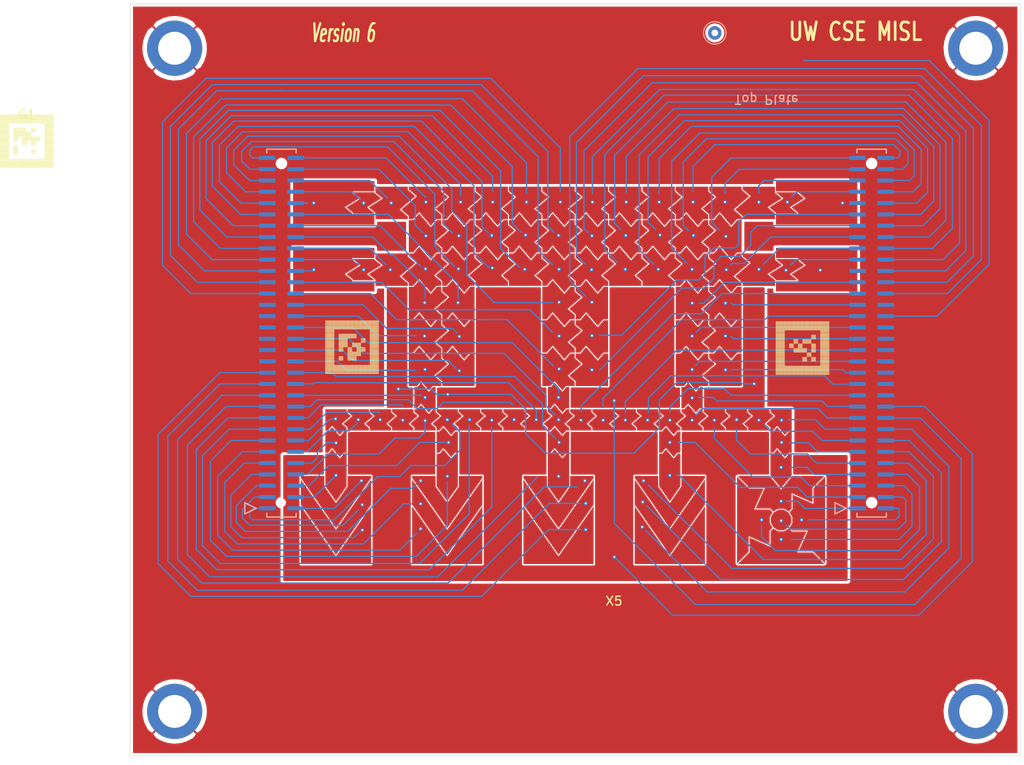
<source format=kicad_pcb>
(kicad_pcb (version 20171130) (host pcbnew 5.1.9-73d0e3b20d~88~ubuntu20.04.1)
  (title_block (title "PurpleDrop ElectrodeBoard Revision 4.1") (date 2020-09-29) (rev 4.1) (company "University of Washington Molecular Information Systems Lab"))
  (layers (0 F.Cu signal) (1 In1.Cu signal) (2 In2.Cu signal) (31 B.Cu signal) (34 B.Paste user hide) (35 F.Paste user hide) (36 B.SilkS user hide) (37 F.SilkS user) (38 B.Mask user hide) (39 F.Mask user hide) (44 Edge.Cuts user))
  (net 0 "")
  (net 1 /P1)
  (net 2 /P2)
  (net 3 /P3)
  (net 4 /P4)
  (net 5 /P80)
  (net 6 /P79)
  (net 7 /P81)
  (net 8 /P78)
  (net 9 /P82)
  (net 10 /P77)
  (net 11 /P83)
  (net 12 /P76)
  (net 13 /P84)
  (net 14 /P75)
  (net 15 /P85)
  (net 16 /P74)
  (net 17 /P86)
  (net 18 /P73)
  (net 19 /P87)
  (net 20 /P72)
  (net 21 /P88)
  (net 22 /P71)
  (net 23 /P89)
  (net 24 /P70)
  (net 25 /P90)
  (net 26 /P69)
  (net 27 /P91)
  (net 28 /P68)
  (net 29 /P92)
  (net 30 /P67)
  (net 31 /P93)
  (net 32 /P66)
  (net 33 /P94)
  (net 34 /P65)
  (net 35 /P95)
  (net 36 /P64)
  (net 37 /P96)
  (net 38 /P127)
  (net 39 /P97)
  (net 40 /P126)
  (net 41 /P98)
  (net 42 /P125)
  (net 43 /P99)
  (net 44 /P124)
  (net 45 /P100)
  (net 46 /P123)
  (net 47 /P101)
  (net 48 /P122)
  (net 49 /P102)
  (net 50 /P121)
  (net 51 /P103)
  (net 52 /P120)
  (net 53 /P104)
  (net 54 /P119)
  (net 55 /P105)
  (net 56 /P118)
  (net 57 /P106)
  (net 58 /P117)
  (net 59 /P107)
  (net 60 /P116)
  (net 61 /P108)
  (net 62 /P115)
  (net 63 /P109)
  (net 64 /P114)
  (net 65 /P110)
  (net 66 /P113)
  (net 67 /P111)
  (net 68 /P112)
  (net 69 /P48)
  (net 70 /P47)
  (net 71 /P49)
  (net 72 /P46)
  (net 73 /P50)
  (net 74 /P45)
  (net 75 /P51)
  (net 76 /P44)
  (net 77 /P52)
  (net 78 /P43)
  (net 79 /P53)
  (net 80 /P42)
  (net 81 /P54)
  (net 82 /P41)
  (net 83 /P55)
  (net 84 /P40)
  (net 85 /P56)
  (net 86 /P39)
  (net 87 /P57)
  (net 88 /P38)
  (net 89 /P58)
  (net 90 /P37)
  (net 91 /P59)
  (net 92 /P36)
  (net 93 /P60)
  (net 94 /P35)
  (net 95 /P61)
  (net 96 /P34)
  (net 97 /P62)
  (net 98 /P33)
  (net 99 /P63)
  (net 100 /P32)
  (net 101 /P0)
  (net 102 /P31)
  (net 103 /P30)
  (net 104 /P29)
  (net 105 /P28)
  (net 106 /P27)
  (net 107 /P5)
  (net 108 /P26)
  (net 109 /P6)
  (net 110 /P25)
  (net 111 /P7)
  (net 112 /P24)
  (net 113 /P8)
  (net 114 /P23)
  (net 115 /P9)
  (net 116 /P22)
  (net 117 /P10)
  (net 118 /P21)
  (net 119 /P11)
  (net 120 /P20)
  (net 121 /P12)
  (net 122 /P19)
  (net 123 /P13)
  (net 124 /P18)
  (net 125 /P14)
  (net 126 /P17)
  (net 127 /P15)
  (net 128 /P16)
  (net 129 /POUR)
  (module PurpleDrop:SimplePad (layer F.Cu) (at 204.35 112.1)
    (fp_text reference X5 (at 0 5) (layer F.SilkS))
    (fp_text value DMFElectrode)
    (pad 1 smd roundrect (at 0 0) (size 1 1) (layers F.Cu F.Paste F.Mask) (net 23 /P89))
  )
  (module PurpleDrop:SimplePad (layer F.Cu) (at 191.78 87.13)
    (fp_text reference X4 hide)
    (fp_text value DMFElectrode hide)
    (pad 1 smd roundrect (at 0 0) (size 1 1) (layers F.Cu F.Paste F.Mask) (net 21 /P88))
  )
  (module PurpleDrop:SimplePad (layer F.Cu) (at 179.83 93.43)
    (fp_text reference X3 hide)
    (fp_text value DMFElectrode hide)
    (pad 1 smd roundrect (at 0 0) (size 1 1) (layers F.Cu F.Paste F.Mask) (net 21 /P88))
  )
  (module PurpleDrop:SimplePad (layer F.Cu) (at 220.53 92.53)
    (fp_text reference X2 hide)
    (fp_text value DMFElectrode hide)
    (pad 1 smd roundrect (at 0 0) (size 1 1) (layers F.Cu F.Paste F.Mask) (net 21 /P88))
  )
  (module PurpleDrop:SimplePad (layer F.Cu) (at 206.53 92.28)
    (fp_text reference X1 hide)
    (fp_text value DMFElectrode hide)
    (pad 1 smd roundrect (at 0 0) (size 1 1) (layers F.Cu F.Paste F.Mask) (net 21 /P88))
  )
  (module PurpleDrop:tag36_11_00004_6.00mm (layer F.Cu) (at 138.382501 65.432501)
    (fp_text reference G1 (at 0 -3) (layer F.SilkS))
    (fp_text value AprilTag)
  )
  (module electrodes:electrode_E99 (layer F.Cu) (at 223.125 100.5)
    (fp_text reference E99 hide)
    (fp_text value DMFElectrode hide)
    (pad 1 smd custom (at -0.036607 7.553214) (size 0.5 0.5) (layers F.Cu F.Paste F.Mask) (net 7 /P81) (options (clearance outline) (anchor circle)) (primitives (gr_poly (pts (xy 0.880227 -0.896835) (xy 1.189014 -0.362001) (xy 1.189014 0.255572) (xy 0.880227 0.790406) (xy 0.345394 1.099193) (xy -0.27218 1.099193) (xy -0.807013 0.790406) (xy -1.1158 0.255572) (xy -1.1158 -0.362001) (xy -0.807013 -0.896835) (xy -0.27218 -1.205621) (xy 0.345394 -1.205621)) (width 0.0001))))
  )
  (module electrodes:electrode_E98 (layer F.Cu) (at 223.125 100.5)
    (fp_text reference E98 hide)
    (fp_text value DMFElectrode hide)
    (pad 1 smd custom (at -3.075 7.73625) (size 0.5 0.5) (layers F.Cu F.Paste F.Mask) (net 11 /P83) (options (clearance outline) (anchor circle)) (primitives (gr_poly (pts (xy -0.533568 -3.767036) (xy 1.10157 -3.767036) (xy 0.055807 -1.418687) (xy 1.814781 -1.418687) (xy 2.122384 -1.111084) (xy 1.812593 -0.574511) (xy 1.812593 0.102011) (xy 2.122384 0.638584) (xy 1.782563 0.978405) (xy 1.782563 2.613543) (xy -0.565786 1.56778) (xy -0.565786 3.326754) (xy -1.87 4.630968) (xy -1.87 -5.103468)) (width 0.0001))))
  )
  (module electrodes:electrode_E97 (layer F.Cu) (at 223.125 100.5)
    (fp_text reference E97 hide)
    (fp_text value DMFElectrode hide)
    (pad 1 smd custom (at -0.036607 10.481786) (size 0.5 0.5) (layers F.Cu F.Paste F.Mask) (net 9 /P82) (options (clearance outline) (anchor circle)) (primitives (gr_poly (pts (xy 1.251262 -1.689349) (xy 2.886401 -1.689349) (xy 1.840638 0.659) (xy 3.599611 0.659) (xy 4.903825 1.963214) (xy -4.830611 1.963214) (xy -3.494179 0.626782) (xy -3.494179 -1.008356) (xy -1.14583 0.037407) (xy -1.14583 -1.721567) (xy -0.838227 -2.02917) (xy -0.301654 -1.719379) (xy 0.374868 -1.719379) (xy 0.911441 -2.02917)) (width 0.0001))))
  )
  (module electrodes:electrode_E96 (layer F.Cu) (at 223.125 100.5)
    (fp_text reference E96 hide)
    (fp_text value DMFElectrode hide)
    (pad 1 smd custom (at 2.416071 7.48) (size 0.5 0.5) (layers F.Cu F.Paste F.Mask) (net 5 /P80) (options (clearance outline) (anchor circle)) (primitives (gr_poly (pts (xy 2.528929 4.887218) (xy 1.192496 3.550786) (xy -0.442642 3.550786) (xy 0.603121 1.202437) (xy -1.155853 1.202437) (xy -1.463456 0.894834) (xy -1.153664 0.358261) (xy -1.153664 -0.318261) (xy -1.463456 -0.854834) (xy -1.123634 -1.194655) (xy -1.123634 -2.829793) (xy 1.224715 -1.78403) (xy 1.224715 -3.543004) (xy 2.528929 -4.847218)) (width 0.0001))))
  )
  (module electrodes:electrode_E95 (layer F.Cu) (at 223.125 100.5)
    (fp_text reference E95 hide)
    (fp_text value DMFElectrode hide)
    (pad 1 smd custom (at -0.036607 5.210357) (size 0.5 0.5) (layers F.Cu F.Paste F.Mask) (net 6 /P79) (options (clearance outline) (anchor circle)) (primitives (gr_poly (pts (xy 0.036607 -1.124444) (xy 1.312368 -2.655357) (xy 4.903825 -2.655357) (xy 3.567393 -1.318925) (xy 3.567393 0.316213) (xy 1.219044 -0.72955) (xy 1.219044 1.029424) (xy 0.911441 1.337027) (xy 0.374868 1.027236) (xy -0.301654 1.027236) (xy -0.838227 1.337027) (xy -1.178048 0.997206) (xy -2.813186 0.997206) (xy -1.767423 -1.351143) (xy -3.526397 -1.351143) (xy -4.830611 -2.655357) (xy -1.239153 -2.655357)) (width 0.0001))))
  )
  (module electrodes:electrode_E94 (layer F.Cu) (at 223.125 100.5)
    (fp_text reference E94 hide)
    (fp_text value DMFElectrode hide)
    (pad 1 smd custom (at 0 1.549643) (size 0.5 0.5) (layers F.Cu F.Paste F.Mask) (net 12 /P76) (options (clearance outline) (anchor circle)) (primitives (gr_poly (pts (xy 0.4375 -0.953963) (xy 0.900319 -1.494643) (xy 1.195 -1.494643) (xy 1.195 0.930444) (xy 0 2.364444) (xy -1.195 0.930444) (xy -1.195 -1.494643) (xy -0.849681 -1.494643) (xy -0.4375 -1.976167)) (width 0.0001))))
  )
  (module electrodes:electrode_E93 (layer F.Cu) (at 210.625 100.5)
    (fp_text reference E93 hide)
    (fp_text value DMFElectrode hide)
    (pad 1 smd custom (at -0.036607 2.208571) (size 0.5 0.5) (layers F.Cu F.Paste F.Mask) (net 13 /P84) (options (clearance outline) (anchor circle)) (primitives (gr_poly (pts (xy 0.474107 -1.612891) (xy 0.936926 -2.153571) (xy 1.231607 -2.153571) (xy 1.231607 1.488902) (xy 0.036607 3.195539) (xy -1.158393 1.488902) (xy -1.158393 -2.153571) (xy -0.813074 -2.153571) (xy -0.400893 -2.635096)) (width 0.0001))))
  )
  (module electrodes:electrode_E92 (layer F.Cu) (at 210.625 100.5)
    (fp_text reference E92 hide)
    (fp_text value DMFElectrode hide)
    (pad 1 smd custom (at 0.036607 6.747857) (size 0.5 0.5) (layers F.Cu F.Paste F.Mask) (net 15 /P85) (options (clearance outline) (anchor circle)) (primitives (gr_poly (pts (xy -1.341607 -3.015701) (xy -0.036607 -1.151968) (xy 1.268393 -3.015701) (xy 1.268393 -4.192857) (xy 3.908393 -4.192857) (xy 3.908393 -3.977791) (xy -0.036607 1.656253) (xy -3.981607 -3.977791) (xy -3.981607 -4.192857) (xy -1.341607 -4.192857)) (width 0.0001))))
  )
  (module electrodes:electrode_E91 (layer F.Cu) (at 210.625 100.5)
    (fp_text reference E91 hide)
    (fp_text value DMFElectrode hide)
    (pad 1 smd custom (at -0.073214 9.822857) (size 0.5 0.5) (layers F.Cu F.Paste F.Mask) (net 17 /P86) (options (clearance outline) (anchor circle)) (primitives (gr_poly (pts (xy 4.018214 -4.052791) (xy 0.073214 1.581253) (xy -3.871786 -4.052791) (xy -3.871786 -6.861011) (xy 0.073214 -1.226968) (xy 4.018214 -6.861011)) (width 0.0001))))
  )
  (module electrodes:electrode_E90 (layer F.Cu) (at 210.625 100.5)
    (fp_text reference E90 hide)
    (fp_text value DMFElectrode hide)
    (pad 1 smd custom (at -2.5625 10.957679) (size 0.5 0.5) (layers F.Cu F.Paste F.Mask) (net 19 /P87) (options (clearance outline) (anchor circle)) (primitives (gr_poly (pts (xy 6.5075 1.487321) (xy -1.3825 1.487321) (xy -1.3825 -4.995833) (xy 2.5625 0.638211) (xy 6.5075 -4.995833)) (width 0.0001))))
  )
  (module electrodes:electrode_E9 (layer F.Cu) (at 191.875 95.5)
    (fp_text reference E9 hide)
    (fp_text value DMFElectrode hide)
    (pad 1 smd custom (at 1.25 1.25) (size 0.5 0.5) (layers F.Cu F.Paste F.Mask) (net 87 /P57) (options (clearance outline) (anchor circle)) (primitives (gr_poly (pts (xy 1.195 -0.849681) (xy 1.676524 -0.4375) (xy 0.65432 0.4375) (xy 1.195 0.900319) (xy 1.195 1.195) (xy -1.195 1.195) (xy -1.195 0.849681) (xy -1.676524 0.4375) (xy -0.65432 -0.4375) (xy -1.195 -0.900319) (xy -1.195 -1.195) (xy 1.195 -1.195)) (width 0.0001))))
  )
  (module electrodes:electrode_E89 (layer F.Cu) (at 198.125 100.5)
    (fp_text reference E89 hide)
    (fp_text value DMFElectrode hide)
    (pad 1 smd custom (at -0.036607 2.208571) (size 0.5 0.5) (layers F.Cu F.Paste F.Mask) (net 88 /P38) (options (clearance outline) (anchor circle)) (primitives (gr_poly (pts (xy 0.474107 -1.612891) (xy 0.936926 -2.153571) (xy 1.231607 -2.153571) (xy 1.231607 1.488902) (xy 0.036607 3.195539) (xy -1.158393 1.488902) (xy -1.158393 -2.153571) (xy -0.813074 -2.153571) (xy -0.400893 -2.635096)) (width 0.0001))))
  )
  (module electrodes:electrode_E88 (layer F.Cu) (at 198.125 100.5)
    (fp_text reference E88 hide)
    (fp_text value DMFElectrode hide)
    (pad 1 smd custom (at 0.036607 6.747857) (size 0.5 0.5) (layers F.Cu F.Paste F.Mask) (net 90 /P37) (options (clearance outline) (anchor circle)) (primitives (gr_poly (pts (xy -1.341607 -3.015701) (xy -0.036607 -1.151968) (xy 1.268393 -3.015701) (xy 1.268393 -4.192857) (xy 3.908393 -4.192857) (xy 3.908393 -3.977791) (xy -0.036607 1.656253) (xy -3.981607 -3.977791) (xy -3.981607 -4.192857) (xy -1.341607 -4.192857)) (width 0.0001))))
  )
  (module electrodes:electrode_E87 (layer F.Cu) (at 198.125 100.5)
    (fp_text reference E87 hide)
    (fp_text value DMFElectrode hide)
    (pad 1 smd custom (at -0.073214 9.822857) (size 0.5 0.5) (layers F.Cu F.Paste F.Mask) (net 92 /P36) (options (clearance outline) (anchor circle)) (primitives (gr_poly (pts (xy 4.018214 -4.052791) (xy 0.073214 1.581253) (xy -3.871786 -4.052791) (xy -3.871786 -6.861011) (xy 0.073214 -1.226968) (xy 4.018214 -6.861011)) (width 0.0001))))
  )
  (module electrodes:electrode_E86 (layer F.Cu) (at 198.125 100.5)
    (fp_text reference E86 hide)
    (fp_text value DMFElectrode hide)
    (pad 1 smd custom (at -2.5625 10.957679) (size 0.5 0.5) (layers F.Cu F.Paste F.Mask) (net 94 /P35) (options (clearance outline) (anchor circle)) (primitives (gr_poly (pts (xy 6.5075 1.487321) (xy -1.3825 1.487321) (xy -1.3825 -4.995833) (xy 2.5625 0.638211) (xy 6.5075 -4.995833)) (width 0.0001))))
  )
  (module electrodes:electrode_E85 (layer F.Cu) (at 185.625 100.5)
    (fp_text reference E85 hide)
    (fp_text value DMFElectrode hide)
    (pad 1 smd custom (at -0.036607 2.208571) (size 0.5 0.5) (layers F.Cu F.Paste F.Mask) (net 82 /P41) (options (clearance outline) (anchor circle)) (primitives (gr_poly (pts (xy 0.474107 -1.612891) (xy 0.936926 -2.153571) (xy 1.231607 -2.153571) (xy 1.231607 1.488902) (xy 0.036607 3.195539) (xy -1.158393 1.488902) (xy -1.158393 -2.153571) (xy -0.813074 -2.153571) (xy -0.400893 -2.635096)) (width 0.0001))))
  )
  (module electrodes:electrode_E84 (layer F.Cu) (at 185.625 100.5)
    (fp_text reference E84 hide)
    (fp_text value DMFElectrode hide)
    (pad 1 smd custom (at 0.036607 6.747857) (size 0.5 0.5) (layers F.Cu F.Paste F.Mask) (net 74 /P45) (options (clearance outline) (anchor circle)) (primitives (gr_poly (pts (xy -1.341607 -3.015701) (xy -0.036607 -1.151968) (xy 1.268393 -3.015701) (xy 1.268393 -4.192857) (xy 3.908393 -4.192857) (xy 3.908393 -3.977791) (xy -0.036607 1.656253) (xy -3.981607 -3.977791) (xy -3.981607 -4.192857) (xy -1.341607 -4.192857)) (width 0.0001))))
  )
  (module electrodes:electrode_E83 (layer F.Cu) (at 185.625 100.5)
    (fp_text reference E83 hide)
    (fp_text value DMFElectrode hide)
    (pad 1 smd custom (at -0.073214 9.822857) (size 0.5 0.5) (layers F.Cu F.Paste F.Mask) (net 78 /P43) (options (clearance outline) (anchor circle)) (primitives (gr_poly (pts (xy 4.018214 -4.052791) (xy 0.073214 1.581253) (xy -3.871786 -4.052791) (xy -3.871786 -6.861011) (xy 0.073214 -1.226968) (xy 4.018214 -6.861011)) (width 0.0001))))
  )
  (module electrodes:electrode_E82 (layer F.Cu) (at 185.625 100.5)
    (fp_text reference E82 hide)
    (fp_text value DMFElectrode hide)
    (pad 1 smd custom (at -2.5625 10.957679) (size 0.5 0.5) (layers F.Cu F.Paste F.Mask) (net 80 /P42) (options (clearance outline) (anchor circle)) (primitives (gr_poly (pts (xy 6.5075 1.487321) (xy -1.3825 1.487321) (xy -1.3825 -4.995833) (xy 2.5625 0.638211) (xy 6.5075 -4.995833)) (width 0.0001))))
  )
  (module electrodes:electrode_E81 (layer F.Cu) (at 173.125 100.5)
    (fp_text reference E81 hide)
    (fp_text value DMFElectrode hide)
    (pad 1 smd custom (at -0.036607 2.208571) (size 0.5 0.5) (layers F.Cu F.Paste F.Mask) (net 71 /P49) (options (clearance outline) (anchor circle)) (primitives (gr_poly (pts (xy 0.474107 -1.612891) (xy 0.936926 -2.153571) (xy 1.231607 -2.153571) (xy 1.231607 1.488902) (xy 0.036607 3.195539) (xy -1.158393 1.488902) (xy -1.158393 -2.153571) (xy -0.813074 -2.153571) (xy -0.400893 -2.635096)) (width 0.0001))))
  )
  (module electrodes:electrode_E80 (layer F.Cu) (at 173.125 100.5)
    (fp_text reference E80 hide)
    (fp_text value DMFElectrode hide)
    (pad 1 smd custom (at 0.036607 6.747857) (size 0.5 0.5) (layers F.Cu F.Paste F.Mask) (net 69 /P48) (options (clearance outline) (anchor circle)) (primitives (gr_poly (pts (xy -1.341607 -3.015701) (xy -0.036607 -1.151968) (xy 1.268393 -3.015701) (xy 1.268393 -4.192857) (xy 3.908393 -4.192857) (xy 3.908393 -3.977791) (xy -0.036607 1.656253) (xy -3.981607 -3.977791) (xy -3.981607 -4.192857) (xy -1.341607 -4.192857)) (width 0.0001))))
  )
  (module electrodes:electrode_E8 (layer F.Cu) (at 189.375 95.5)
    (fp_text reference E8 hide)
    (fp_text value DMFElectrode hide)
    (pad 1 smd custom (at 1.25 1.25) (size 0.5 0.5) (layers F.Cu F.Paste F.Mask) (net 86 /P39) (options (clearance outline) (anchor circle)) (primitives (gr_poly (pts (xy 1.195 -0.849681) (xy 1.676524 -0.4375) (xy 0.65432 0.4375) (xy 1.195 0.900319) (xy 1.195 1.195) (xy -1.195 1.195) (xy -1.195 0.849681) (xy -1.676524 0.4375) (xy -0.65432 -0.4375) (xy -1.195 -0.900319) (xy -1.195 -1.195) (xy 1.195 -1.195)) (width 0.0001))))
  )
  (module electrodes:electrode_E79 (layer F.Cu) (at 173.125 100.5)
    (fp_text reference E79 hide)
    (fp_text value DMFElectrode hide)
    (pad 1 smd custom (at -0.073214 9.822857) (size 0.5 0.5) (layers F.Cu F.Paste F.Mask) (net 72 /P46) (options (clearance outline) (anchor circle)) (primitives (gr_poly (pts (xy 4.018214 -4.052791) (xy 0.073214 1.581253) (xy -3.871786 -4.052791) (xy -3.871786 -6.861011) (xy 0.073214 -1.226968) (xy 4.018214 -6.861011)) (width 0.0001))))
  )
  (module electrodes:electrode_E78 (layer F.Cu) (at 173.125 100.5)
    (fp_text reference E78 hide)
    (fp_text value DMFElectrode hide)
    (pad 1 smd custom (at -2.5625 10.957679) (size 0.5 0.5) (layers F.Cu F.Paste F.Mask) (net 76 /P44) (options (clearance outline) (anchor circle)) (primitives (gr_poly (pts (xy 6.5075 1.487321) (xy -1.3825 1.487321) (xy -1.3825 -4.995833) (xy 2.5625 0.638211) (xy 6.5075 -4.995833)) (width 0.0001))))
  )
  (module electrodes:electrode_E77 (layer F.Cu) (at 215 89.25)
    (fp_text reference E77 hide)
    (fp_text value DMFElectrode hide)
    (pad 1 smd custom (at 1.875 1.875) (size 0.5 0.5) (layers F.Cu F.Paste F.Mask) (net 30 /P67) (options (clearance outline) (anchor circle)) (primitives (gr_poly (pts (xy 0.65625 -1.023769) (xy 1.337819 -1.82) (xy 1.82 -1.82) (xy 1.82 1.82) (xy -1.82 1.82) (xy -1.82 1.287181) (xy -2.557075 0.65625) (xy -1.023769 -0.65625) (xy -1.82 -1.337819) (xy -1.82 -1.82) (xy -1.287181 -1.82) (xy -0.65625 -2.557075)) (width 0.0001))))
  )
  (module electrodes:electrode_E76 (layer F.Cu) (at 215 85.5)
    (fp_text reference E76 hide)
    (fp_text value DMFElectrode hide)
    (pad 1 smd custom (at 1.875 1.875) (size 0.5 0.5) (layers F.Cu F.Paste F.Mask) (net 36 /P64) (options (clearance outline) (anchor circle)) (primitives (gr_poly (pts (xy 0.65625 -1.023769) (xy 1.337819 -1.82) (xy 1.82 -1.82) (xy 1.82 1.82) (xy 1.287181 1.82) (xy 0.65625 2.557075) (xy -0.65625 1.023769) (xy -1.337819 1.82) (xy -1.82 1.82) (xy -1.82 1.287181) (xy -2.557075 0.65625) (xy -1.023769 -0.65625) (xy -1.82 -1.337819) (xy -1.82 -1.82) (xy -1.287181 -1.82) (xy -0.65625 -2.557075)) (width 0.0001))))
  )
  (module electrodes:electrode_E75 (layer F.Cu) (at 215 81.75)
    (fp_text reference E75 hide)
    (fp_text value DMFElectrode hide)
    (pad 1 smd custom (at 1.875 1.875) (size 0.5 0.5) (layers F.Cu F.Paste F.Mask) (net 42 /P125) (options (clearance outline) (anchor circle)) (primitives (gr_poly (pts (xy 0.65625 -1.023769) (xy 1.337819 -1.82) (xy 1.82 -1.82) (xy 1.82 1.82) (xy 1.287181 1.82) (xy 0.65625 2.557075) (xy -0.65625 1.023769) (xy -1.337819 1.82) (xy -1.82 1.82) (xy -1.82 1.287181) (xy -2.557075 0.65625) (xy -1.023769 -0.65625) (xy -1.82 -1.337819) (xy -1.82 -1.82) (xy -1.287181 -1.82) (xy -0.65625 -2.557075)) (width 0.0001))))
  )
  (module electrodes:electrode_E74 (layer F.Cu) (at 211.25 89.25)
    (fp_text reference E74 hide)
    (fp_text value DMFElectrode hide)
    (pad 1 smd custom (at 1.875 1.875) (size 0.5 0.5) (layers F.Cu F.Paste F.Mask) (net 32 /P66) (options (clearance outline) (anchor circle)) (primitives (gr_poly (pts (xy 0.65625 -1.023769) (xy 1.337819 -1.82) (xy 1.82 -1.82) (xy 1.82 -1.287181) (xy 2.557075 -0.65625) (xy 1.023769 0.65625) (xy 1.82 1.337819) (xy 1.82 1.82) (xy 0.849681 1.82) (xy 0.4375 2.301524) (xy -0.4375 1.27932) (xy -0.900319 1.82) (xy -1.82 1.82) (xy -1.82 -1.82) (xy -1.287181 -1.82) (xy -0.65625 -2.557075)) (width 0.0001))))
  )
  (module electrodes:electrode_E73 (layer F.Cu) (at 211.25 85.5)
    (fp_text reference E73 hide)
    (fp_text value DMFElectrode hide)
    (pad 1 smd custom (at 1.875 1.875) (size 0.5 0.5) (layers F.Cu F.Paste F.Mask) (net 38 /P127) (options (clearance outline) (anchor circle)) (primitives (gr_poly (pts (xy 0.65625 -1.023769) (xy 1.337819 -1.82) (xy 1.82 -1.82) (xy 1.82 -1.287181) (xy 2.557075 -0.65625) (xy 1.023769 0.65625) (xy 1.82 1.337819) (xy 1.82 1.82) (xy 1.287181 1.82) (xy 0.65625 2.557075) (xy -0.65625 1.023769) (xy -1.337819 1.82) (xy -1.82 1.82) (xy -1.82 -1.82) (xy -1.287181 -1.82) (xy -0.65625 -2.557075)) (width 0.0001))))
  )
  (module electrodes:electrode_E72 (layer F.Cu) (at 211.25 81.75)
    (fp_text reference E72 hide)
    (fp_text value DMFElectrode hide)
    (pad 1 smd custom (at 1.875 1.875) (size 0.5 0.5) (layers F.Cu F.Paste F.Mask) (net 46 /P123) (options (clearance outline) (anchor circle)) (primitives (gr_poly (pts (xy 0.65625 -1.023769) (xy 1.337819 -1.82) (xy 1.82 -1.82) (xy 1.82 -1.287181) (xy 2.557075 -0.65625) (xy 1.023769 0.65625) (xy 1.82 1.337819) (xy 1.82 1.82) (xy 1.287181 1.82) (xy 0.65625 2.557075) (xy -0.65625 1.023769) (xy -1.337819 1.82) (xy -1.82 1.82) (xy -1.82 -1.82) (xy -1.287181 -1.82) (xy -0.65625 -2.557075)) (width 0.0001))))
  )
  (module electrodes:electrode_E71 (layer F.Cu) (at 200 89.25)
    (fp_text reference E71 hide)
    (fp_text value DMFElectrode hide)
    (pad 1 smd custom (at 1.875 1.875) (size 0.5 0.5) (layers F.Cu F.Paste F.Mask) (net 56 /P118) (options (clearance outline) (anchor circle)) (primitives (gr_poly (pts (xy 0.65625 -1.023769) (xy 1.337819 -1.82) (xy 1.82 -1.82) (xy 1.82 1.82) (xy -1.82 1.82) (xy -1.82 1.287181) (xy -2.557075 0.65625) (xy -1.023769 -0.65625) (xy -1.82 -1.337819) (xy -1.82 -1.82) (xy -1.287181 -1.82) (xy -0.65625 -2.557075)) (width 0.0001))))
  )
  (module electrodes:electrode_E70 (layer F.Cu) (at 200 85.5)
    (fp_text reference E70 hide)
    (fp_text value DMFElectrode hide)
    (pad 1 smd custom (at 1.875 1.875) (size 0.5 0.5) (layers F.Cu F.Paste F.Mask) (net 58 /P117) (options (clearance outline) (anchor circle)) (primitives (gr_poly (pts (xy 0.65625 -1.023769) (xy 1.337819 -1.82) (xy 1.82 -1.82) (xy 1.82 1.82) (xy 1.287181 1.82) (xy 0.65625 2.557075) (xy -0.65625 1.023769) (xy -1.337819 1.82) (xy -1.82 1.82) (xy -1.82 1.287181) (xy -2.557075 0.65625) (xy -1.023769 -0.65625) (xy -1.82 -1.337819) (xy -1.82 -1.82) (xy -1.287181 -1.82) (xy -0.65625 -2.557075)) (width 0.0001))))
  )
  (module electrodes:electrode_E7 (layer F.Cu) (at 186.875 95.5)
    (fp_text reference E7 hide)
    (fp_text value DMFElectrode hide)
    (pad 1 smd custom (at 1.25 1.25) (size 0.5 0.5) (layers F.Cu F.Paste F.Mask) (net 84 /P40) (options (clearance outline) (anchor circle)) (primitives (gr_poly (pts (xy 1.195 -0.849681) (xy 1.676524 -0.4375) (xy 0.65432 0.4375) (xy 1.195 0.900319) (xy 1.195 1.195) (xy -1.195 1.195) (xy -1.195 0.849681) (xy -1.676524 0.4375) (xy -0.65432 -0.4375) (xy -1.195 -0.900319) (xy -1.195 -1.195) (xy 1.195 -1.195)) (width 0.0001))))
  )
  (module electrodes:electrode_E69 (layer F.Cu) (at 200 81.75)
    (fp_text reference E69 hide)
    (fp_text value DMFElectrode hide)
    (pad 1 smd custom (at 1.875 1.875) (size 0.5 0.5) (layers F.Cu F.Paste F.Mask) (net 43 /P99) (options (clearance outline) (anchor circle)) (primitives (gr_poly (pts (xy 0.65625 -1.023769) (xy 1.337819 -1.82) (xy 1.82 -1.82) (xy 1.82 1.82) (xy 1.287181 1.82) (xy 0.65625 2.557075) (xy -0.65625 1.023769) (xy -1.337819 1.82) (xy -1.82 1.82) (xy -1.82 1.287181) (xy -2.557075 0.65625) (xy -1.023769 -0.65625) (xy -1.82 -1.337819) (xy -1.82 -1.82) (xy -1.287181 -1.82) (xy -0.65625 -2.557075)) (width 0.0001))))
  )
  (module electrodes:electrode_E68 (layer F.Cu) (at 196.25 89.25)
    (fp_text reference E68 hide)
    (fp_text value DMFElectrode hide)
    (pad 1 smd custom (at 1.875 1.875) (size 0.5 0.5) (layers F.Cu F.Paste F.Mask) (net 3 /P3) (options (clearance outline) (anchor circle)) (primitives (gr_poly (pts (xy 0.65625 -1.023769) (xy 1.337819 -1.82) (xy 1.82 -1.82) (xy 1.82 -1.287181) (xy 2.557075 -0.65625) (xy 1.023769 0.65625) (xy 1.82 1.337819) (xy 1.82 1.82) (xy 0.849681 1.82) (xy 0.4375 2.301524) (xy -0.4375 1.27932) (xy -0.900319 1.82) (xy -1.82 1.82) (xy -1.82 -1.82) (xy -1.287181 -1.82) (xy -0.65625 -2.557075)) (width 0.0001))))
  )
  (module electrodes:electrode_E67 (layer F.Cu) (at 196.25 85.5)
    (fp_text reference E67 hide)
    (fp_text value DMFElectrode hide)
    (pad 1 smd custom (at 1.875 1.875) (size 0.5 0.5) (layers F.Cu F.Paste F.Mask) (net 4 /P4) (options (clearance outline) (anchor circle)) (primitives (gr_poly (pts (xy 0.65625 -1.023769) (xy 1.337819 -1.82) (xy 1.82 -1.82) (xy 1.82 -1.287181) (xy 2.557075 -0.65625) (xy 1.023769 0.65625) (xy 1.82 1.337819) (xy 1.82 1.82) (xy 1.287181 1.82) (xy 0.65625 2.557075) (xy -0.65625 1.023769) (xy -1.337819 1.82) (xy -1.82 1.82) (xy -1.82 -1.82) (xy -1.287181 -1.82) (xy -0.65625 -2.557075)) (width 0.0001))))
  )
  (module electrodes:electrode_E66 (layer F.Cu) (at 196.25 81.75)
    (fp_text reference E66 hide)
    (fp_text value DMFElectrode hide)
    (pad 1 smd custom (at 1.875 1.875) (size 0.5 0.5) (layers F.Cu F.Paste F.Mask) (net 124 /P18) (options (clearance outline) (anchor circle)) (primitives (gr_poly (pts (xy 0.65625 -1.023769) (xy 1.337819 -1.82) (xy 1.82 -1.82) (xy 1.82 -1.287181) (xy 2.557075 -0.65625) (xy 1.023769 0.65625) (xy 1.82 1.337819) (xy 1.82 1.82) (xy 1.287181 1.82) (xy 0.65625 2.557075) (xy -0.65625 1.023769) (xy -1.337819 1.82) (xy -1.82 1.82) (xy -1.82 -1.82) (xy -1.287181 -1.82) (xy -0.65625 -2.557075)) (width 0.0001))))
  )
  (module electrodes:electrode_E65 (layer F.Cu) (at 185 89.25)
    (fp_text reference E65 hide)
    (fp_text value DMFElectrode hide)
    (pad 1 smd custom (at 1.875 1.875) (size 0.5 0.5) (layers F.Cu F.Paste F.Mask) (net 97 /P62) (options (clearance outline) (anchor circle)) (primitives (gr_poly (pts (xy 0.65625 -1.023769) (xy 1.337819 -1.82) (xy 1.82 -1.82) (xy 1.82 1.82) (xy -1.82 1.82) (xy -1.82 1.287181) (xy -2.557075 0.65625) (xy -1.023769 -0.65625) (xy -1.82 -1.337819) (xy -1.82 -1.82) (xy -1.287181 -1.82) (xy -0.65625 -2.557075)) (width 0.0001))))
  )
  (module electrodes:electrode_E64 (layer F.Cu) (at 185 85.5)
    (fp_text reference E64 hide)
    (fp_text value DMFElectrode hide)
    (pad 1 smd custom (at 1.875 1.875) (size 0.5 0.5) (layers F.Cu F.Paste F.Mask) (net 2 /P2) (options (clearance outline) (anchor circle)) (primitives (gr_poly (pts (xy 0.65625 -1.023769) (xy 1.337819 -1.82) (xy 1.82 -1.82) (xy 1.82 1.82) (xy 1.287181 1.82) (xy 0.65625 2.557075) (xy -0.65625 1.023769) (xy -1.337819 1.82) (xy -1.82 1.82) (xy -1.82 1.287181) (xy -2.557075 0.65625) (xy -1.023769 -0.65625) (xy -1.82 -1.337819) (xy -1.82 -1.82) (xy -1.287181 -1.82) (xy -0.65625 -2.557075)) (width 0.0001))))
  )
  (module electrodes:electrode_E63 (layer F.Cu) (at 185 81.75)
    (fp_text reference E63 hide)
    (fp_text value DMFElectrode hide)
    (pad 1 smd custom (at 1.875 1.875) (size 0.5 0.5) (layers F.Cu F.Paste F.Mask) (net 117 /P10) (options (clearance outline) (anchor circle)) (primitives (gr_poly (pts (xy 0.65625 -1.023769) (xy 1.337819 -1.82) (xy 1.82 -1.82) (xy 1.82 1.82) (xy 1.287181 1.82) (xy 0.65625 2.557075) (xy -0.65625 1.023769) (xy -1.337819 1.82) (xy -1.82 1.82) (xy -1.82 1.287181) (xy -2.557075 0.65625) (xy -1.023769 -0.65625) (xy -1.82 -1.337819) (xy -1.82 -1.82) (xy -1.287181 -1.82) (xy -0.65625 -2.557075)) (width 0.0001))))
  )
  (module electrodes:electrode_E62 (layer F.Cu) (at 181.25 89.25)
    (fp_text reference E62 hide)
    (fp_text value DMFElectrode hide)
    (pad 1 smd custom (at 1.875 1.875) (size 0.5 0.5) (layers F.Cu F.Paste F.Mask) (net 95 /P61) (options (clearance outline) (anchor circle)) (primitives (gr_poly (pts (xy 0.65625 -1.023769) (xy 1.337819 -1.82) (xy 1.82 -1.82) (xy 1.82 -1.287181) (xy 2.557075 -0.65625) (xy 1.023769 0.65625) (xy 1.82 1.337819) (xy 1.82 1.82) (xy 0.849681 1.82) (xy 0.4375 2.301524) (xy -0.4375 1.27932) (xy -0.900319 1.82) (xy -1.82 1.82) (xy -1.82 -1.82) (xy -1.287181 -1.82) (xy -0.65625 -2.557075)) (width 0.0001))))
  )
  (module electrodes:electrode_E61 (layer F.Cu) (at 181.25 85.5)
    (fp_text reference E61 hide)
    (fp_text value DMFElectrode hide)
    (pad 1 smd custom (at 1.875 1.875) (size 0.5 0.5) (layers F.Cu F.Paste F.Mask) (net 1 /P1) (options (clearance outline) (anchor circle)) (primitives (gr_poly (pts (xy 0.65625 -1.023769) (xy 1.337819 -1.82) (xy 1.82 -1.82) (xy 1.82 -1.287181) (xy 2.557075 -0.65625) (xy 1.023769 0.65625) (xy 1.82 1.337819) (xy 1.82 1.82) (xy 1.287181 1.82) (xy 0.65625 2.557075) (xy -0.65625 1.023769) (xy -1.337819 1.82) (xy -1.82 1.82) (xy -1.82 -1.82) (xy -1.287181 -1.82) (xy -0.65625 -2.557075)) (width 0.0001))))
  )
  (module electrodes:electrode_E60 (layer F.Cu) (at 181.25 81.75)
    (fp_text reference E60 hide)
    (fp_text value DMFElectrode hide)
    (pad 1 smd custom (at 1.875 1.875) (size 0.5 0.5) (layers F.Cu F.Paste F.Mask) (net 113 /P8) (options (clearance outline) (anchor circle)) (primitives (gr_poly (pts (xy 0.65625 -1.023769) (xy 1.337819 -1.82) (xy 1.82 -1.82) (xy 1.82 -1.287181) (xy 2.557075 -0.65625) (xy 1.023769 0.65625) (xy 1.82 1.337819) (xy 1.82 1.82) (xy 1.287181 1.82) (xy 0.65625 2.557075) (xy -0.65625 1.023769) (xy -1.337819 1.82) (xy -1.82 1.82) (xy -1.82 -1.82) (xy -1.287181 -1.82) (xy -0.65625 -2.557075)) (width 0.0001))))
  )
  (module electrodes:electrode_E6 (layer F.Cu) (at 184.375 95.5)
    (fp_text reference E6 hide)
    (fp_text value DMFElectrode hide)
    (pad 1 smd custom (at 1.25 1.25) (size 0.5 0.5) (layers F.Cu F.Paste F.Mask) (net 70 /P47) (options (clearance outline) (anchor circle)) (primitives (gr_poly (pts (xy 1.195 -0.849681) (xy 1.676524 -0.4375) (xy 0.65432 0.4375) (xy 1.195 0.900319) (xy 1.195 1.195) (xy 0.849681 1.195) (xy 0.4375 1.676524) (xy -0.4375 0.65432) (xy -0.900319 1.195) (xy -1.195 1.195) (xy -1.195 0.849681) (xy -1.676524 0.4375) (xy -0.65432 -0.4375) (xy -1.195 -0.900319) (xy -1.195 -1.195) (xy 1.195 -1.195)) (width 0.0001))))
  )
  (module electrodes:electrode_E59 (layer F.Cu) (at 215 78)
    (fp_text reference E59 hide)
    (fp_text value DMFElectrode hide)
    (pad 1 smd custom (at 1.875 1.875) (size 0.5 0.5) (layers F.Cu F.Paste F.Mask) (net 54 /P119) (options (clearance outline) (anchor circle)) (primitives (gr_poly (pts (xy 0.65625 -1.023769) (xy 1.337819 -1.82) (xy 1.82 -1.82) (xy 1.82 -1.474681) (xy 2.666597 -0.75) (xy 0.914247 0.75) (xy 1.82 1.525319) (xy 1.82 1.82) (xy 1.287181 1.82) (xy 0.65625 2.557075) (xy -0.65625 1.023769) (xy -1.337819 1.82) (xy -1.82 1.82) (xy -1.82 1.287181) (xy -2.557075 0.65625) (xy -1.023769 -0.65625) (xy -1.82 -1.337819) (xy -1.82 -1.82) (xy -1.287181 -1.82) (xy -0.65625 -2.557075)) (width 0.0001))))
  )
  (module electrodes:electrode_E58 (layer F.Cu) (at 215 74.25)
    (fp_text reference E58 hide)
    (fp_text value DMFElectrode hide)
    (pad 1 smd custom (at 1.875 1.875) (size 0.5 0.5) (layers F.Cu F.Paste F.Mask) (net 68 /P112) (options (clearance outline) (anchor circle)) (primitives (gr_poly (pts (xy 0.65625 -1.023769) (xy 1.337819 -1.82) (xy 1.82 -1.82) (xy 1.82 1.82) (xy 1.287181 1.82) (xy 0.65625 2.557075) (xy -0.65625 1.023769) (xy -1.337819 1.82) (xy -1.82 1.82) (xy -1.82 1.287181) (xy -2.557075 0.65625) (xy -1.023769 -0.65625) (xy -1.82 -1.337819) (xy -1.82 -1.82) (xy -1.287181 -1.82) (xy -0.65625 -2.557075)) (width 0.0001))))
  )
  (module electrodes:electrode_E57 (layer F.Cu) (at 215 70.5)
    (fp_text reference E57 hide)
    (fp_text value DMFElectrode hide)
    (pad 1 smd custom (at 1.875 1.875) (size 0.5 0.5) (layers F.Cu F.Paste F.Mask) (net 66 /P113) (options (clearance outline) (anchor circle)) (primitives (gr_poly (pts (xy 1.82 -1.474681) (xy 2.666597 -0.75) (xy 0.914247 0.75) (xy 1.82 1.525319) (xy 1.82 1.82) (xy 1.287181 1.82) (xy 0.65625 2.557075) (xy -0.65625 1.023769) (xy -1.337819 1.82) (xy -1.82 1.82) (xy -1.82 1.287181) (xy -2.557075 0.65625) (xy -1.023769 -0.65625) (xy -1.82 -1.337819) (xy -1.82 -1.82) (xy 1.82 -1.82)) (width 0.0001))))
  )
  (module electrodes:electrode_E56 (layer F.Cu) (at 211.25 78)
    (fp_text reference E56 hide)
    (fp_text value DMFElectrode hide)
    (pad 1 smd custom (at 1.875 1.875) (size 0.5 0.5) (layers F.Cu F.Paste F.Mask) (net 63 /P109) (options (clearance outline) (anchor circle)) (primitives (gr_poly (pts (xy 0.65625 -1.023769) (xy 1.337819 -1.82) (xy 1.82 -1.82) (xy 1.82 -1.287181) (xy 2.557075 -0.65625) (xy 1.023769 0.65625) (xy 1.82 1.337819) (xy 1.82 1.82) (xy 1.287181 1.82) (xy 0.65625 2.557075) (xy -0.65625 1.023769) (xy -1.337819 1.82) (xy -1.82 1.82) (xy -1.82 1.287181) (xy -2.557075 0.65625) (xy -1.023769 -0.65625) (xy -1.82 -1.337819) (xy -1.82 -1.82) (xy -1.287181 -1.82) (xy -0.65625 -2.557075)) (width 0.0001))))
  )
  (module electrodes:electrode_E55 (layer F.Cu) (at 211.25 74.25)
    (fp_text reference E55 hide)
    (fp_text value DMFElectrode hide)
    (pad 1 smd custom (at 1.875 1.875) (size 0.5 0.5) (layers F.Cu F.Paste F.Mask) (net 65 /P110) (options (clearance outline) (anchor circle)) (primitives (gr_poly (pts (xy 0.65625 -1.023769) (xy 1.337819 -1.82) (xy 1.82 -1.82) (xy 1.82 -1.287181) (xy 2.557075 -0.65625) (xy 1.023769 0.65625) (xy 1.82 1.337819) (xy 1.82 1.82) (xy 1.287181 1.82) (xy 0.65625 2.557075) (xy -0.65625 1.023769) (xy -1.337819 1.82) (xy -1.82 1.82) (xy -1.82 1.287181) (xy -2.557075 0.65625) (xy -1.023769 -0.65625) (xy -1.82 -1.337819) (xy -1.82 -1.82) (xy -1.287181 -1.82) (xy -0.65625 -2.557075)) (width 0.0001))))
  )
  (module electrodes:electrode_E54 (layer F.Cu) (at 211.25 70.5)
    (fp_text reference E54 hide)
    (fp_text value DMFElectrode hide)
    (pad 1 smd custom (at 1.875 1.875) (size 0.5 0.5) (layers F.Cu F.Paste F.Mask) (net 67 /P111) (options (clearance outline) (anchor circle)) (primitives (gr_poly (pts (xy 1.82 -1.287181) (xy 2.557075 -0.65625) (xy 1.023769 0.65625) (xy 1.82 1.337819) (xy 1.82 1.82) (xy 1.287181 1.82) (xy 0.65625 2.557075) (xy -0.65625 1.023769) (xy -1.337819 1.82) (xy -1.82 1.82) (xy -1.82 1.287181) (xy -2.557075 0.65625) (xy -1.023769 -0.65625) (xy -1.82 -1.337819) (xy -1.82 -1.82) (xy 1.82 -1.82)) (width 0.0001))))
  )
  (module electrodes:electrode_E53 (layer F.Cu) (at 207.5 78)
    (fp_text reference E53 hide)
    (fp_text value DMFElectrode hide)
    (pad 1 smd custom (at 1.875 1.875) (size 0.5 0.5) (layers F.Cu F.Paste F.Mask) (net 57 /P106) (options (clearance outline) (anchor circle)) (primitives (gr_poly (pts (xy 0.65625 -1.023769) (xy 1.337819 -1.82) (xy 1.82 -1.82) (xy 1.82 -1.287181) (xy 2.557075 -0.65625) (xy 1.023769 0.65625) (xy 1.82 1.337819) (xy 1.82 1.82) (xy -1.82 1.82) (xy -1.82 1.287181) (xy -2.557075 0.65625) (xy -1.023769 -0.65625) (xy -1.82 -1.337819) (xy -1.82 -1.82) (xy -1.287181 -1.82) (xy -0.65625 -2.557075)) (width 0.0001))))
  )
  (module electrodes:electrode_E52 (layer F.Cu) (at 207.5 74.25)
    (fp_text reference E52 hide)
    (fp_text value DMFElectrode hide)
    (pad 1 smd custom (at 1.875 1.875) (size 0.5 0.5) (layers F.Cu F.Paste F.Mask) (net 59 /P107) (options (clearance outline) (anchor circle)) (primitives (gr_poly (pts (xy 0.65625 -1.023769) (xy 1.337819 -1.82) (xy 1.82 -1.82) (xy 1.82 -1.287181) (xy 2.557075 -0.65625) (xy 1.023769 0.65625) (xy 1.82 1.337819) (xy 1.82 1.82) (xy 1.287181 1.82) (xy 0.65625 2.557075) (xy -0.65625 1.023769) (xy -1.337819 1.82) (xy -1.82 1.82) (xy -1.82 1.287181) (xy -2.557075 0.65625) (xy -1.023769 -0.65625) (xy -1.82 -1.337819) (xy -1.82 -1.82) (xy -1.287181 -1.82) (xy -0.65625 -2.557075)) (width 0.0001))))
  )
  (module electrodes:electrode_E51 (layer F.Cu) (at 207.5 70.5)
    (fp_text reference E51 hide)
    (fp_text value DMFElectrode hide)
    (pad 1 smd custom (at 1.875 1.875) (size 0.5 0.5) (layers F.Cu F.Paste F.Mask) (net 61 /P108) (options (clearance outline) (anchor circle)) (primitives (gr_poly (pts (xy 1.82 -1.287181) (xy 2.557075 -0.65625) (xy 1.023769 0.65625) (xy 1.82 1.337819) (xy 1.82 1.82) (xy 1.287181 1.82) (xy 0.65625 2.557075) (xy -0.65625 1.023769) (xy -1.337819 1.82) (xy -1.82 1.82) (xy -1.82 1.287181) (xy -2.557075 0.65625) (xy -1.023769 -0.65625) (xy -1.82 -1.337819) (xy -1.82 -1.82) (xy 1.82 -1.82)) (width 0.0001))))
  )
  (module electrodes:electrode_E50 (layer F.Cu) (at 203.75 78)
    (fp_text reference E50 hide)
    (fp_text value DMFElectrode hide)
    (pad 1 smd custom (at 1.875 1.875) (size 0.5 0.5) (layers F.Cu F.Paste F.Mask) (net 51 /P103) (options (clearance outline) (anchor circle)) (primitives (gr_poly (pts (xy 0.65625 -1.023769) (xy 1.337819 -1.82) (xy 1.82 -1.82) (xy 1.82 -1.287181) (xy 2.557075 -0.65625) (xy 1.023769 0.65625) (xy 1.82 1.337819) (xy 1.82 1.82) (xy -1.82 1.82) (xy -1.82 1.287181) (xy -2.557075 0.65625) (xy -1.023769 -0.65625) (xy -1.82 -1.337819) (xy -1.82 -1.82) (xy -1.287181 -1.82) (xy -0.65625 -2.557075)) (width 0.0001))))
  )
  (module electrodes:electrode_E5 (layer F.Cu) (at 181.875 95.5)
    (fp_text reference E5 hide)
    (fp_text value DMFElectrode hide)
    (pad 1 smd custom (at 1.25 1.25) (size 0.5 0.5) (layers F.Cu F.Paste F.Mask) (net 75 /P51) (options (clearance outline) (anchor circle)) (primitives (gr_poly (pts (xy 0.4375 -0.65432) (xy 0.900319 -1.195) (xy 1.195 -1.195) (xy 1.195 -0.849681) (xy 1.676524 -0.4375) (xy 0.65432 0.4375) (xy 1.195 0.900319) (xy 1.195 1.195) (xy -1.195 1.195) (xy -1.195 0.849681) (xy -1.676524 0.4375) (xy -0.65432 -0.4375) (xy -1.195 -0.900319) (xy -1.195 -1.195) (xy -0.849681 -1.195) (xy -0.4375 -1.676524)) (width 0.0001))))
  )
  (module electrodes:electrode_E49 (layer F.Cu) (at 203.75 74.25)
    (fp_text reference E49 hide)
    (fp_text value DMFElectrode hide)
    (pad 1 smd custom (at 1.875 1.875) (size 0.5 0.5) (layers F.Cu F.Paste F.Mask) (net 53 /P104) (options (clearance outline) (anchor circle)) (primitives (gr_poly (pts (xy 0.65625 -1.023769) (xy 1.337819 -1.82) (xy 1.82 -1.82) (xy 1.82 -1.287181) (xy 2.557075 -0.65625) (xy 1.023769 0.65625) (xy 1.82 1.337819) (xy 1.82 1.82) (xy 1.287181 1.82) (xy 0.65625 2.557075) (xy -0.65625 1.023769) (xy -1.337819 1.82) (xy -1.82 1.82) (xy -1.82 1.287181) (xy -2.557075 0.65625) (xy -1.023769 -0.65625) (xy -1.82 -1.337819) (xy -1.82 -1.82) (xy -1.287181 -1.82) (xy -0.65625 -2.557075)) (width 0.0001))))
  )
  (module electrodes:electrode_E48 (layer F.Cu) (at 203.75 70.5)
    (fp_text reference E48 hide)
    (fp_text value DMFElectrode hide)
    (pad 1 smd custom (at 1.875 1.875) (size 0.5 0.5) (layers F.Cu F.Paste F.Mask) (net 55 /P105) (options (clearance outline) (anchor circle)) (primitives (gr_poly (pts (xy 1.82 -1.287181) (xy 2.557075 -0.65625) (xy 1.023769 0.65625) (xy 1.82 1.337819) (xy 1.82 1.82) (xy 1.287181 1.82) (xy 0.65625 2.557075) (xy -0.65625 1.023769) (xy -1.337819 1.82) (xy -1.82 1.82) (xy -1.82 1.287181) (xy -2.557075 0.65625) (xy -1.023769 -0.65625) (xy -1.82 -1.337819) (xy -1.82 -1.82) (xy 1.82 -1.82)) (width 0.0001))))
  )
  (module electrodes:electrode_E47 (layer F.Cu) (at 200 78)
    (fp_text reference E47 hide)
    (fp_text value DMFElectrode hide)
    (pad 1 smd custom (at 1.875 1.875) (size 0.5 0.5) (layers F.Cu F.Paste F.Mask) (net 45 /P100) (options (clearance outline) (anchor circle)) (primitives (gr_poly (pts (xy 0.65625 -1.023769) (xy 1.337819 -1.82) (xy 1.82 -1.82) (xy 1.82 -1.287181) (xy 2.557075 -0.65625) (xy 1.023769 0.65625) (xy 1.82 1.337819) (xy 1.82 1.82) (xy 1.287181 1.82) (xy 0.65625 2.557075) (xy -0.65625 1.023769) (xy -1.337819 1.82) (xy -1.82 1.82) (xy -1.82 1.287181) (xy -2.557075 0.65625) (xy -1.023769 -0.65625) (xy -1.82 -1.337819) (xy -1.82 -1.82) (xy -1.287181 -1.82) (xy -0.65625 -2.557075)) (width 0.0001))))
  )
  (module electrodes:electrode_E46 (layer F.Cu) (at 200 74.25)
    (fp_text reference E46 hide)
    (fp_text value DMFElectrode hide)
    (pad 1 smd custom (at 1.875 1.875) (size 0.5 0.5) (layers F.Cu F.Paste F.Mask) (net 47 /P101) (options (clearance outline) (anchor circle)) (primitives (gr_poly (pts (xy 0.65625 -1.023769) (xy 1.337819 -1.82) (xy 1.82 -1.82) (xy 1.82 -1.287181) (xy 2.557075 -0.65625) (xy 1.023769 0.65625) (xy 1.82 1.337819) (xy 1.82 1.82) (xy 1.287181 1.82) (xy 0.65625 2.557075) (xy -0.65625 1.023769) (xy -1.337819 1.82) (xy -1.82 1.82) (xy -1.82 1.287181) (xy -2.557075 0.65625) (xy -1.023769 -0.65625) (xy -1.82 -1.337819) (xy -1.82 -1.82) (xy -1.287181 -1.82) (xy -0.65625 -2.557075)) (width 0.0001))))
  )
  (module electrodes:electrode_E45 (layer F.Cu) (at 200 70.5)
    (fp_text reference E45 hide)
    (fp_text value DMFElectrode hide)
    (pad 1 smd custom (at 1.875 1.875) (size 0.5 0.5) (layers F.Cu F.Paste F.Mask) (net 49 /P102) (options (clearance outline) (anchor circle)) (primitives (gr_poly (pts (xy 1.82 -1.287181) (xy 2.557075 -0.65625) (xy 1.023769 0.65625) (xy 1.82 1.337819) (xy 1.82 1.82) (xy 1.287181 1.82) (xy 0.65625 2.557075) (xy -0.65625 1.023769) (xy -1.337819 1.82) (xy -1.82 1.82) (xy -1.82 1.287181) (xy -2.557075 0.65625) (xy -1.023769 -0.65625) (xy -1.82 -1.337819) (xy -1.82 -1.82) (xy 1.82 -1.82)) (width 0.0001))))
  )
  (module electrodes:electrode_E44 (layer F.Cu) (at 196.25 78)
    (fp_text reference E44 hide)
    (fp_text value DMFElectrode hide)
    (pad 1 smd custom (at 1.875 1.875) (size 0.5 0.5) (layers F.Cu F.Paste F.Mask) (net 108 /P26) (options (clearance outline) (anchor circle)) (primitives (gr_poly (pts (xy 0.65625 -1.023769) (xy 1.337819 -1.82) (xy 1.82 -1.82) (xy 1.82 -1.287181) (xy 2.557075 -0.65625) (xy 1.023769 0.65625) (xy 1.82 1.337819) (xy 1.82 1.82) (xy 1.287181 1.82) (xy 0.65625 2.557075) (xy -0.65625 1.023769) (xy -1.337819 1.82) (xy -1.82 1.82) (xy -1.82 1.287181) (xy -2.557075 0.65625) (xy -1.023769 -0.65625) (xy -1.82 -1.337819) (xy -1.82 -1.82) (xy -1.287181 -1.82) (xy -0.65625 -2.557075)) (width 0.0001))))
  )
  (module electrodes:electrode_E43 (layer F.Cu) (at 196.25 74.25)
    (fp_text reference E43 hide)
    (fp_text value DMFElectrode hide)
    (pad 1 smd custom (at 1.875 1.875) (size 0.5 0.5) (layers F.Cu F.Paste F.Mask) (net 106 /P27) (options (clearance outline) (anchor circle)) (primitives (gr_poly (pts (xy 0.65625 -1.023769) (xy 1.337819 -1.82) (xy 1.82 -1.82) (xy 1.82 -1.287181) (xy 2.557075 -0.65625) (xy 1.023769 0.65625) (xy 1.82 1.337819) (xy 1.82 1.82) (xy 1.287181 1.82) (xy 0.65625 2.557075) (xy -0.65625 1.023769) (xy -1.337819 1.82) (xy -1.82 1.82) (xy -1.82 1.287181) (xy -2.557075 0.65625) (xy -1.023769 -0.65625) (xy -1.82 -1.337819) (xy -1.82 -1.82) (xy -1.287181 -1.82) (xy -0.65625 -2.557075)) (width 0.0001))))
  )
  (module electrodes:electrode_E42 (layer F.Cu) (at 196.25 70.5)
    (fp_text reference E42 hide)
    (fp_text value DMFElectrode hide)
    (pad 1 smd custom (at 1.875 1.875) (size 0.5 0.5) (layers F.Cu F.Paste F.Mask) (net 105 /P28) (options (clearance outline) (anchor circle)) (primitives (gr_poly (pts (xy 1.82 -1.287181) (xy 2.557075 -0.65625) (xy 1.023769 0.65625) (xy 1.82 1.337819) (xy 1.82 1.82) (xy 1.287181 1.82) (xy 0.65625 2.557075) (xy -0.65625 1.023769) (xy -1.337819 1.82) (xy -1.82 1.82) (xy -1.82 1.287181) (xy -2.557075 0.65625) (xy -1.023769 -0.65625) (xy -1.82 -1.337819) (xy -1.82 -1.82) (xy 1.82 -1.82)) (width 0.0001))))
  )
  (module electrodes:electrode_E41 (layer F.Cu) (at 192.5 78)
    (fp_text reference E41 hide)
    (fp_text value DMFElectrode hide)
    (pad 1 smd custom (at 1.875 1.875) (size 0.5 0.5) (layers F.Cu F.Paste F.Mask) (net 114 /P23) (options (clearance outline) (anchor circle)) (primitives (gr_poly (pts (xy 0.65625 -1.023769) (xy 1.337819 -1.82) (xy 1.82 -1.82) (xy 1.82 -1.287181) (xy 2.557075 -0.65625) (xy 1.023769 0.65625) (xy 1.82 1.337819) (xy 1.82 1.82) (xy -1.82 1.82) (xy -1.82 1.287181) (xy -2.557075 0.65625) (xy -1.023769 -0.65625) (xy -1.82 -1.337819) (xy -1.82 -1.82) (xy -1.287181 -1.82) (xy -0.65625 -2.557075)) (width 0.0001))))
  )
  (module electrodes:electrode_E40 (layer F.Cu) (at 192.5 74.25)
    (fp_text reference E40 hide)
    (fp_text value DMFElectrode hide)
    (pad 1 smd custom (at 1.875 1.875) (size 0.5 0.5) (layers F.Cu F.Paste F.Mask) (net 112 /P24) (options (clearance outline) (anchor circle)) (primitives (gr_poly (pts (xy 0.65625 -1.023769) (xy 1.337819 -1.82) (xy 1.82 -1.82) (xy 1.82 -1.287181) (xy 2.557075 -0.65625) (xy 1.023769 0.65625) (xy 1.82 1.337819) (xy 1.82 1.82) (xy 1.287181 1.82) (xy 0.65625 2.557075) (xy -0.65625 1.023769) (xy -1.337819 1.82) (xy -1.82 1.82) (xy -1.82 1.287181) (xy -2.557075 0.65625) (xy -1.023769 -0.65625) (xy -1.82 -1.337819) (xy -1.82 -1.82) (xy -1.287181 -1.82) (xy -0.65625 -2.557075)) (width 0.0001))))
  )
  (module electrodes:electrode_E4 (layer F.Cu) (at 179.375 95.5)
    (fp_text reference E4 hide)
    (fp_text value DMFElectrode hide)
    (pad 1 smd custom (at 1.25 1.25) (size 0.5 0.5) (layers F.Cu F.Paste F.Mask) (net 85 /P56) (options (clearance outline) (anchor circle)) (primitives (gr_poly (pts (xy 1.195 -0.849681) (xy 1.676524 -0.4375) (xy 0.65432 0.4375) (xy 1.195 0.900319) (xy 1.195 1.195) (xy -1.195 1.195) (xy -1.195 0.849681) (xy -1.676524 0.4375) (xy -0.65432 -0.4375) (xy -1.195 -0.900319) (xy -1.195 -1.195) (xy 1.195 -1.195)) (width 0.0001))))
  )
  (module electrodes:electrode_E39 (layer F.Cu) (at 192.5 70.5)
    (fp_text reference E39 hide)
    (fp_text value DMFElectrode hide)
    (pad 1 smd custom (at 1.875 1.875) (size 0.5 0.5) (layers F.Cu F.Paste F.Mask) (net 110 /P25) (options (clearance outline) (anchor circle)) (primitives (gr_poly (pts (xy 1.82 -1.287181) (xy 2.557075 -0.65625) (xy 1.023769 0.65625) (xy 1.82 1.337819) (xy 1.82 1.82) (xy 1.287181 1.82) (xy 0.65625 2.557075) (xy -0.65625 1.023769) (xy -1.337819 1.82) (xy -1.82 1.82) (xy -1.82 1.287181) (xy -2.557075 0.65625) (xy -1.023769 -0.65625) (xy -1.82 -1.337819) (xy -1.82 -1.82) (xy 1.82 -1.82)) (width 0.0001))))
  )
  (module electrodes:electrode_E38 (layer F.Cu) (at 188.75 78)
    (fp_text reference E38 hide)
    (fp_text value DMFElectrode hide)
    (pad 1 smd custom (at 1.875 1.875) (size 0.5 0.5) (layers F.Cu F.Paste F.Mask) (net 120 /P20) (options (clearance outline) (anchor circle)) (primitives (gr_poly (pts (xy 0.65625 -1.023769) (xy 1.337819 -1.82) (xy 1.82 -1.82) (xy 1.82 -1.287181) (xy 2.557075 -0.65625) (xy 1.023769 0.65625) (xy 1.82 1.337819) (xy 1.82 1.82) (xy -1.82 1.82) (xy -1.82 1.287181) (xy -2.557075 0.65625) (xy -1.023769 -0.65625) (xy -1.82 -1.337819) (xy -1.82 -1.82) (xy -1.287181 -1.82) (xy -0.65625 -2.557075)) (width 0.0001))))
  )
  (module electrodes:electrode_E37 (layer F.Cu) (at 188.75 74.25)
    (fp_text reference E37 hide)
    (fp_text value DMFElectrode hide)
    (pad 1 smd custom (at 1.875 1.875) (size 0.5 0.5) (layers F.Cu F.Paste F.Mask) (net 118 /P21) (options (clearance outline) (anchor circle)) (primitives (gr_poly (pts (xy 0.65625 -1.023769) (xy 1.337819 -1.82) (xy 1.82 -1.82) (xy 1.82 -1.287181) (xy 2.557075 -0.65625) (xy 1.023769 0.65625) (xy 1.82 1.337819) (xy 1.82 1.82) (xy 1.287181 1.82) (xy 0.65625 2.557075) (xy -0.65625 1.023769) (xy -1.337819 1.82) (xy -1.82 1.82) (xy -1.82 1.287181) (xy -2.557075 0.65625) (xy -1.023769 -0.65625) (xy -1.82 -1.337819) (xy -1.82 -1.82) (xy -1.287181 -1.82) (xy -0.65625 -2.557075)) (width 0.0001))))
  )
  (module electrodes:electrode_E36 (layer F.Cu) (at 188.75 70.5)
    (fp_text reference E36 hide)
    (fp_text value DMFElectrode hide)
    (pad 1 smd custom (at 1.875 1.875) (size 0.5 0.5) (layers F.Cu F.Paste F.Mask) (net 116 /P22) (options (clearance outline) (anchor circle)) (primitives (gr_poly (pts (xy 1.82 -1.287181) (xy 2.557075 -0.65625) (xy 1.023769 0.65625) (xy 1.82 1.337819) (xy 1.82 1.82) (xy 1.287181 1.82) (xy 0.65625 2.557075) (xy -0.65625 1.023769) (xy -1.337819 1.82) (xy -1.82 1.82) (xy -1.82 1.287181) (xy -2.557075 0.65625) (xy -1.023769 -0.65625) (xy -1.82 -1.337819) (xy -1.82 -1.82) (xy 1.82 -1.82)) (width 0.0001))))
  )
  (module electrodes:electrode_E35 (layer F.Cu) (at 185 78)
    (fp_text reference E35 hide)
    (fp_text value DMFElectrode hide)
    (pad 1 smd custom (at 1.875 1.875) (size 0.5 0.5) (layers F.Cu F.Paste F.Mask) (net 128 /P16) (options (clearance outline) (anchor circle)) (primitives (gr_poly (pts (xy 0.65625 -1.023769) (xy 1.337819 -1.82) (xy 1.82 -1.82) (xy 1.82 -1.287181) (xy 2.557075 -0.65625) (xy 1.023769 0.65625) (xy 1.82 1.337819) (xy 1.82 1.82) (xy 1.287181 1.82) (xy 0.65625 2.557075) (xy -0.65625 1.023769) (xy -1.337819 1.82) (xy -1.82 1.82) (xy -1.82 1.287181) (xy -2.557075 0.65625) (xy -1.023769 -0.65625) (xy -1.82 -1.337819) (xy -1.82 -1.82) (xy -1.287181 -1.82) (xy -0.65625 -2.557075)) (width 0.0001))))
  )
  (module electrodes:electrode_E34 (layer F.Cu) (at 185 74.25)
    (fp_text reference E34 hide)
    (fp_text value DMFElectrode hide)
    (pad 1 smd custom (at 1.875 1.875) (size 0.5 0.5) (layers F.Cu F.Paste F.Mask) (net 126 /P17) (options (clearance outline) (anchor circle)) (primitives (gr_poly (pts (xy 0.65625 -1.023769) (xy 1.337819 -1.82) (xy 1.82 -1.82) (xy 1.82 -1.287181) (xy 2.557075 -0.65625) (xy 1.023769 0.65625) (xy 1.82 1.337819) (xy 1.82 1.82) (xy 1.287181 1.82) (xy 0.65625 2.557075) (xy -0.65625 1.023769) (xy -1.337819 1.82) (xy -1.82 1.82) (xy -1.82 1.287181) (xy -2.557075 0.65625) (xy -1.023769 -0.65625) (xy -1.82 -1.337819) (xy -1.82 -1.82) (xy -1.287181 -1.82) (xy -0.65625 -2.557075)) (width 0.0001))))
  )
  (module electrodes:electrode_E33 (layer F.Cu) (at 185 70.5)
    (fp_text reference E33 hide)
    (fp_text value DMFElectrode hide)
    (pad 1 smd custom (at 1.875 1.875) (size 0.5 0.5) (layers F.Cu F.Paste F.Mask) (net 122 /P19) (options (clearance outline) (anchor circle)) (primitives (gr_poly (pts (xy 1.82 -1.287181) (xy 2.557075 -0.65625) (xy 1.023769 0.65625) (xy 1.82 1.337819) (xy 1.82 1.82) (xy 1.287181 1.82) (xy 0.65625 2.557075) (xy -0.65625 1.023769) (xy -1.337819 1.82) (xy -1.82 1.82) (xy -1.82 1.287181) (xy -2.557075 0.65625) (xy -1.023769 -0.65625) (xy -1.82 -1.337819) (xy -1.82 -1.82) (xy 1.82 -1.82)) (width 0.0001))))
  )
  (module electrodes:electrode_E32 (layer F.Cu) (at 181.25 78)
    (fp_text reference E32 hide)
    (fp_text value DMFElectrode hide)
    (pad 1 smd custom (at 1.875 1.875) (size 0.5 0.5) (layers F.Cu F.Paste F.Mask) (net 115 /P9) (options (clearance outline) (anchor circle)) (primitives (gr_poly (pts (xy 0.65625 -1.023769) (xy 1.337819 -1.82) (xy 1.82 -1.82) (xy 1.82 -1.287181) (xy 2.557075 -0.65625) (xy 1.023769 0.65625) (xy 1.82 1.337819) (xy 1.82 1.82) (xy 1.287181 1.82) (xy 0.65625 2.557075) (xy -0.65625 1.023769) (xy -1.337819 1.82) (xy -1.82 1.82) (xy -1.82 1.474681) (xy -2.666597 0.75) (xy -0.914247 -0.75) (xy -1.82 -1.525319) (xy -1.82 -1.82) (xy -1.287181 -1.82) (xy -0.65625 -2.557075)) (width 0.0001))))
  )
  (module electrodes:electrode_E31 (layer F.Cu) (at 181.25 74.25)
    (fp_text reference E31 hide)
    (fp_text value DMFElectrode hide)
    (pad 1 smd custom (at 1.875 1.875) (size 0.5 0.5) (layers F.Cu F.Paste F.Mask) (net 125 /P14) (options (clearance outline) (anchor circle)) (primitives (gr_poly (pts (xy 0.65625 -1.023769) (xy 1.337819 -1.82) (xy 1.82 -1.82) (xy 1.82 -1.287181) (xy 2.557075 -0.65625) (xy 1.023769 0.65625) (xy 1.82 1.337819) (xy 1.82 1.82) (xy 1.287181 1.82) (xy 0.65625 2.557075) (xy -0.65625 1.023769) (xy -1.337819 1.82) (xy -1.82 1.82) (xy -1.82 -1.82) (xy -1.287181 -1.82) (xy -0.65625 -2.557075)) (width 0.0001))))
  )
  (module electrodes:electrode_E30 (layer F.Cu) (at 181.25 70.5)
    (fp_text reference E30 hide)
    (fp_text value DMFElectrode hide)
    (pad 1 smd custom (at 1.875 1.875) (size 0.5 0.5) (layers F.Cu F.Paste F.Mask) (net 127 /P15) (options (clearance outline) (anchor circle)) (primitives (gr_poly (pts (xy 1.82 -1.287181) (xy 2.557075 -0.65625) (xy 1.023769 0.65625) (xy 1.82 1.337819) (xy 1.82 1.82) (xy 1.287181 1.82) (xy 0.65625 2.557075) (xy -0.65625 1.023769) (xy -1.337819 1.82) (xy -1.82 1.82) (xy -1.82 1.474681) (xy -2.666597 0.75) (xy -0.914247 -0.75) (xy -1.82 -1.525319) (xy -1.82 -1.82) (xy 1.82 -1.82)) (width 0.0001))))
  )
  (module electrodes:electrode_E3 (layer F.Cu) (at 176.875 95.5)
    (fp_text reference E3 hide)
    (fp_text value DMFElectrode hide)
    (pad 1 smd custom (at 1.25 1.25) (size 0.5 0.5) (layers F.Cu F.Paste F.Mask) (net 83 /P55) (options (clearance outline) (anchor circle)) (primitives (gr_poly (pts (xy 1.195 -0.849681) (xy 1.676524 -0.4375) (xy 0.65432 0.4375) (xy 1.195 0.900319) (xy 1.195 1.195) (xy -1.195 1.195) (xy -1.195 0.849681) (xy -1.676524 0.4375) (xy -0.65432 -0.4375) (xy -1.195 -0.900319) (xy -1.195 -1.195) (xy 1.195 -1.195)) (width 0.0001))))
  )
  (module electrodes:electrode_E29 (layer F.Cu) (at 221.875 98)
    (fp_text reference E29 hide)
    (fp_text value DMFElectrode hide)
    (pad 1 smd custom (at 1.25 1.25) (size 0.5 0.5) (layers F.Cu F.Paste F.Mask) (net 16 /P74) (options (clearance outline) (anchor circle)) (primitives (gr_poly (pts (xy 0.4375 -0.65432) (xy 0.900319 -1.195) (xy 1.195 -1.195) (xy 1.195 1.195) (xy 0.849681 1.195) (xy 0.4375 1.676524) (xy -0.4375 0.65432) (xy -0.900319 1.195) (xy -1.195 1.195) (xy -1.195 -1.195) (xy -0.849681 -1.195) (xy -0.4375 -1.676524)) (width 0.0001))))
  )
  (module electrodes:electrode_E28 (layer F.Cu) (at 209.375 98)
    (fp_text reference E28 hide)
    (fp_text value DMFElectrode hide)
    (pad 1 smd custom (at 1.25 1.25) (size 0.5 0.5) (layers F.Cu F.Paste F.Mask) (net 8 /P78) (options (clearance outline) (anchor circle)) (primitives (gr_poly (pts (xy 0.4375 -0.65432) (xy 0.900319 -1.195) (xy 1.195 -1.195) (xy 1.195 1.195) (xy 0.849681 1.195) (xy 0.4375 1.676524) (xy -0.4375 0.65432) (xy -0.900319 1.195) (xy -1.195 1.195) (xy -1.195 -1.195) (xy -0.849681 -1.195) (xy -0.4375 -1.676524)) (width 0.0001))))
  )
  (module electrodes:electrode_E27 (layer F.Cu) (at 196.875 98)
    (fp_text reference E27 hide)
    (fp_text value DMFElectrode hide)
    (pad 1 smd custom (at 1.25 1.25) (size 0.5 0.5) (layers F.Cu F.Paste F.Mask) (net 93 /P60) (options (clearance outline) (anchor circle)) (primitives (gr_poly (pts (xy 0.4375 -0.65432) (xy 0.900319 -1.195) (xy 1.195 -1.195) (xy 1.195 1.195) (xy 0.849681 1.195) (xy 0.4375 1.676524) (xy -0.4375 0.65432) (xy -0.900319 1.195) (xy -1.195 1.195) (xy -1.195 -1.195) (xy -0.849681 -1.195) (xy -0.4375 -1.676524)) (width 0.0001))))
  )
  (module electrodes:electrode_E26 (layer F.Cu) (at 184.375 98)
    (fp_text reference E26 hide)
    (fp_text value DMFElectrode hide)
    (pad 1 smd custom (at 1.25 1.25) (size 0.5 0.5) (layers F.Cu F.Paste F.Mask) (net 73 /P50) (options (clearance outline) (anchor circle)) (primitives (gr_poly (pts (xy 0.4375 -0.65432) (xy 0.900319 -1.195) (xy 1.195 -1.195) (xy 1.195 1.195) (xy 0.849681 1.195) (xy 0.4375 1.676524) (xy -0.4375 0.65432) (xy -0.900319 1.195) (xy -1.195 1.195) (xy -1.195 -1.195) (xy -0.849681 -1.195) (xy -0.4375 -1.676524)) (width 0.0001))))
  )
  (module electrodes:electrode_E25 (layer F.Cu) (at 171.875 98)
    (fp_text reference E25 hide)
    (fp_text value DMFElectrode hide)
    (pad 1 smd custom (at 1.25 1.25) (size 0.5 0.5) (layers F.Cu F.Paste F.Mask) (net 77 /P52) (options (clearance outline) (anchor circle)) (primitives (gr_poly (pts (xy 0.4375 -0.65432) (xy 0.900319 -1.195) (xy 1.195 -1.195) (xy 1.195 1.195) (xy 0.849681 1.195) (xy 0.4375 1.676524) (xy -0.4375 0.65432) (xy -0.900319 1.195) (xy -1.195 1.195) (xy -1.195 -1.195) (xy -0.849681 -1.195) (xy -0.4375 -1.676524)) (width 0.0001))))
  )
  (module electrodes:electrode_E24 (layer F.Cu) (at 211.875 93)
    (fp_text reference E24 hide)
    (fp_text value DMFElectrode hide)
    (pad 1 smd custom (at 1.25 1.25) (size 0.5 0.5) (layers F.Cu F.Paste F.Mask) (net 24 /P70) (options (clearance outline) (anchor circle)) (primitives (gr_poly (pts (xy 0.4375 -0.65432) (xy 0.900319 -1.195) (xy 1.195 -1.195) (xy 1.195 1.195) (xy 0.849681 1.195) (xy 0.4375 1.676524) (xy -0.4375 0.65432) (xy -0.900319 1.195) (xy -1.195 1.195) (xy -1.195 -1.195) (xy -0.849681 -1.195) (xy -0.4375 -1.676524)) (width 0.0001))))
  )
  (module electrodes:electrode_E23 (layer F.Cu) (at 196.875 93)
    (fp_text reference E23 hide)
    (fp_text value DMFElectrode hide)
    (pad 1 smd custom (at 1.25 1.25) (size 0.5 0.5) (layers F.Cu F.Paste F.Mask) (net 101 /P0) (options (clearance outline) (anchor circle)) (primitives (gr_poly (pts (xy 0.4375 -0.65432) (xy 0.900319 -1.195) (xy 1.195 -1.195) (xy 1.195 1.195) (xy 0.849681 1.195) (xy 0.4375 1.676524) (xy -0.4375 0.65432) (xy -0.900319 1.195) (xy -1.195 1.195) (xy -1.195 -1.195) (xy -0.849681 -1.195) (xy -0.4375 -1.676524)) (width 0.0001))))
  )
  (module electrodes:electrode_E22 (layer F.Cu) (at 181.875 93)
    (fp_text reference E22 hide)
    (fp_text value DMFElectrode hide)
    (pad 1 smd custom (at 1.25 1.25) (size 0.5 0.5) (layers F.Cu F.Paste F.Mask) (net 89 /P58) (options (clearance outline) (anchor circle)) (primitives (gr_poly (pts (xy 0.4375 -0.65432) (xy 0.900319 -1.195) (xy 1.195 -1.195) (xy 1.195 1.195) (xy 0.849681 1.195) (xy 0.4375 1.676524) (xy -0.4375 0.65432) (xy -0.900319 1.195) (xy -1.195 1.195) (xy -1.195 -1.195) (xy -0.849681 -1.195) (xy -0.4375 -1.676524)) (width 0.0001))))
  )
  (module electrodes:electrode_E21 (layer F.Cu) (at 221.875 95.5)
    (fp_text reference E21 hide)
    (fp_text value DMFElectrode hide)
    (pad 1 smd custom (at 1.25 1.25) (size 0.5 0.5) (layers F.Cu F.Paste F.Mask) (net 20 /P72) (options (clearance outline) (anchor circle)) (primitives (gr_poly (pts (xy 1.195 1.195) (xy 0.849681 1.195) (xy 0.4375 1.676524) (xy -0.4375 0.65432) (xy -0.900319 1.195) (xy -1.195 1.195) (xy -1.195 0.849681) (xy -1.676524 0.4375) (xy -0.65432 -0.4375) (xy -1.195 -0.900319) (xy -1.195 -1.195) (xy 1.195 -1.195)) (width 0.0001))))
  )
  (module electrodes:electrode_E20 (layer F.Cu) (at 219.375 95.5)
    (fp_text reference E20 hide)
    (fp_text value DMFElectrode hide)
    (pad 1 smd custom (at 1.25 1.25) (size 0.5 0.5) (layers F.Cu F.Paste F.Mask) (net 18 /P73) (options (clearance outline) (anchor circle)) (primitives (gr_poly (pts (xy 1.195 -0.849681) (xy 1.676524 -0.4375) (xy 0.65432 0.4375) (xy 1.195 0.900319) (xy 1.195 1.195) (xy -1.195 1.195) (xy -1.195 0.849681) (xy -1.676524 0.4375) (xy -0.65432 -0.4375) (xy -1.195 -0.900319) (xy -1.195 -1.195) (xy 1.195 -1.195)) (width 0.0001))))
  )
  (module electrodes:electrode_E2 (layer F.Cu) (at 174.375 95.5)
    (fp_text reference E2 hide)
    (fp_text value DMFElectrode hide)
    (pad 1 smd custom (at 1.25 1.25) (size 0.5 0.5) (layers F.Cu F.Paste F.Mask) (net 79 /P53) (options (clearance outline) (anchor circle)) (primitives (gr_poly (pts (xy 1.195 -0.849681) (xy 1.676524 -0.4375) (xy 0.65432 0.4375) (xy 1.195 0.900319) (xy 1.195 1.195) (xy -1.195 1.195) (xy -1.195 0.849681) (xy -1.676524 0.4375) (xy -0.65432 -0.4375) (xy -1.195 -0.900319) (xy -1.195 -1.195) (xy 1.195 -1.195)) (width 0.0001))))
  )
  (module electrodes:electrode_E19 (layer F.Cu) (at 216.875 95.5)
    (fp_text reference E19 hide)
    (fp_text value DMFElectrode hide)
    (pad 1 smd custom (at 1.25 1.25) (size 0.5 0.5) (layers F.Cu F.Paste F.Mask) (net 14 /P75) (options (clearance outline) (anchor circle)) (primitives (gr_poly (pts (xy 1.195 -0.849681) (xy 1.676524 -0.4375) (xy 0.65432 0.4375) (xy 1.195 0.900319) (xy 1.195 1.195) (xy -1.195 1.195) (xy -1.195 0.849681) (xy -1.676524 0.4375) (xy -0.65432 -0.4375) (xy -1.195 -0.900319) (xy -1.195 -1.195) (xy 1.195 -1.195)) (width 0.0001))))
  )
  (module electrodes:electrode_E18 (layer F.Cu) (at 214.375 95.5)
    (fp_text reference E18 hide)
    (fp_text value DMFElectrode hide)
    (pad 1 smd custom (at 1.25 1.25) (size 0.5 0.5) (layers F.Cu F.Paste F.Mask) (net 10 /P77) (options (clearance outline) (anchor circle)) (primitives (gr_poly (pts (xy 1.195 -0.849681) (xy 1.676524 -0.4375) (xy 0.65432 0.4375) (xy 1.195 0.900319) (xy 1.195 1.195) (xy -1.195 1.195) (xy -1.195 0.849681) (xy -1.676524 0.4375) (xy -0.65432 -0.4375) (xy -1.195 -0.900319) (xy -1.195 -1.195) (xy 1.195 -1.195)) (width 0.0001))))
  )
  (module electrodes:electrode_E17 (layer F.Cu) (at 211.875 95.5)
    (fp_text reference E17 hide)
    (fp_text value DMFElectrode hide)
    (pad 1 smd custom (at 1.25 1.25) (size 0.5 0.5) (layers F.Cu F.Paste F.Mask) (net 22 /P71) (options (clearance outline) (anchor circle)) (primitives (gr_poly (pts (xy 0.4375 -0.65432) (xy 0.900319 -1.195) (xy 1.195 -1.195) (xy 1.195 -0.849681) (xy 1.676524 -0.4375) (xy 0.65432 0.4375) (xy 1.195 0.900319) (xy 1.195 1.195) (xy -1.195 1.195) (xy -1.195 0.849681) (xy -1.676524 0.4375) (xy -0.65432 -0.4375) (xy -1.195 -0.900319) (xy -1.195 -1.195) (xy -0.849681 -1.195) (xy -0.4375 -1.676524)) (width 0.0001))))
  )
  (module electrodes:electrode_E16 (layer F.Cu) (at 209.375 95.5)
    (fp_text reference E16 hide)
    (fp_text value DMFElectrode hide)
    (pad 1 smd custom (at 1.25 1.25) (size 0.5 0.5) (layers F.Cu F.Paste F.Mask) (net 26 /P69) (options (clearance outline) (anchor circle)) (primitives (gr_poly (pts (xy 1.195 -0.849681) (xy 1.676524 -0.4375) (xy 0.65432 0.4375) (xy 1.195 0.900319) (xy 1.195 1.195) (xy 0.849681 1.195) (xy 0.4375 1.676524) (xy -0.4375 0.65432) (xy -0.900319 1.195) (xy -1.195 1.195) (xy -1.195 0.849681) (xy -1.676524 0.4375) (xy -0.65432 -0.4375) (xy -1.195 -0.900319) (xy -1.195 -1.195) (xy 1.195 -1.195)) (width 0.0001))))
  )
  (module electrodes:electrode_E15 (layer F.Cu) (at 206.875 95.5)
    (fp_text reference E15 hide)
    (fp_text value DMFElectrode hide)
    (pad 1 smd custom (at 1.25 1.25) (size 0.5 0.5) (layers F.Cu F.Paste F.Mask) (net 28 /P68) (options (clearance outline) (anchor circle)) (primitives (gr_poly (pts (xy 1.195 -0.849681) (xy 1.676524 -0.4375) (xy 0.65432 0.4375) (xy 1.195 0.900319) (xy 1.195 1.195) (xy -1.195 1.195) (xy -1.195 0.849681) (xy -1.676524 0.4375) (xy -0.65432 -0.4375) (xy -1.195 -0.900319) (xy -1.195 -1.195) (xy 1.195 -1.195)) (width 0.0001))))
  )
  (module electrodes:electrode_E14 (layer F.Cu) (at 204.375 95.5)
    (fp_text reference E14 hide)
    (fp_text value DMFElectrode hide)
    (pad 1 smd custom (at 1.25 1.25) (size 0.5 0.5) (layers F.Cu F.Paste F.Mask) (net 34 /P65) (options (clearance outline) (anchor circle)) (primitives (gr_poly (pts (xy 1.195 -0.849681) (xy 1.676524 -0.4375) (xy 0.65432 0.4375) (xy 1.195 0.900319) (xy 1.195 1.195) (xy -1.195 1.195) (xy -1.195 0.849681) (xy -1.676524 0.4375) (xy -0.65432 -0.4375) (xy -1.195 -0.900319) (xy -1.195 -1.195) (xy 1.195 -1.195)) (width 0.0001))))
  )
  (module electrodes:electrode_E13 (layer F.Cu) (at 201.875 95.5)
    (fp_text reference E13 hide)
    (fp_text value DMFElectrode hide)
    (pad 1 smd custom (at 1.25 1.25) (size 0.5 0.5) (layers F.Cu F.Paste F.Mask) (net 40 /P126) (options (clearance outline) (anchor circle)) (primitives (gr_poly (pts (xy 1.195 -0.849681) (xy 1.676524 -0.4375) (xy 0.65432 0.4375) (xy 1.195 0.900319) (xy 1.195 1.195) (xy -1.195 1.195) (xy -1.195 0.849681) (xy -1.676524 0.4375) (xy -0.65432 -0.4375) (xy -1.195 -0.900319) (xy -1.195 -1.195) (xy 1.195 -1.195)) (width 0.0001))))
  )
  (module electrodes:electrode_E12 (layer F.Cu) (at 199.375 95.5)
    (fp_text reference E12 hide)
    (fp_text value DMFElectrode hide)
    (pad 1 smd custom (at 1.25 1.25) (size 0.5 0.5) (layers F.Cu F.Paste F.Mask) (net 44 /P124) (options (clearance outline) (anchor circle)) (primitives (gr_poly (pts (xy 1.195 -0.849681) (xy 1.676524 -0.4375) (xy 0.65432 0.4375) (xy 1.195 0.900319) (xy 1.195 1.195) (xy -1.195 1.195) (xy -1.195 0.849681) (xy -1.676524 0.4375) (xy -0.65432 -0.4375) (xy -1.195 -0.900319) (xy -1.195 -1.195) (xy 1.195 -1.195)) (width 0.0001))))
  )
  (module electrodes:electrode_E111 (layer F.Cu) (at 218.75 79.875 90)
    (fp_text reference E111 hide)
    (fp_text value DMFElectrode hide)
    (pad 1 smd custom (at 0 8.444881 90) (size 0.5 0.5) (layers F.Cu F.Paste F.Mask) (net 48 /P122) (options (clearance outline) (anchor circle)) (primitives (gr_poly (pts (xy 2.445 4.500119) (xy -2.445 4.500119) (xy -2.445 -4.639881) (xy -1.305 -4.639881) (xy -1.305 -2.139881) (xy -1.123822 -2.139881) (xy -0.505848 -2.900464) (xy 0.494152 -1.300464) (xy 1.176178 -2.139881) (xy 1.305 -2.139881) (xy 1.305 -4.639881) (xy 2.445 -4.639881)) (width 0.0001))))
  )
  (module electrodes:electrode_E110 (layer F.Cu) (at 218.75 79.875 90)
    (fp_text reference E110 hide)
    (fp_text value DMFElectrode hide)
    (pad 1 smd custom (at -0.028423 4.863631 90) (size 0.5 0.5) (layers F.Cu F.Paste F.Mask) (net 50 /P121) (options (clearance outline) (anchor circle)) (primitives (gr_poly (pts (xy 0.522575 -0.219214) (xy 1.204601 -1.058631) (xy 1.223423 -1.058631) (xy 1.223423 1.331369) (xy 1.152244 1.331369) (xy 0.534271 2.091952) (xy -0.465729 0.491952) (xy -1.147756 1.331369) (xy -1.166577 1.331369) (xy -1.166577 -1.058631) (xy -1.095399 -1.058631) (xy -0.477425 -1.819214)) (width 0.0001))))
  )
  (module electrodes:electrode_E11 (layer F.Cu) (at 196.875 95.5)
    (fp_text reference E11 hide)
    (fp_text value DMFElectrode hide)
    (pad 1 smd custom (at 1.25 1.25) (size 0.5 0.5) (layers F.Cu F.Paste F.Mask) (net 99 /P63) (options (clearance outline) (anchor circle)) (primitives (gr_poly (pts (xy 0.4375 -0.65432) (xy 0.900319 -1.195) (xy 1.195 -1.195) (xy 1.195 -0.849681) (xy 1.676524 -0.4375) (xy 0.65432 0.4375) (xy 1.195 0.900319) (xy 1.195 1.195) (xy 0.849681 1.195) (xy 0.4375 1.676524) (xy -0.4375 0.65432) (xy -0.900319 1.195) (xy -1.195 1.195) (xy -1.195 0.849681) (xy -1.676524 0.4375) (xy -0.65432 -0.4375) (xy -1.195 -0.900319) (xy -1.195 -1.195) (xy -0.849681 -1.195) (xy -0.4375 -1.676524)) (width 0.0001))))
  )
  (module electrodes:electrode_E109 (layer F.Cu) (at 218.75 79.875 90)
    (fp_text reference E109 hide)
    (fp_text value DMFElectrode hide)
    (pad 1 smd custom (at -0.056845 1.566607 90) (size 0.5 0.5) (layers F.Cu F.Paste F.Mask) (net 52 /P120) (options (clearance outline) (anchor circle)) (primitives (gr_poly (pts (xy 0.806845 -0.605854) (xy 1.582164 -1.511607) (xy 1.876845 -1.511607) (xy 1.876845 2.128393) (xy 1.180667 2.128393) (xy 0.562693 2.888976) (xy -0.437307 1.288976) (xy -1.119333 2.128393) (xy -1.763155 2.128393) (xy -1.763155 -1.511607) (xy -1.417836 -1.511607) (xy -0.693155 -2.358204)) (width 0.0001))))
  )
  (module electrodes:electrode_E108 (layer F.Cu) (at 218.75 72.375 90)
    (fp_text reference E108 hide)
    (fp_text value DMFElectrode hide)
    (pad 1 smd custom (at 0 8.444881 90) (size 0.5 0.5) (layers F.Cu F.Paste F.Mask) (net 60 /P116) (options (clearance outline) (anchor circle)) (primitives (gr_poly (pts (xy 2.445 4.500119) (xy -2.445 4.500119) (xy -2.445 -4.639881) (xy -1.305 -4.639881) (xy -1.305 -2.139881) (xy -1.123822 -2.139881) (xy -0.505848 -2.900464) (xy 0.494152 -1.300464) (xy 1.176178 -2.139881) (xy 1.305 -2.139881) (xy 1.305 -4.639881) (xy 2.445 -4.639881)) (width 0.0001))))
  )
  (module electrodes:electrode_E107 (layer F.Cu) (at 218.75 72.375 90)
    (fp_text reference E107 hide)
    (fp_text value DMFElectrode hide)
    (pad 1 smd custom (at -0.028423 4.863631 90) (size 0.5 0.5) (layers F.Cu F.Paste F.Mask) (net 62 /P115) (options (clearance outline) (anchor circle)) (primitives (gr_poly (pts (xy 0.522575 -0.219214) (xy 1.204601 -1.058631) (xy 1.223423 -1.058631) (xy 1.223423 1.331369) (xy 1.152244 1.331369) (xy 0.534271 2.091952) (xy -0.465729 0.491952) (xy -1.147756 1.331369) (xy -1.166577 1.331369) (xy -1.166577 -1.058631) (xy -1.095399 -1.058631) (xy -0.477425 -1.819214)) (width 0.0001))))
  )
  (module electrodes:electrode_E106 (layer F.Cu) (at 218.75 72.375 90)
    (fp_text reference E106 hide)
    (fp_text value DMFElectrode hide)
    (pad 1 smd custom (at -0.056845 1.566607 90) (size 0.5 0.5) (layers F.Cu F.Paste F.Mask) (net 64 /P114) (options (clearance outline) (anchor circle)) (primitives (gr_poly (pts (xy 0.806845 -0.605854) (xy 1.582164 -1.511607) (xy 1.876845 -1.511607) (xy 1.876845 2.128393) (xy 1.180667 2.128393) (xy 0.562693 2.888976) (xy -0.437307 1.288976) (xy -1.119333 2.128393) (xy -1.763155 2.128393) (xy -1.763155 -1.511607) (xy -1.417836 -1.511607) (xy -0.693155 -2.358204)) (width 0.0001))))
  )
  (module electrodes:electrode_E105 (layer F.Cu) (at 181.25 79.875 270)
    (fp_text reference E105 hide)
    (fp_text value DMFElectrode hide)
    (pad 1 smd custom (at 0 8.444881 270) (size 0.5 0.5) (layers F.Cu F.Paste F.Mask) (net 107 /P5) (options (clearance outline) (anchor circle)) (primitives (gr_poly (pts (xy 2.445 4.500119) (xy -2.445 4.500119) (xy -2.445 -4.639881) (xy -1.305 -4.639881) (xy -1.305 -2.139881) (xy -1.123822 -2.139881) (xy -0.505848 -2.900464) (xy 0.494152 -1.300464) (xy 1.176178 -2.139881) (xy 1.305 -2.139881) (xy 1.305 -4.639881) (xy 2.445 -4.639881)) (width 0.0001))))
  )
  (module electrodes:electrode_E104 (layer F.Cu) (at 181.25 79.875 270)
    (fp_text reference E104 hide)
    (fp_text value DMFElectrode hide)
    (pad 1 smd custom (at -0.028423 4.863631 270) (size 0.5 0.5) (layers F.Cu F.Paste F.Mask) (net 109 /P6) (options (clearance outline) (anchor circle)) (primitives (gr_poly (pts (xy 0.522575 -0.219214) (xy 1.204601 -1.058631) (xy 1.223423 -1.058631) (xy 1.223423 1.331369) (xy 1.152244 1.331369) (xy 0.534271 2.091952) (xy -0.465729 0.491952) (xy -1.147756 1.331369) (xy -1.166577 1.331369) (xy -1.166577 -1.058631) (xy -1.095399 -1.058631) (xy -0.477425 -1.819214)) (width 0.0001))))
  )
  (module electrodes:electrode_E103 (layer F.Cu) (at 181.25 79.875 270)
    (fp_text reference E103 hide)
    (fp_text value DMFElectrode hide)
    (pad 1 smd custom (at -0.056845 1.566607 270) (size 0.5 0.5) (layers F.Cu F.Paste F.Mask) (net 111 /P7) (options (clearance outline) (anchor circle)) (primitives (gr_poly (pts (xy 0.806845 -0.605854) (xy 1.582164 -1.511607) (xy 1.876845 -1.511607) (xy 1.876845 2.128393) (xy 1.180667 2.128393) (xy 0.562693 2.888976) (xy -0.437307 1.288976) (xy -1.119333 2.128393) (xy -1.763155 2.128393) (xy -1.763155 -1.511607) (xy -1.417836 -1.511607) (xy -0.693155 -2.358204)) (width 0.0001))))
  )
  (module electrodes:electrode_E102 (layer F.Cu) (at 181.25 72.375 270)
    (fp_text reference E102 hide)
    (fp_text value DMFElectrode hide)
    (pad 1 smd custom (at 0 8.444881 270) (size 0.5 0.5) (layers F.Cu F.Paste F.Mask) (net 119 /P11) (options (clearance outline) (anchor circle)) (primitives (gr_poly (pts (xy 2.445 4.500119) (xy -2.445 4.500119) (xy -2.445 -4.639881) (xy -1.305 -4.639881) (xy -1.305 -2.139881) (xy -1.123822 -2.139881) (xy -0.505848 -2.900464) (xy 0.494152 -1.300464) (xy 1.176178 -2.139881) (xy 1.305 -2.139881) (xy 1.305 -4.639881) (xy 2.445 -4.639881)) (width 0.0001))))
  )
  (module electrodes:electrode_E101 (layer F.Cu) (at 181.25 72.375 270)
    (fp_text reference E101 hide)
    (fp_text value DMFElectrode hide)
    (pad 1 smd custom (at -0.028423 4.863631 270) (size 0.5 0.5) (layers F.Cu F.Paste F.Mask) (net 121 /P12) (options (clearance outline) (anchor circle)) (primitives (gr_poly (pts (xy 0.522575 -0.219214) (xy 1.204601 -1.058631) (xy 1.223423 -1.058631) (xy 1.223423 1.331369) (xy 1.152244 1.331369) (xy 0.534271 2.091952) (xy -0.465729 0.491952) (xy -1.147756 1.331369) (xy -1.166577 1.331369) (xy -1.166577 -1.058631) (xy -1.095399 -1.058631) (xy -0.477425 -1.819214)) (width 0.0001))))
  )
  (module electrodes:electrode_E100 (layer F.Cu) (at 181.25 72.375 270)
    (fp_text reference E100 hide)
    (fp_text value DMFElectrode hide)
    (pad 1 smd custom (at -0.056845 1.566607 270) (size 0.5 0.5) (layers F.Cu F.Paste F.Mask) (net 123 /P13) (options (clearance outline) (anchor circle)) (primitives (gr_poly (pts (xy 0.806845 -0.605854) (xy 1.582164 -1.511607) (xy 1.876845 -1.511607) (xy 1.876845 2.128393) (xy 1.180667 2.128393) (xy 0.562693 2.888976) (xy -0.437307 1.288976) (xy -1.119333 2.128393) (xy -1.763155 2.128393) (xy -1.763155 -1.511607) (xy -1.417836 -1.511607) (xy -0.693155 -2.358204)) (width 0.0001))))
  )
  (module electrodes:electrode_E10 (layer F.Cu) (at 194.375 95.5)
    (fp_text reference E10 hide)
    (fp_text value DMFElectrode hide)
    (pad 1 smd custom (at 1.25 1.25) (size 0.5 0.5) (layers F.Cu F.Paste F.Mask) (net 91 /P59) (options (clearance outline) (anchor circle)) (primitives (gr_poly (pts (xy 1.195 -0.849681) (xy 1.676524 -0.4375) (xy 0.65432 0.4375) (xy 1.195 0.900319) (xy 1.195 1.195) (xy -1.195 1.195) (xy -1.195 0.849681) (xy -1.676524 0.4375) (xy -0.65432 -0.4375) (xy -1.195 -0.900319) (xy -1.195 -1.195) (xy 1.195 -1.195)) (width 0.0001))))
  )
  (module electrodes:electrode_E1 (layer F.Cu) (at 171.875 95.5)
    (fp_text reference E1 hide)
    (fp_text value DMFElectrode hide)
    (pad 1 smd custom (at 1.25 1.25) (size 0.5 0.5) (layers F.Cu F.Paste F.Mask) (net 81 /P54) (options (clearance outline) (anchor circle)) (primitives (gr_poly (pts (xy 1.195 -0.849681) (xy 1.676524 -0.4375) (xy 0.65432 0.4375) (xy 1.195 0.900319) (xy 1.195 1.195) (xy 0.849681 1.195) (xy 0.4375 1.676524) (xy -0.4375 0.65432) (xy -0.900319 1.195) (xy -1.195 1.195) (xy -1.195 -1.195) (xy 1.195 -1.195)) (width 0.0001))))
  )
  (module PurpleDrop:CLP-132-02-F-D (layer F.Cu) (at 233.3 87 270)
    (fp_text reference J1 hide)
    (fp_text value Conn_02x32_Odd_Even hide)
    (pad "" np_thru_hole circle (at 19.05 0 270) (size 0.6858 0.6858) (drill 0.6858) (layers *.Cu *.Mask))
    (pad "" np_thru_hole circle (at -19.05 0 270) (size 0.6858 0.6858) (drill 0.6858) (layers *.Cu *.Mask))
    (pad 64 smd rect (at -19.685 -1.5875 270) (size 0.4572 1.8542) (layers B.Cu B.Paste B.Mask) (net 67 /P111))
    (pad 63 smd rect (at -19.685 1.5875 270) (size 0.4572 1.8542) (layers B.Cu B.Paste B.Mask) (net 68 /P112))
    (pad 62 smd rect (at -18.415 -1.5875 270) (size 0.4572 1.8542) (layers B.Cu B.Paste B.Mask) (net 65 /P110))
    (pad 61 smd rect (at -18.415 1.5875 270) (size 0.4572 1.8542) (layers B.Cu B.Paste B.Mask) (net 66 /P113))
    (pad 60 smd rect (at -17.145 -1.5875 270) (size 0.4572 1.8542) (layers B.Cu B.Paste B.Mask) (net 63 /P109))
    (pad 59 smd rect (at -17.145 1.5875 270) (size 0.4572 1.8542) (layers B.Cu B.Paste B.Mask) (net 64 /P114))
    (pad 58 smd rect (at -15.875 -1.5875 270) (size 0.4572 1.8542) (layers B.Cu B.Paste B.Mask) (net 61 /P108))
    (pad 57 smd rect (at -15.875 1.5875 270) (size 0.4572 1.8542) (layers B.Cu B.Paste B.Mask) (net 62 /P115))
    (pad 56 smd rect (at -14.605 -1.5875 270) (size 0.4572 1.8542) (layers B.Cu B.Paste B.Mask) (net 59 /P107))
    (pad 55 smd rect (at -14.605 1.5875 270) (size 0.4572 1.8542) (layers B.Cu B.Paste B.Mask) (net 60 /P116))
    (pad 54 smd rect (at -13.335 -1.5875 270) (size 0.4572 1.8542) (layers B.Cu B.Paste B.Mask) (net 57 /P106))
    (pad 53 smd rect (at -13.335 1.5875 270) (size 0.4572 1.8542) (layers B.Cu B.Paste B.Mask) (net 58 /P117))
    (pad 52 smd rect (at -12.065 -1.5875 270) (size 0.4572 1.8542) (layers B.Cu B.Paste B.Mask) (net 55 /P105))
    (pad 51 smd rect (at -12.065 1.5875 270) (size 0.4572 1.8542) (layers B.Cu B.Paste B.Mask) (net 56 /P118))
    (pad 50 smd rect (at -10.795 -1.5875 270) (size 0.4572 1.8542) (layers B.Cu B.Paste B.Mask) (net 53 /P104))
    (pad 49 smd rect (at -10.795 1.5875 270) (size 0.4572 1.8542) (layers B.Cu B.Paste B.Mask) (net 54 /P119))
    (pad 48 smd rect (at -9.525 -1.5875 270) (size 0.4572 1.8542) (layers B.Cu B.Paste B.Mask) (net 51 /P103))
    (pad 47 smd rect (at -9.525 1.5875 270) (size 0.4572 1.8542) (layers B.Cu B.Paste B.Mask) (net 52 /P120))
    (pad 46 smd rect (at -8.255 -1.5875 270) (size 0.4572 1.8542) (layers B.Cu B.Paste B.Mask) (net 49 /P102))
    (pad 45 smd rect (at -8.255 1.5875 270) (size 0.4572 1.8542) (layers B.Cu B.Paste B.Mask) (net 50 /P121))
    (pad 44 smd rect (at -6.985 -1.5875 270) (size 0.4572 1.8542) (layers B.Cu B.Paste B.Mask) (net 47 /P101))
    (pad 43 smd rect (at -6.985 1.5875 270) (size 0.4572 1.8542) (layers B.Cu B.Paste B.Mask) (net 48 /P122))
    (pad 42 smd rect (at -5.715 -1.5875 270) (size 0.4572 1.8542) (layers B.Cu B.Paste B.Mask) (net 45 /P100))
    (pad 41 smd rect (at -5.715 1.5875 270) (size 0.4572 1.8542) (layers B.Cu B.Paste B.Mask) (net 46 /P123))
    (pad 40 smd rect (at -4.445 -1.5875 270) (size 0.4572 1.8542) (layers B.Cu B.Paste B.Mask) (net 43 /P99))
    (pad 39 smd rect (at -4.445 1.5875 270) (size 0.4572 1.8542) (layers B.Cu B.Paste B.Mask) (net 44 /P124))
    (pad 38 smd rect (at -3.175 -1.5875 270) (size 0.4572 1.8542) (layers B.Cu B.Paste B.Mask) (net 41 /P98))
    (pad 37 smd rect (at -3.175 1.5875 270) (size 0.4572 1.8542) (layers B.Cu B.Paste B.Mask) (net 42 /P125))
    (pad 36 smd rect (at -1.905 -1.5875 270) (size 0.4572 1.8542) (layers B.Cu B.Paste B.Mask) (net 39 /P97))
    (pad 35 smd rect (at -1.905 1.5875 270) (size 0.4572 1.8542) (layers B.Cu B.Paste B.Mask) (net 40 /P126))
    (pad 34 smd rect (at -0.635 -1.5875 270) (size 0.4572 1.8542) (layers B.Cu B.Paste B.Mask) (net 37 /P96))
    (pad 33 smd rect (at -0.635 1.5875 270) (size 0.4572 1.8542) (layers B.Cu B.Paste B.Mask) (net 38 /P127))
    (pad 32 smd rect (at 0.635 -1.5875 270) (size 0.4572 1.8542) (layers B.Cu B.Paste B.Mask) (net 35 /P95))
    (pad 31 smd rect (at 0.635 1.5875 270) (size 0.4572 1.8542) (layers B.Cu B.Paste B.Mask) (net 36 /P64))
    (pad 30 smd rect (at 1.905 -1.5875 270) (size 0.4572 1.8542) (layers B.Cu B.Paste B.Mask) (net 33 /P94))
    (pad 29 smd rect (at 1.905 1.5875 270) (size 0.4572 1.8542) (layers B.Cu B.Paste B.Mask) (net 34 /P65))
    (pad 28 smd rect (at 3.175 -1.5875 270) (size 0.4572 1.8542) (layers B.Cu B.Paste B.Mask) (net 31 /P93))
    (pad 27 smd rect (at 3.175 1.5875 270) (size 0.4572 1.8542) (layers B.Cu B.Paste B.Mask) (net 32 /P66))
    (pad 26 smd rect (at 4.445 -1.5875 270) (size 0.4572 1.8542) (layers B.Cu B.Paste B.Mask) (net 29 /P92))
    (pad 25 smd rect (at 4.445 1.5875 270) (size 0.4572 1.8542) (layers B.Cu B.Paste B.Mask) (net 30 /P67))
    (pad 24 smd rect (at 5.715 -1.5875 270) (size 0.4572 1.8542) (layers B.Cu B.Paste B.Mask) (net 27 /P91))
    (pad 23 smd rect (at 5.715 1.5875 270) (size 0.4572 1.8542) (layers B.Cu B.Paste B.Mask) (net 28 /P68))
    (pad 22 smd rect (at 6.985 -1.5875 270) (size 0.4572 1.8542) (layers B.Cu B.Paste B.Mask) (net 25 /P90))
    (pad 21 smd rect (at 6.985 1.5875 270) (size 0.4572 1.8542) (layers B.Cu B.Paste B.Mask) (net 26 /P69))
    (pad 20 smd rect (at 8.255 -1.5875 270) (size 0.4572 1.8542) (layers B.Cu B.Paste B.Mask) (net 23 /P89))
    (pad 19 smd rect (at 8.255 1.5875 270) (size 0.4572 1.8542) (layers B.Cu B.Paste B.Mask) (net 24 /P70))
    (pad 18 smd rect (at 9.525 -1.5875 270) (size 0.4572 1.8542) (layers B.Cu B.Paste B.Mask) (net 21 /P88))
    (pad 17 smd rect (at 9.525 1.5875 270) (size 0.4572 1.8542) (layers B.Cu B.Paste B.Mask) (net 22 /P71))
    (pad 16 smd rect (at 10.795 -1.5875 270) (size 0.4572 1.8542) (layers B.Cu B.Paste B.Mask) (net 19 /P87))
    (pad 15 smd rect (at 10.795 1.5875 270) (size 0.4572 1.8542) (layers B.Cu B.Paste B.Mask) (net 20 /P72))
    (pad 14 smd rect (at 12.065 -1.5875 270) (size 0.4572 1.8542) (layers B.Cu B.Paste B.Mask) (net 17 /P86))
    (pad 13 smd rect (at 12.065 1.5875 270) (size 0.4572 1.8542) (layers B.Cu B.Paste B.Mask) (net 18 /P73))
    (pad 12 smd rect (at 13.335 -1.5875 270) (size 0.4572 1.8542) (layers B.Cu B.Paste B.Mask) (net 15 /P85))
    (pad 11 smd rect (at 13.335 1.5875 270) (size 0.4572 1.8542) (layers B.Cu B.Paste B.Mask) (net 16 /P74))
    (pad 10 smd rect (at 14.605 -1.5875 270) (size 0.4572 1.8542) (layers B.Cu B.Paste B.Mask) (net 13 /P84))
    (pad 9 smd rect (at 14.605 1.5875 270) (size 0.4572 1.8542) (layers B.Cu B.Paste B.Mask) (net 14 /P75))
    (pad 8 smd rect (at 15.875 -1.5875 270) (size 0.4572 1.8542) (layers B.Cu B.Paste B.Mask) (net 11 /P83))
    (pad 7 smd rect (at 15.875 1.5875 270) (size 0.4572 1.8542) (layers B.Cu B.Paste B.Mask) (net 12 /P76))
    (pad 6 smd rect (at 17.145 -1.5875 270) (size 0.4572 1.8542) (layers B.Cu B.Paste B.Mask) (net 9 /P82))
    (pad 5 smd rect (at 17.145 1.5875 270) (size 0.4572 1.8542) (layers B.Cu B.Paste B.Mask) (net 10 /P77))
    (pad 4 smd rect (at 18.415 -1.5875 270) (size 0.4572 1.8542) (layers B.Cu B.Paste B.Mask) (net 7 /P81))
    (pad 3 smd rect (at 18.415 1.5875 270) (size 0.4572 1.8542) (layers B.Cu B.Paste B.Mask) (net 8 /P78))
    (pad 2 smd rect (at 19.685 -1.5875 270) (size 0.4572 1.8542) (layers B.Cu B.Paste B.Mask) (net 5 /P80))
    (pad 1 smd rect (at 19.685 1.5875 270) (size 0.4572 1.8542) (layers B.Cu B.Paste B.Mask) (net 6 /P79))
  )
  (module PurpleDrop:tag36_11_00006_6.00mm (layer F.Cu) (at 225.53 88.68)
    (fp_text reference G3 hide)
    (fp_text value AprilTag)
  )
  (module PurpleDrop:tag36_11_00005_6.00mm (layer F.Cu) (at 174.93 88.58)
    (fp_text reference G2 hide)
    (fp_text value AprilTag)
  )
  (module PurpleDrop:CLP-132-02-F-D (layer F.Cu) (at 167 87 270)
    (fp_text reference J2 hide)
    (fp_text value Conn_02x32_Odd_Even hide)
    (pad "" np_thru_hole circle (at 19.05 0 270) (size 0.6858 0.6858) (drill 0.6858) (layers *.Cu *.Mask))
    (pad "" np_thru_hole circle (at -19.05 0 270) (size 0.6858 0.6858) (drill 0.6858) (layers *.Cu *.Mask))
    (pad 64 smd rect (at -19.685 -1.5875 270) (size 0.4572 1.8542) (layers B.Cu B.Paste B.Mask) (net 127 /P15))
    (pad 63 smd rect (at -19.685 1.5875 270) (size 0.4572 1.8542) (layers B.Cu B.Paste B.Mask) (net 128 /P16))
    (pad 62 smd rect (at -18.415 -1.5875 270) (size 0.4572 1.8542) (layers B.Cu B.Paste B.Mask) (net 125 /P14))
    (pad 61 smd rect (at -18.415 1.5875 270) (size 0.4572 1.8542) (layers B.Cu B.Paste B.Mask) (net 126 /P17))
    (pad 60 smd rect (at -17.145 -1.5875 270) (size 0.4572 1.8542) (layers B.Cu B.Paste B.Mask) (net 123 /P13))
    (pad 59 smd rect (at -17.145 1.5875 270) (size 0.4572 1.8542) (layers B.Cu B.Paste B.Mask) (net 124 /P18))
    (pad 58 smd rect (at -15.875 -1.5875 270) (size 0.4572 1.8542) (layers B.Cu B.Paste B.Mask) (net 121 /P12))
    (pad 57 smd rect (at -15.875 1.5875 270) (size 0.4572 1.8542) (layers B.Cu B.Paste B.Mask) (net 122 /P19))
    (pad 56 smd rect (at -14.605 -1.5875 270) (size 0.4572 1.8542) (layers B.Cu B.Paste B.Mask) (net 119 /P11))
    (pad 55 smd rect (at -14.605 1.5875 270) (size 0.4572 1.8542) (layers B.Cu B.Paste B.Mask) (net 120 /P20))
    (pad 54 smd rect (at -13.335 -1.5875 270) (size 0.4572 1.8542) (layers B.Cu B.Paste B.Mask) (net 117 /P10))
    (pad 53 smd rect (at -13.335 1.5875 270) (size 0.4572 1.8542) (layers B.Cu B.Paste B.Mask) (net 118 /P21))
    (pad 52 smd rect (at -12.065 -1.5875 270) (size 0.4572 1.8542) (layers B.Cu B.Paste B.Mask) (net 115 /P9))
    (pad 51 smd rect (at -12.065 1.5875 270) (size 0.4572 1.8542) (layers B.Cu B.Paste B.Mask) (net 116 /P22))
    (pad 50 smd rect (at -10.795 -1.5875 270) (size 0.4572 1.8542) (layers B.Cu B.Paste B.Mask) (net 113 /P8))
    (pad 49 smd rect (at -10.795 1.5875 270) (size 0.4572 1.8542) (layers B.Cu B.Paste B.Mask) (net 114 /P23))
    (pad 48 smd rect (at -9.525 -1.5875 270) (size 0.4572 1.8542) (layers B.Cu B.Paste B.Mask) (net 111 /P7))
    (pad 47 smd rect (at -9.525 1.5875 270) (size 0.4572 1.8542) (layers B.Cu B.Paste B.Mask) (net 112 /P24))
    (pad 46 smd rect (at -8.255 -1.5875 270) (size 0.4572 1.8542) (layers B.Cu B.Paste B.Mask) (net 109 /P6))
    (pad 45 smd rect (at -8.255 1.5875 270) (size 0.4572 1.8542) (layers B.Cu B.Paste B.Mask) (net 110 /P25))
    (pad 44 smd rect (at -6.985 -1.5875 270) (size 0.4572 1.8542) (layers B.Cu B.Paste B.Mask) (net 107 /P5))
    (pad 43 smd rect (at -6.985 1.5875 270) (size 0.4572 1.8542) (layers B.Cu B.Paste B.Mask) (net 108 /P26))
    (pad 42 smd rect (at -5.715 -1.5875 270) (size 0.4572 1.8542) (layers B.Cu B.Paste B.Mask) (net 4 /P4))
    (pad 41 smd rect (at -5.715 1.5875 270) (size 0.4572 1.8542) (layers B.Cu B.Paste B.Mask) (net 106 /P27))
    (pad 40 smd rect (at -4.445 -1.5875 270) (size 0.4572 1.8542) (layers B.Cu B.Paste B.Mask) (net 3 /P3))
    (pad 39 smd rect (at -4.445 1.5875 270) (size 0.4572 1.8542) (layers B.Cu B.Paste B.Mask) (net 105 /P28))
    (pad 38 smd rect (at -3.175 -1.5875 270) (size 0.4572 1.8542) (layers B.Cu B.Paste B.Mask) (net 2 /P2))
    (pad 37 smd rect (at -3.175 1.5875 270) (size 0.4572 1.8542) (layers B.Cu B.Paste B.Mask) (net 104 /P29))
    (pad 36 smd rect (at -1.905 -1.5875 270) (size 0.4572 1.8542) (layers B.Cu B.Paste B.Mask) (net 1 /P1))
    (pad 35 smd rect (at -1.905 1.5875 270) (size 0.4572 1.8542) (layers B.Cu B.Paste B.Mask) (net 103 /P30))
    (pad 34 smd rect (at -0.635 -1.5875 270) (size 0.4572 1.8542) (layers B.Cu B.Paste B.Mask) (net 101 /P0))
    (pad 33 smd rect (at -0.635 1.5875 270) (size 0.4572 1.8542) (layers B.Cu B.Paste B.Mask) (net 102 /P31))
    (pad 32 smd rect (at 0.635 -1.5875 270) (size 0.4572 1.8542) (layers B.Cu B.Paste B.Mask) (net 99 /P63))
    (pad 31 smd rect (at 0.635 1.5875 270) (size 0.4572 1.8542) (layers B.Cu B.Paste B.Mask) (net 100 /P32))
    (pad 30 smd rect (at 1.905 -1.5875 270) (size 0.4572 1.8542) (layers B.Cu B.Paste B.Mask) (net 97 /P62))
    (pad 29 smd rect (at 1.905 1.5875 270) (size 0.4572 1.8542) (layers B.Cu B.Paste B.Mask) (net 98 /P33))
    (pad 28 smd rect (at 3.175 -1.5875 270) (size 0.4572 1.8542) (layers B.Cu B.Paste B.Mask) (net 95 /P61))
    (pad 27 smd rect (at 3.175 1.5875 270) (size 0.4572 1.8542) (layers B.Cu B.Paste B.Mask) (net 96 /P34))
    (pad 26 smd rect (at 4.445 -1.5875 270) (size 0.4572 1.8542) (layers B.Cu B.Paste B.Mask) (net 93 /P60))
    (pad 25 smd rect (at 4.445 1.5875 270) (size 0.4572 1.8542) (layers B.Cu B.Paste B.Mask) (net 94 /P35))
    (pad 24 smd rect (at 5.715 -1.5875 270) (size 0.4572 1.8542) (layers B.Cu B.Paste B.Mask) (net 91 /P59))
    (pad 23 smd rect (at 5.715 1.5875 270) (size 0.4572 1.8542) (layers B.Cu B.Paste B.Mask) (net 92 /P36))
    (pad 22 smd rect (at 6.985 -1.5875 270) (size 0.4572 1.8542) (layers B.Cu B.Paste B.Mask) (net 89 /P58))
    (pad 21 smd rect (at 6.985 1.5875 270) (size 0.4572 1.8542) (layers B.Cu B.Paste B.Mask) (net 90 /P37))
    (pad 20 smd rect (at 8.255 -1.5875 270) (size 0.4572 1.8542) (layers B.Cu B.Paste B.Mask) (net 87 /P57))
    (pad 19 smd rect (at 8.255 1.5875 270) (size 0.4572 1.8542) (layers B.Cu B.Paste B.Mask) (net 88 /P38))
    (pad 18 smd rect (at 9.525 -1.5875 270) (size 0.4572 1.8542) (layers B.Cu B.Paste B.Mask) (net 85 /P56))
    (pad 17 smd rect (at 9.525 1.5875 270) (size 0.4572 1.8542) (layers B.Cu B.Paste B.Mask) (net 86 /P39))
    (pad 16 smd rect (at 10.795 -1.5875 270) (size 0.4572 1.8542) (layers B.Cu B.Paste B.Mask) (net 83 /P55))
    (pad 15 smd rect (at 10.795 1.5875 270) (size 0.4572 1.8542) (layers B.Cu B.Paste B.Mask) (net 84 /P40))
    (pad 14 smd rect (at 12.065 -1.5875 270) (size 0.4572 1.8542) (layers B.Cu B.Paste B.Mask) (net 81 /P54))
    (pad 13 smd rect (at 12.065 1.5875 270) (size 0.4572 1.8542) (layers B.Cu B.Paste B.Mask) (net 82 /P41))
    (pad 12 smd rect (at 13.335 -1.5875 270) (size 0.4572 1.8542) (layers B.Cu B.Paste B.Mask) (net 79 /P53))
    (pad 11 smd rect (at 13.335 1.5875 270) (size 0.4572 1.8542) (layers B.Cu B.Paste B.Mask) (net 80 /P42))
    (pad 10 smd rect (at 14.605 -1.5875 270) (size 0.4572 1.8542) (layers B.Cu B.Paste B.Mask) (net 77 /P52))
    (pad 9 smd rect (at 14.605 1.5875 270) (size 0.4572 1.8542) (layers B.Cu B.Paste B.Mask) (net 78 /P43))
    (pad 8 smd rect (at 15.875 -1.5875 270) (size 0.4572 1.8542) (layers B.Cu B.Paste B.Mask) (net 75 /P51))
    (pad 7 smd rect (at 15.875 1.5875 270) (size 0.4572 1.8542) (layers B.Cu B.Paste B.Mask) (net 76 /P44))
    (pad 6 smd rect (at 17.145 -1.5875 270) (size 0.4572 1.8542) (layers B.Cu B.Paste B.Mask) (net 73 /P50))
    (pad 5 smd rect (at 17.145 1.5875 270) (size 0.4572 1.8542) (layers B.Cu B.Paste B.Mask) (net 74 /P45))
    (pad 4 smd rect (at 18.415 -1.5875 270) (size 0.4572 1.8542) (layers B.Cu B.Paste B.Mask) (net 71 /P49))
    (pad 3 smd rect (at 18.415 1.5875 270) (size 0.4572 1.8542) (layers B.Cu B.Paste B.Mask) (net 72 /P46))
    (pad 2 smd rect (at 19.685 -1.5875 270) (size 0.4572 1.8542) (layers B.Cu B.Paste B.Mask) (net 69 /P48))
    (pad 1 smd rect (at 19.685 1.5875 270) (size 0.4572 1.8542) (layers B.Cu B.Paste B.Mask) (net 70 /P47))
  )
  (module PurpleDrop:TopPlatePad (layer B.Cu) (at 215.68 53.28)
    (fp_text reference J11 hide)
    (fp_text value TopPlate)
    (pad 1 thru_hole circle (at 0 0) (size 1.524 1.524) (drill 0.75) (layers *.Cu *.Mask) (net 39 /P97))
  )
  (module PurpleDrop:Keystone-4929 (layer F.Cu) (at 245 129.5)
    (fp_text reference H4 hide)
    (fp_text value MountingHole_Pad)
    (pad 1 thru_hole circle (at 0 0) (size 6.2 6.2) (drill 3.7) (layers *.Cu *.Mask) (net 129 /POUR))
  )
  (module PurpleDrop:Keystone-4929 (layer F.Cu) (at 155 129.5)
    (fp_text reference H3 hide)
    (fp_text value MountingHole_Pad)
    (pad 1 thru_hole circle (at 0 0) (size 6.2 6.2) (drill 3.7) (layers *.Cu *.Mask) (net 129 /POUR))
  )
  (module PurpleDrop:Keystone-4929 (layer F.Cu) (at 245 55)
    (fp_text reference H2 hide)
    (fp_text value MountingHole_Pad)
    (pad 1 thru_hole circle (at 0 0) (size 6.2 6.2) (drill 3.7) (layers *.Cu *.Mask) (net 129 /POUR))
  )
  (module PurpleDrop:Keystone-4929 (layer F.Cu) (at 155 55)
    (fp_text reference H1 hide)
    (fp_text value MountingHole_Pad)
    (pad 1 thru_hole circle (at 0 0) (size 6.2 6.2) (drill 3.7) (layers *.Cu *.Mask) (net 129 /POUR))
  )
  (gr_text "Top Plate" (at 221.5 60.75 180) (layer B.SilkS) (effects (font (size 1 1)) (justify mirror)))
  (gr_text "Version 6\n" (at 173.93 53.28) (layer F.SilkS) (effects (font (size 2 1) (thickness 0.25) italic)))
  (gr_text "UW CSE MISL\n" (at 231.48 53.13) (layer F.SilkS) (effects (font (size 2 1.5) (thickness 0.3))))
  (gr_line (start 150 134.5) (end 150 50) (layer Edge.Cuts) (width 0.05))
  (gr_line (start 250 134.5) (end 150 134.5) (layer Edge.Cuts) (width 0.05))
  (gr_line (start 250 50) (end 250 134.5) (layer Edge.Cuts) (width 0.05))
  (gr_line (start 150 50) (end 250 50) (layer Edge.Cuts) (width 0.05))
  (via (at 220.1 92.7) (size 0.4572) (drill 0.2032) (layers F.Cu B.Cu) (net 21))
  (via (at 180.13 93.28) (size 0.4572) (drill 0.2032) (layers F.Cu B.Cu) (net 21))
  (via (at 223.18 99.28) (size 0.4572) (drill 0.2032) (layers F.Cu B.Cu) (net 16))
  (via (at 223.18 96.78) (size 0.4572) (drill 0.2032) (layers F.Cu B.Cu) (net 20))
  (via (at 220.63 96.78) (size 0.4572) (drill 0.2032) (layers F.Cu B.Cu) (net 18))
  (via (at 218.13 96.73) (size 0.4572) (drill 0.2032) (layers F.Cu B.Cu) (net 14))
  (via (at 207.53 108.78) (size 0.4572) (drill 0.2032) (layers F.Cu B.Cu) (net 19))
  (via (at 207.58 105.98) (size 0.4572) (drill 0.2032) (layers F.Cu B.Cu) (net 17))
  (via (at 207.68 103.58) (size 0.4572) (drill 0.2032) (layers F.Cu B.Cu) (net 15))
  (via (at 210.63 99.28) (size 0.4572) (drill 0.2032) (layers F.Cu B.Cu) (net 8))
  (via (at 213.13 94.28) (size 0.4572) (drill 0.2032) (layers F.Cu B.Cu) (net 24))
  (via (at 215.63 96.78) (size 0.4572) (drill 0.2032) (layers F.Cu B.Cu) (net 10))
  (via (at 213.13 96.78) (size 0.4572) (drill 0.2032) (layers F.Cu B.Cu) (net 22))
  (via (at 210.63 96.78) (size 0.4572) (drill 0.2032) (layers F.Cu B.Cu) (net 26))
  (via (at 208.13 96.78) (size 0.4572) (drill 0.2032) (layers F.Cu B.Cu) (net 28))
  (via (at 205.63 96.78) (size 0.4572) (drill 0.2032) (layers F.Cu B.Cu) (net 34))
  (via (at 203.13 96.78) (size 0.4572) (drill 0.2032) (layers F.Cu B.Cu) (net 40))
  (via (at 200.63 96.78) (size 0.4572) (drill 0.2032) (layers F.Cu B.Cu) (net 44))
  (via (at 216.88 83.63) (size 0.4572) (drill 0.2032) (layers F.Cu B.Cu) (net 42))
  (via (at 213.13 83.63) (size 0.4572) (drill 0.2032) (layers F.Cu B.Cu) (net 46))
  (via (at 216.88 91.13) (size 0.4572) (drill 0.2032) (layers F.Cu B.Cu) (net 30))
  (via (at 216.88 87.33) (size 0.4572) (drill 0.2032) (layers F.Cu B.Cu) (net 36))
  (via (at 213.13 87.33) (size 0.4572) (drill 0.2032) (layers F.Cu B.Cu) (net 38))
  (via (at 213.13 91.08) (size 0.4572) (drill 0.2032) (layers F.Cu B.Cu) (net 32))
  (via (at 201.88 91.13) (size 0.4572) (drill 0.2032) (layers F.Cu B.Cu) (net 56))
  (via (at 201.88 87.28) (size 0.4572) (drill 0.2032) (layers F.Cu B.Cu) (net 58))
  (via (at 201.88 83.53) (size 0.4572) (drill 0.2032) (layers F.Cu B.Cu) (net 43))
  (via (at 227.53 79.93) (size 0.4572) (drill 0.2032) (layers F.Cu B.Cu) (net 48))
  (via (at 223.68 79.93) (size 0.4572) (drill 0.2032) (layers F.Cu B.Cu) (net 50))
  (via (at 220.63 79.83) (size 0.4572) (drill 0.2032) (layers F.Cu B.Cu) (net 52))
  (via (at 216.98 79.88) (size 0.4572) (drill 0.2032) (layers F.Cu B.Cu) (net 54))
  (via (at 213.13 79.83) (size 0.4572) (drill 0.2032) (layers F.Cu B.Cu) (net 63))
  (via (at 209.33 79.83) (size 0.4572) (drill 0.2032) (layers F.Cu B.Cu) (net 57))
  (via (at 205.63 79.83) (size 0.4572) (drill 0.2032) (layers F.Cu B.Cu) (net 51))
  (via (at 201.83 79.88) (size 0.4572) (drill 0.2032) (layers F.Cu B.Cu) (net 45))
  (via (at 216.93 76.13) (size 0.4572) (drill 0.2032) (layers F.Cu B.Cu) (net 68))
  (via (at 213.28 76.03) (size 0.4572) (drill 0.2032) (layers F.Cu B.Cu) (net 65))
  (via (at 209.53 75.98) (size 0.4572) (drill 0.2032) (layers F.Cu B.Cu) (net 59))
  (via (at 205.68 76.03) (size 0.4572) (drill 0.2032) (layers F.Cu B.Cu) (net 53))
  (via (at 201.88 76.08) (size 0.4572) (drill 0.2032) (layers F.Cu B.Cu) (net 47))
  (via (at 183.23 72.28) (size 0.4572) (drill 0.2032) (layers F.Cu B.Cu) (net 127))
  (via (at 187.13 72.28) (size 0.4572) (drill 0.2032) (layers F.Cu B.Cu) (net 122))
  (via (at 190.73 72.28) (size 0.4572) (drill 0.2032) (layers F.Cu B.Cu) (net 116))
  (via (at 194.53 72.28) (size 0.4572) (drill 0.2032) (layers F.Cu B.Cu) (net 110))
  (via (at 198.33 72.28) (size 0.4572) (drill 0.2032) (layers F.Cu B.Cu) (net 105))
  (via (at 201.93 72.28) (size 0.4572) (drill 0.2032) (layers F.Cu B.Cu) (net 49))
  (via (at 205.73 72.28) (size 0.4572) (drill 0.2032) (layers F.Cu B.Cu) (net 55))
  (via (at 209.43 72.28) (size 0.4572) (drill 0.2032) (layers F.Cu B.Cu) (net 61))
  (via (at 213.23 72.28) (size 0.4572) (drill 0.2032) (layers F.Cu B.Cu) (net 67))
  (via (at 216.83 72.28) (size 0.4572) (drill 0.2032) (layers F.Cu B.Cu) (net 66))
  (via (at 220.63 72.28) (size 0.4572) (drill 0.2032) (layers F.Cu B.Cu) (net 64))
  (via (at 223.83 72.28) (size 0.4572) (drill 0.2032) (layers F.Cu B.Cu) (net 62))
  (via (at 230.03 72.38) (size 0.4572) (drill 0.2032) (layers F.Cu B.Cu) (net 60))
  (via (at 173.13 102.98) (size 0.4572) (drill 0.2032) (layers F.Cu B.Cu) (net 71))
  (via (at 185.63 103.08) (size 0.4572) (drill 0.2032) (layers F.Cu B.Cu) (net 82))
  (via (at 198.13 103.08) (size 0.4572) (drill 0.2032) (layers F.Cu B.Cu) (net 88))
  (via (at 210.63 102.98) (size 0.4572) (drill 0.2032) (layers F.Cu B.Cu) (net 13))
  (via (at 223.13 102.08) (size 0.4572) (drill 0.2032) (layers F.Cu B.Cu) (net 12))
  (via (at 223.13 105.88) (size 0.4572) (drill 0.2032) (layers F.Cu B.Cu) (net 6))
  (via (at 223.13 108.08) (size 0.4572) (drill 0.2032) (layers F.Cu B.Cu) (net 7))
  (via (at 225.43 107.98) (size 0.4572) (drill 0.2032) (layers F.Cu B.Cu) (net 5))
  (via (at 223.13 110.18) (size 0.4572) (drill 0.2032) (layers F.Cu B.Cu) (net 9))
  (via (at 220.93 107.98) (size 0.4572) (drill 0.2032) (layers F.Cu B.Cu) (net 11))
  (via (at 182.63 103.58) (size 0.4572) (drill 0.2032) (layers F.Cu B.Cu) (net 74))
  (via (at 182.63 106.18) (size 0.4572) (drill 0.2032) (layers F.Cu B.Cu) (net 78))
  (via (at 182.63 108.98) (size 0.4572) (drill 0.2032) (layers F.Cu B.Cu) (net 80))
  (via (at 179.33 72.38) (size 0.4572) (drill 0.2032) (layers F.Cu B.Cu) (net 123))
  (via (at 176.23 72.38) (size 0.4572) (drill 0.2032) (layers F.Cu B.Cu) (net 121))
  (via (at 170.63 72.38) (size 0.4572) (drill 0.2032) (layers F.Cu B.Cu) (net 119))
  (via (at 170.63 79.88) (size 0.4572) (drill 0.2032) (layers F.Cu B.Cu) (net 107))
  (via (at 176.23 79.88) (size 0.4572) (drill 0.2032) (layers F.Cu B.Cu) (net 109))
  (via (at 179.23 79.88) (size 0.4572) (drill 0.2032) (layers F.Cu B.Cu) (net 111))
  (via (at 183.23 76.08) (size 0.4572) (drill 0.2032) (layers F.Cu B.Cu) (net 125))
  (via (at 186.93 76.08) (size 0.4572) (drill 0.2032) (layers F.Cu B.Cu) (net 126))
  (via (at 183.18 79.78) (size 0.4572) (drill 0.2032) (layers F.Cu B.Cu) (net 115))
  (via (at 186.88 79.78) (size 0.4572) (drill 0.2032) (layers F.Cu B.Cu) (net 128))
  (via (at 190.68 79.68) (size 0.4572) (drill 0.2032) (layers F.Cu B.Cu) (net 120))
  (via (at 194.33 79.83) (size 0.4572) (drill 0.2032) (layers F.Cu B.Cu) (net 114))
  (via (at 194.43 75.98) (size 0.4572) (drill 0.2032) (layers F.Cu B.Cu) (net 112))
  (via (at 190.63 76.03) (size 0.4572) (drill 0.2032) (layers F.Cu B.Cu) (net 118))
  (via (at 198.13 76.03) (size 0.4572) (drill 0.2032) (layers F.Cu B.Cu) (net 106))
  (via (at 198.18 79.83) (size 0.4572) (drill 0.2032) (layers F.Cu B.Cu) (net 108))
  (via (at 183.08 83.58) (size 0.4572) (drill 0.2032) (layers F.Cu B.Cu) (net 113))
  (via (at 186.83 83.58) (size 0.4572) (drill 0.2032) (layers F.Cu B.Cu) (net 117))
  (via (at 186.98 87.38) (size 0.4572) (drill 0.2032) (layers F.Cu B.Cu) (net 2))
  (via (at 183.08 87.33) (size 0.4572) (drill 0.2032) (layers F.Cu B.Cu) (net 1))
  (via (at 183.13 91.08) (size 0.4572) (drill 0.2032) (layers F.Cu B.Cu) (net 95))
  (via (at 186.98 91.23) (size 0.4572) (drill 0.2032) (layers F.Cu B.Cu) (net 97))
  (via (at 198.18 83.53) (size 0.4572) (drill 0.2032) (layers F.Cu B.Cu) (net 124))
  (via (at 198.18 87.33) (size 0.4572) (drill 0.2032) (layers F.Cu B.Cu) (net 4))
  (via (at 198.18 91.03) (size 0.4572) (drill 0.2032) (layers F.Cu B.Cu) (net 3))
  (via (at 198.13 94.23) (size 0.4572) (drill 0.2032) (layers F.Cu B.Cu) (net 101))
  (via (at 198.13 96.73) (size 0.4572) (drill 0.2032) (layers F.Cu B.Cu) (net 99))
  (via (at 198.18 99.28) (size 0.4572) (drill 0.2032) (layers F.Cu B.Cu) (net 93))
  (via (at 193.13 96.73) (size 0.4572) (drill 0.2032) (layers F.Cu B.Cu) (net 87))
  (via (at 190.63 96.78) (size 0.4572) (drill 0.2032) (layers F.Cu B.Cu) (net 86))
  (via (at 188.13 96.73) (size 0.4572) (drill 0.2032) (layers F.Cu B.Cu) (net 84))
  (via (at 185.63 96.73) (size 0.4572) (drill 0.2032) (layers F.Cu B.Cu) (net 70))
  (via (at 180.63 96.78) (size 0.4572) (drill 0.2032) (layers F.Cu B.Cu) (net 85))
  (via (at 178.08 96.73) (size 0.4572) (drill 0.2032) (layers F.Cu B.Cu) (net 83))
  (via (at 175.63 96.73) (size 0.4572) (drill 0.2032) (layers F.Cu B.Cu) (net 79))
  (via (at 176.08 106.28) (size 0.4572) (drill 0.2032) (layers F.Cu B.Cu) (net 72))
  (via (at 176.08 109.13) (size 0.4572) (drill 0.2032) (layers F.Cu B.Cu) (net 76))
  (via (at 201.08 103.58) (size 0.4572) (drill 0.2032) (layers F.Cu B.Cu) (net 90))
  (via (at 201.18 106.13) (size 0.4572) (drill 0.2032) (layers F.Cu B.Cu) (net 92))
  (via (at 201.18 109.08) (size 0.4572) (drill 0.2032) (layers F.Cu B.Cu) (net 94))
  (via (at 183.13 94.23) (size 0.4572) (drill 0.2032) (layers F.Cu B.Cu) (net 89))
  (segment (start 168.5875 85.095) (end 175.645 85.095) (width 0.15) (layer B.Cu) (net 1))
  (segment (start 175.645 85.095) (end 177.83 87.28) (width 0.15) (layer B.Cu) (net 1))
  (segment (start 177.83 87.28) (end 182.13 87.28) (width 0.15) (layer B.Cu) (net 1))
  (segment (start 168.5875 83.825) (end 176.175 83.825) (width 0.15) (layer B.Cu) (net 2))
  (segment (start 176.175 83.825) (end 178.83 86.48) (width 0.15) (layer B.Cu) (net 2))
  (segment (start 178.83 86.48) (end 186.23 86.48) (width 0.15) (layer B.Cu) (net 2))
  (segment (start 186.23 86.48) (end 186.73 86.98) (width 0.15) (layer B.Cu) (net 2))
  (segment (start 168.5875 82.555) (end 177.005 82.555) (width 0.15) (layer B.Cu) (net 3))
  (segment (start 177.005 82.555) (end 179.93 85.48) (width 0.15) (layer B.Cu) (net 3))
  (segment (start 189.93 85.48) (end 192.33 85.48) (width 0.15) (layer B.Cu) (net 3))
  (segment (start 179.93 85.48) (end 189.93 85.48) (width 0.15) (layer B.Cu) (net 3))
  (segment (start 189.93 85.48) (end 190.13 85.48) (width 0.15) (layer B.Cu) (net 3))
  (segment (start 192.33 85.48) (end 197.53 90.68) (width 0.15) (layer B.Cu) (net 3))
  (segment (start 194.93 84.38) (end 197.43 86.88) (width 0.15) (layer B.Cu) (net 4))
  (segment (start 181.33 84.38) (end 194.93 84.38) (width 0.15) (layer B.Cu) (net 4))
  (segment (start 178.235 81.285) (end 181.33 84.38) (width 0.15) (layer B.Cu) (net 4))
  (segment (start 168.5875 81.285) (end 178.235 81.285) (width 0.15) (layer B.Cu) (net 4))
  (segment (start 234.8875 106.685) (end 236.285 106.685) (width 0.15) (layer B.Cu) (net 5))
  (segment (start 236.285 106.685) (end 236.38 106.78) (width 0.15) (layer B.Cu) (net 5))
  (segment (start 236.38 106.78) (end 236.38 107.58) (width 0.15) (layer B.Cu) (net 5))
  (segment (start 236.38 107.58) (end 235.98 107.98) (width 0.15) (layer B.Cu) (net 5))
  (segment (start 235.98 107.98) (end 226.18 107.98) (width 0.15) (layer B.Cu) (net 5))
  (segment (start 231.7125 106.685) (end 225.785 106.685) (width 0.15) (layer B.Cu) (net 6))
  (segment (start 225.785 106.685) (end 224.98 105.88) (width 0.15) (layer B.Cu) (net 6))
  (segment (start 224.98 105.88) (end 223.73 105.88) (width 0.15) (layer B.Cu) (net 6))
  (segment (start 234.8875 105.415) (end 236.815 105.415) (width 0.15) (layer B.Cu) (net 7))
  (segment (start 236.815 105.415) (end 237.13 105.73) (width 0.15) (layer B.Cu) (net 7))
  (segment (start 237.13 105.73) (end 237.13 108.18) (width 0.15) (layer B.Cu) (net 7))
  (segment (start 237.13 108.18) (end 236.28 109.03) (width 0.15) (layer B.Cu) (net 7))
  (segment (start 236.28 109.03) (end 224.18 109.03) (width 0.15) (layer B.Cu) (net 7))
  (segment (start 224.18 109.03) (end 223.68 108.53) (width 0.15) (layer B.Cu) (net 7))
  (segment (start 231.7125 105.415) (end 226.065 105.415) (width 0.15) (layer B.Cu) (net 8))
  (segment (start 226.065 105.415) (end 224.98 104.33) (width 0.15) (layer B.Cu) (net 8))
  (segment (start 224.98 104.33) (end 218.53 104.33) (width 0.15) (layer B.Cu) (net 8))
  (segment (start 218.53 104.33) (end 213.48 99.28) (width 0.15) (layer B.Cu) (net 8))
  (segment (start 213.48 99.28) (end 211.53 99.28) (width 0.15) (layer B.Cu) (net 8))
  (segment (start 234.8875 104.145) (end 236.945 104.145) (width 0.15) (layer B.Cu) (net 9))
  (segment (start 236.945 104.145) (end 237.83 105.03) (width 0.15) (layer B.Cu) (net 9))
  (segment (start 237.83 105.03) (end 237.83 108.73) (width 0.15) (layer B.Cu) (net 9))
  (segment (start 237.83 108.73) (end 236.38 110.18) (width 0.15) (layer B.Cu) (net 9))
  (segment (start 236.38 110.18) (end 224.33 110.18) (width 0.15) (layer B.Cu) (net 9))
  (segment (start 231.7125 104.145) (end 226.345 104.145) (width 0.15) (layer B.Cu) (net 10))
  (segment (start 226.345 104.145) (end 225.38 103.18) (width 0.15) (layer B.Cu) (net 10))
  (segment (start 225.38 103.18) (end 219.98 103.18) (width 0.15) (layer B.Cu) (net 10))
  (segment (start 219.98 103.18) (end 215.63 98.83) (width 0.15) (layer B.Cu) (net 10))
  (segment (start 215.63 98.83) (end 215.63 97.68) (width 0.15) (layer B.Cu) (net 10))
  (segment (start 234.8875 102.875) (end 237.325 102.875) (width 0.15) (layer B.Cu) (net 11))
  (segment (start 237.325 102.875) (end 238.68 104.23) (width 0.15) (layer B.Cu) (net 11))
  (segment (start 238.68 104.23) (end 238.68 109.08) (width 0.15) (layer B.Cu) (net 11))
  (segment (start 238.68 109.08) (end 236.33 111.43) (width 0.15) (layer B.Cu) (net 11))
  (segment (start 236.33 111.43) (end 222.48 111.43) (width 0.15) (layer B.Cu) (net 11))
  (segment (start 222.48 111.43) (end 220.93 109.88) (width 0.15) (layer B.Cu) (net 11))
  (segment (start 220.93 109.88) (end 220.93 108.63) (width 0.15) (layer B.Cu) (net 11))
  (segment (start 231.7125 102.875) (end 226.825 102.875) (width 0.15) (layer B.Cu) (net 12))
  (segment (start 226.825 102.875) (end 226.03 102.08) (width 0.15) (layer B.Cu) (net 12))
  (segment (start 226.03 102.08) (end 224.13 102.08) (width 0.15) (layer B.Cu) (net 12))
  (segment (start 234.8875 101.605) (end 237.455 101.605) (width 0.15) (layer B.Cu) (net 13))
  (segment (start 237.455 101.605) (end 239.43 103.58) (width 0.15) (layer B.Cu) (net 13))
  (segment (start 239.43 103.58) (end 239.43 109.63) (width 0.15) (layer B.Cu) (net 13))
  (segment (start 239.43 109.63) (end 236.63 112.43) (width 0.15) (layer B.Cu) (net 13))
  (segment (start 236.63 112.43) (end 221.13 112.43) (width 0.15) (layer B.Cu) (net 13))
  (segment (start 221.13 112.43) (end 211.68 102.98) (width 0.15) (layer B.Cu) (net 13))
  (segment (start 211.68 102.98) (end 211.38 102.98) (width 0.15) (layer B.Cu) (net 13))
  (segment (start 231.7125 101.605) (end 227.105 101.605) (width 0.15) (layer B.Cu) (net 14))
  (segment (start 227.105 101.605) (end 226.08 100.58) (width 0.15) (layer B.Cu) (net 14))
  (segment (start 226.08 100.58) (end 219.68 100.58) (width 0.15) (layer B.Cu) (net 14))
  (segment (start 219.68 100.58) (end 218.13 99.03) (width 0.15) (layer B.Cu) (net 14))
  (segment (start 218.13 99.03) (end 218.13 97.78) (width 0.15) (layer B.Cu) (net 14))
  (segment (start 234.8875 100.335) (end 237.485 100.335) (width 0.15) (layer B.Cu) (net 15))
  (segment (start 237.485 100.335) (end 240.23 103.08) (width 0.15) (layer B.Cu) (net 15))
  (segment (start 240.23 103.08) (end 240.23 110.13) (width 0.15) (layer B.Cu) (net 15))
  (segment (start 240.23 110.13) (end 236.93 113.43) (width 0.15) (layer B.Cu) (net 15))
  (segment (start 236.93 113.43) (end 217.58 113.43) (width 0.15) (layer B.Cu) (net 15))
  (segment (start 217.58 113.43) (end 208.23 104.08) (width 0.15) (layer B.Cu) (net 15))
  (segment (start 231.7125 100.335) (end 227.235 100.335) (width 0.15) (layer B.Cu) (net 16))
  (segment (start 227.235 100.335) (end 226.23 99.33) (width 0.15) (layer B.Cu) (net 16))
  (segment (start 226.23 99.33) (end 224.13 99.33) (width 0.15) (layer B.Cu) (net 16))
  (segment (start 234.8875 99.065) (end 237.515 99.065) (width 0.15) (layer B.Cu) (net 17))
  (segment (start 237.515 99.065) (end 241.13 102.68) (width 0.15) (layer B.Cu) (net 17))
  (segment (start 241.13 102.68) (end 241.13 110.43) (width 0.15) (layer B.Cu) (net 17))
  (segment (start 241.13 110.43) (end 236.88 114.68) (width 0.15) (layer B.Cu) (net 17))
  (segment (start 236.88 114.68) (end 216.33 114.68) (width 0.15) (layer B.Cu) (net 17))
  (segment (start 216.33 114.68) (end 208.03 106.38) (width 0.15) (layer B.Cu) (net 17))
  (segment (start 231.7125 99.065) (end 227.715 99.065) (width 0.15) (layer B.Cu) (net 18))
  (segment (start 227.715 99.065) (end 226.68 98.03) (width 0.15) (layer B.Cu) (net 18))
  (segment (start 226.68 98.03) (end 221.98 98.03) (width 0.15) (layer B.Cu) (net 18))
  (segment (start 221.98 98.03) (end 221.28 97.33) (width 0.15) (layer B.Cu) (net 18))
  (segment (start 234.8875 97.795) (end 237.795 97.795) (width 0.15) (layer B.Cu) (net 19))
  (segment (start 237.795 97.795) (end 241.98 101.98) (width 0.15) (layer B.Cu) (net 19))
  (segment (start 241.98 101.98) (end 241.98 111.13) (width 0.15) (layer B.Cu) (net 19))
  (segment (start 241.98 111.13) (end 237.03 116.08) (width 0.15) (layer B.Cu) (net 19))
  (segment (start 237.03 116.08) (end 214.83 116.08) (width 0.15) (layer B.Cu) (net 19))
  (segment (start 214.83 116.08) (end 207.93 109.18) (width 0.15) (layer B.Cu) (net 19))
  (segment (start 231.7125 97.795) (end 228.045 97.795) (width 0.15) (layer B.Cu) (net 20))
  (segment (start 228.045 97.795) (end 226.98 96.73) (width 0.15) (layer B.Cu) (net 20))
  (segment (start 226.98 96.73) (end 223.93 96.73) (width 0.15) (layer B.Cu) (net 20))
  (segment (start 180.13 93.28) (end 183.83 93.28) (width 0.15) (layer B.Cu) (net 21))
  (segment (start 183.83 93.28) (end 184.43 93.88) (width 0.15) (layer B.Cu) (net 21))
  (via (at 185.68 93.88) (size 0.4572) (drill 0.2032) (layers F.Cu B.Cu) (net 21))
  (segment (start 184.43 93.88) (end 185.68 93.88) (width 0.15) (layer B.Cu) (net 21))
  (via (at 204.38 94.58) (size 0.4572) (drill 0.2032) (layers F.Cu B.Cu) (net 21))
  (segment (start 220.1 92.7) (end 218.75 92.7) (width 0.15) (layer B.Cu) (net 21))
  (segment (start 218.75 92.7) (end 218.6 92.55) (width 0.15) (layer B.Cu) (net 21))
  (segment (start 218.6 92.55) (end 211.4 92.55) (width 0.15) (layer B.Cu) (net 21))
  (segment (start 211.4 92.55) (end 209.45 94.5) (width 0.15) (layer B.Cu) (net 21))
  (segment (start 209.45 94.5) (end 209.45 97.65) (width 0.15) (layer B.Cu) (net 21))
  (segment (start 209.45 97.65) (end 206.6 100.5) (width 0.15) (layer B.Cu) (net 21))
  (segment (start 206.6 100.5) (end 204.45 100.5) (width 0.15) (layer B.Cu) (net 21))
  (segment (start 204.3 100.5) (end 204.45 100.5) (width 0.15) (layer B.Cu) (net 21))
  (segment (start 194.43 98.28) (end 196.65 100.5) (width 0.15) (layer B.Cu) (net 21))
  (segment (start 196.65 100.5) (end 204.3 100.5) (width 0.15) (layer B.Cu) (net 21))
  (segment (start 194.43 95.53) (end 194.43 98.28) (width 0.15) (layer B.Cu) (net 21))
  (segment (start 192.78 93.88) (end 194.43 95.53) (width 0.15) (layer B.Cu) (net 21))
  (segment (start 185.68 93.88) (end 192.78 93.88) (width 0.15) (layer B.Cu) (net 21))
  (segment (start 238.8 96.55) (end 234.85 96.55) (width 0.15) (layer B.Cu) (net 21))
  (segment (start 243.35 101.1) (end 238.8 96.55) (width 0.15) (layer B.Cu) (net 21))
  (segment (start 243.35 112.3) (end 243.35 101.1) (width 0.15) (layer B.Cu) (net 21))
  (segment (start 238.15 117.5) (end 243.35 112.3) (width 0.15) (layer B.Cu) (net 21))
  (segment (start 213.5 117.5) (end 238.15 117.5) (width 0.15) (layer B.Cu) (net 21))
  (segment (start 204.4 108.4) (end 213.5 117.5) (width 0.15) (layer B.Cu) (net 21))
  (segment (start 204.4 100.5) (end 204.4 108.4) (width 0.15) (layer B.Cu) (net 21))
  (segment (start 204.38 99.13) (end 204.38 94.58) (width 0.15) (layer B.Cu) (net 21))
  (segment (start 204.38 100.48) (end 204.38 99.13) (width 0.15) (layer B.Cu) (net 21))
  (segment (start 204.4 100.5) (end 204.38 100.48) (width 0.15) (layer B.Cu) (net 21))
  (segment (start 231.7125 96.525) (end 228.325 96.525) (width 0.15) (layer B.Cu) (net 22))
  (segment (start 228.325 96.525) (end 227.28 95.48) (width 0.15) (layer B.Cu) (net 22))
  (segment (start 227.28 95.48) (end 214.28 95.48) (width 0.15) (layer B.Cu) (net 22))
  (segment (start 214.28 95.48) (end 213.58 96.18) (width 0.15) (layer B.Cu) (net 22))
  (segment (start 234.8875 95.255) (end 239.305 95.255) (width 0.15) (layer B.Cu) (net 23))
  (segment (start 239.305 95.255) (end 244.6 100.55) (width 0.15) (layer B.Cu) (net 23))
  (segment (start 244.6 100.55) (end 244.6 112.7) (width 0.15) (layer B.Cu) (net 23))
  (segment (start 244.6 112.7) (end 238.6 118.7) (width 0.15) (layer B.Cu) (net 23))
  (segment (start 238.6 118.7) (end 210.95 118.7) (width 0.15) (layer B.Cu) (net 23))
  (via (at 204.4 112.15) (size 0.4572) (drill 0.2032) (layers F.Cu B.Cu) (net 23))
  (segment (start 210.95 118.7) (end 204.4 112.15) (width 0.15) (layer B.Cu) (net 23))
  (segment (start 231.7125 95.255) (end 228.355 95.255) (width 0.15) (layer B.Cu) (net 24))
  (segment (start 228.355 95.255) (end 227.73 94.63) (width 0.15) (layer B.Cu) (net 24))
  (segment (start 227.73 94.63) (end 215.93 94.63) (width 0.15) (layer B.Cu) (net 24))
  (segment (start 215.93 94.63) (end 215.53 94.23) (width 0.15) (layer B.Cu) (net 24))
  (segment (start 215.53 94.23) (end 213.88 94.23) (width 0.15) (layer B.Cu) (net 24))
  (segment (start 210.63 95.27) (end 210.63 95.88) (width 0.15) (layer B.Cu) (net 26))
  (segment (start 212.67 93.23) (end 210.63 95.27) (width 0.15) (layer B.Cu) (net 26))
  (segment (start 216.73 93.23) (end 212.67 93.23) (width 0.15) (layer B.Cu) (net 26))
  (segment (start 217.485 93.985) (end 216.73 93.23) (width 0.15) (layer B.Cu) (net 26))
  (segment (start 231.7125 93.985) (end 217.485 93.985) (width 0.15) (layer B.Cu) (net 26))
  (segment (start 208.23 94.28) (end 208.23 95.93) (width 0.15) (layer B.Cu) (net 28))
  (segment (start 210.71 91.8) (end 208.23 94.28) (width 0.15) (layer B.Cu) (net 28))
  (segment (start 228 91.8) (end 210.71 91.8) (width 0.15) (layer B.Cu) (net 28))
  (segment (start 228.93 92.73) (end 228 91.8) (width 0.15) (layer B.Cu) (net 28))
  (segment (start 231.6975 92.73) (end 228.93 92.73) (width 0.15) (layer B.Cu) (net 28))
  (segment (start 231.7125 92.715) (end 231.6975 92.73) (width 0.15) (layer B.Cu) (net 28))
  (segment (start 231.7125 91.445) (end 230.395 91.445) (width 0.15) (layer B.Cu) (net 30))
  (segment (start 230.395 91.445) (end 230.05 91.1) (width 0.15) (layer B.Cu) (net 30))
  (segment (start 230.05 91.1) (end 217.45 91.1) (width 0.15) (layer B.Cu) (net 30))
  (segment (start 231.7125 90.175) (end 213.985 90.175) (width 0.15) (layer B.Cu) (net 32))
  (segment (start 213.985 90.175) (end 213.53 90.63) (width 0.15) (layer B.Cu) (net 32))
  (segment (start 205.63 94.68) (end 205.63 95.98) (width 0.15) (layer B.Cu) (net 34))
  (segment (start 211.405 88.905) (end 205.63 94.68) (width 0.15) (layer B.Cu) (net 34))
  (segment (start 231.7125 88.905) (end 211.405 88.905) (width 0.15) (layer B.Cu) (net 34))
  (segment (start 231.7125 87.635) (end 217.785 87.635) (width 0.15) (layer B.Cu) (net 36))
  (segment (start 217.785 87.635) (end 217.48 87.33) (width 0.15) (layer B.Cu) (net 36))
  (segment (start 231.7125 86.365) (end 214.145 86.365) (width 0.15) (layer B.Cu) (net 38))
  (segment (start 214.145 86.365) (end 213.58 86.93) (width 0.15) (layer B.Cu) (net 38))
  (segment (start 234.8875 85.095) (end 240.665 85.095) (width 0.15) (layer B.Cu) (net 39))
  (segment (start 240.665 85.095) (end 246.48 79.28) (width 0.15) (layer B.Cu) (net 39))
  (segment (start 246.48 79.28) (end 246.48 63.08) (width 0.15) (layer B.Cu) (net 39))
  (segment (start 246.48 63.08) (end 239.78 56.38) (width 0.15) (layer B.Cu) (net 39))
  (segment (start 239.78 56.38) (end 225.68 56.38) (width 0.15) (layer B.Cu) (net 39))
  (segment (start 203.13 94.33) (end 203.13 95.38) (width 0.15) (layer B.Cu) (net 40))
  (segment (start 211.98 85.48) (end 203.13 94.33) (width 0.15) (layer B.Cu) (net 40))
  (segment (start 221.33 85.48) (end 211.98 85.48) (width 0.15) (layer B.Cu) (net 40))
  (segment (start 221.715 85.095) (end 221.33 85.48) (width 0.15) (layer B.Cu) (net 40))
  (segment (start 231.7125 85.095) (end 221.715 85.095) (width 0.15) (layer B.Cu) (net 40))
  (segment (start 231.7125 83.825) (end 217.725 83.825) (width 0.15) (layer B.Cu) (net 42))
  (segment (start 217.725 83.825) (end 217.53 83.63) (width 0.15) (layer B.Cu) (net 42))
  (segment (start 199.38 81.08) (end 201.18 82.88) (width 0.15) (layer B.Cu) (net 43))
  (segment (start 199.38 64.93) (end 199.38 81.08) (width 0.15) (layer B.Cu) (net 43))
  (segment (start 207.03 57.28) (end 199.38 64.93) (width 0.15) (layer B.Cu) (net 43))
  (segment (start 239.23 57.28) (end 207.03 57.28) (width 0.15) (layer B.Cu) (net 43))
  (segment (start 245.63 63.68) (end 239.23 57.28) (width 0.15) (layer B.Cu) (net 43))
  (segment (start 245.63 78.73) (end 245.63 63.68) (width 0.15) (layer B.Cu) (net 43))
  (segment (start 241.805 82.555) (end 245.63 78.73) (width 0.15) (layer B.Cu) (net 43))
  (segment (start 234.8875 82.555) (end 241.805 82.555) (width 0.15) (layer B.Cu) (net 43))
  (segment (start 200.68 95.13) (end 200.68 95.78) (width 0.15) (layer B.Cu) (net 44))
  (segment (start 210.98 84.83) (end 200.68 95.13) (width 0.15) (layer B.Cu) (net 44))
  (segment (start 214.23 84.83) (end 210.98 84.83) (width 0.15) (layer B.Cu) (net 44))
  (segment (start 216.505 82.555) (end 214.23 84.83) (width 0.15) (layer B.Cu) (net 44))
  (segment (start 231.7125 82.555) (end 216.505 82.555) (width 0.15) (layer B.Cu) (net 44))
  (segment (start 200.13 78.23) (end 201.18 79.28) (width 0.15) (layer B.Cu) (net 45))
  (segment (start 200.13 65.63) (end 200.13 78.23) (width 0.15) (layer B.Cu) (net 45))
  (segment (start 207.68 58.08) (end 200.13 65.63) (width 0.15) (layer B.Cu) (net 45))
  (segment (start 238.83 58.08) (end 207.68 58.08) (width 0.15) (layer B.Cu) (net 45))
  (segment (start 244.73 63.98) (end 238.83 58.08) (width 0.15) (layer B.Cu) (net 45))
  (segment (start 244.73 78.33) (end 244.73 63.98) (width 0.15) (layer B.Cu) (net 45))
  (segment (start 241.775 81.285) (end 244.73 78.33) (width 0.15) (layer B.Cu) (net 45))
  (segment (start 234.8875 81.285) (end 241.775 81.285) (width 0.15) (layer B.Cu) (net 45))
  (segment (start 231.7125 81.285) (end 216.775 81.285) (width 0.15) (layer B.Cu) (net 46))
  (segment (start 216.775 81.285) (end 214.43 83.63) (width 0.15) (layer B.Cu) (net 46))
  (segment (start 214.43 83.63) (end 213.88 83.63) (width 0.15) (layer B.Cu) (net 46))
  (segment (start 208.63 58.88) (end 200.98 66.53) (width 0.15) (layer B.Cu) (net 47))
  (segment (start 238.43 58.88) (end 208.63 58.88) (width 0.15) (layer B.Cu) (net 47))
  (segment (start 243.88 64.33) (end 238.43 58.88) (width 0.15) (layer B.Cu) (net 47))
  (segment (start 243.88 77.73) (end 243.88 64.33) (width 0.15) (layer B.Cu) (net 47))
  (segment (start 241.595 80.015) (end 243.88 77.73) (width 0.15) (layer B.Cu) (net 47))
  (segment (start 200.98 75.23) (end 201.43 75.68) (width 0.15) (layer B.Cu) (net 47))
  (segment (start 200.98 66.53) (end 200.98 75.23) (width 0.15) (layer B.Cu) (net 47))
  (segment (start 234.8875 80.015) (end 241.595 80.015) (width 0.15) (layer B.Cu) (net 47))
  (segment (start 201.93 67.18) (end 201.93 71.33) (width 0.15) (layer B.Cu) (net 49))
  (segment (start 209.48 59.63) (end 201.93 67.18) (width 0.15) (layer B.Cu) (net 49))
  (segment (start 238.03 59.63) (end 209.48 59.63) (width 0.15) (layer B.Cu) (net 49))
  (segment (start 241.315 78.745) (end 243.18 76.88) (width 0.15) (layer B.Cu) (net 49))
  (segment (start 243.18 64.78) (end 238.03 59.63) (width 0.15) (layer B.Cu) (net 49))
  (segment (start 243.18 76.88) (end 243.18 64.78) (width 0.15) (layer B.Cu) (net 49))
  (segment (start 234.8875 78.745) (end 241.315 78.745) (width 0.15) (layer B.Cu) (net 49))
  (segment (start 231.7125 78.745) (end 224.815 78.745) (width 0.15) (layer B.Cu) (net 50))
  (segment (start 224.815 78.745) (end 224.18 79.38) (width 0.15) (layer B.Cu) (net 50))
  (segment (start 203.33 66.93) (end 203.33 77.63) (width 0.15) (layer B.Cu) (net 51))
  (segment (start 237.53 60.28) (end 209.98 60.28) (width 0.15) (layer B.Cu) (net 51))
  (segment (start 242.38 65.13) (end 237.53 60.28) (width 0.15) (layer B.Cu) (net 51))
  (segment (start 242.38 75.23) (end 242.38 65.13) (width 0.15) (layer B.Cu) (net 51))
  (segment (start 209.98 60.28) (end 203.33 66.93) (width 0.15) (layer B.Cu) (net 51))
  (segment (start 240.135 77.475) (end 242.38 75.23) (width 0.15) (layer B.Cu) (net 51))
  (segment (start 203.33 77.63) (end 204.73 79.03) (width 0.15) (layer B.Cu) (net 51))
  (segment (start 234.8875 77.475) (end 240.135 77.475) (width 0.15) (layer B.Cu) (net 51))
  (segment (start 231.7125 77.475) (end 222.935 77.475) (width 0.15) (layer B.Cu) (net 52))
  (segment (start 222.935 77.475) (end 221.13 79.28) (width 0.15) (layer B.Cu) (net 52))
  (segment (start 204.43 74.68) (end 205.13 75.38) (width 0.15) (layer B.Cu) (net 53))
  (segment (start 210.43 61.03) (end 204.43 67.03) (width 0.15) (layer B.Cu) (net 53))
  (segment (start 237.13 61.03) (end 210.43 61.03) (width 0.15) (layer B.Cu) (net 53))
  (segment (start 241.63 65.53) (end 237.13 61.03) (width 0.15) (layer B.Cu) (net 53))
  (segment (start 241.63 74.33) (end 241.63 65.53) (width 0.15) (layer B.Cu) (net 53))
  (segment (start 239.755 76.205) (end 241.63 74.33) (width 0.15) (layer B.Cu) (net 53))
  (segment (start 204.43 67.03) (end 204.43 74.68) (width 0.15) (layer B.Cu) (net 53))
  (segment (start 234.8875 76.205) (end 239.755 76.205) (width 0.15) (layer B.Cu) (net 53))
  (segment (start 231.7125 76.205) (end 221.955 76.205) (width 0.15) (layer B.Cu) (net 54))
  (segment (start 221.955 76.205) (end 218.98 79.18) (width 0.15) (layer B.Cu) (net 54))
  (segment (start 218.98 79.18) (end 217.63 79.18) (width 0.15) (layer B.Cu) (net 54))
  (segment (start 217.63 79.18) (end 217.43 79.38) (width 0.15) (layer B.Cu) (net 54))
  (segment (start 205.73 67.13) (end 205.73 71.18) (width 0.15) (layer B.Cu) (net 55))
  (segment (start 211.08 61.78) (end 205.73 67.13) (width 0.15) (layer B.Cu) (net 55))
  (segment (start 236.88 61.78) (end 211.08 61.78) (width 0.15) (layer B.Cu) (net 55))
  (segment (start 240.98 65.88) (end 236.88 61.78) (width 0.15) (layer B.Cu) (net 55))
  (segment (start 239.075 74.935) (end 240.98 73.03) (width 0.15) (layer B.Cu) (net 55))
  (segment (start 240.98 73.03) (end 240.98 65.88) (width 0.15) (layer B.Cu) (net 55))
  (segment (start 234.8875 74.935) (end 239.075 74.935) (width 0.15) (layer B.Cu) (net 55))
  (segment (start 231.7125 74.935) (end 220.475 74.935) (width 0.15) (layer B.Cu) (net 56))
  (segment (start 220.475 74.935) (end 219.73 75.68) (width 0.15) (layer B.Cu) (net 56))
  (segment (start 219.73 75.68) (end 219.73 77.13) (width 0.15) (layer B.Cu) (net 56))
  (segment (start 219.73 77.13) (end 218.48 78.38) (width 0.15) (layer B.Cu) (net 56))
  (segment (start 218.48 78.38) (end 216.38 78.38) (width 0.15) (layer B.Cu) (net 56))
  (segment (start 216.38 78.38) (end 215.58 79.18) (width 0.15) (layer B.Cu) (net 56))
  (segment (start 215.58 79.18) (end 215.58 80.83) (width 0.15) (layer B.Cu) (net 56))
  (segment (start 215.58 80.83) (end 214.48 81.93) (width 0.15) (layer B.Cu) (net 56))
  (segment (start 214.48 81.93) (end 211.98 81.93) (width 0.15) (layer B.Cu) (net 56))
  (segment (start 211.98 81.93) (end 202.83 91.08) (width 0.15) (layer B.Cu) (net 56))
  (segment (start 202.83 91.08) (end 202.73 91.08) (width 0.15) (layer B.Cu) (net 56))
  (segment (start 207.18 66.98) (end 207.18 77.63) (width 0.15) (layer B.Cu) (net 57))
  (segment (start 211.68 62.48) (end 207.18 66.98) (width 0.15) (layer B.Cu) (net 57))
  (segment (start 240.28 66.03) (end 236.73 62.48) (width 0.15) (layer B.Cu) (net 57))
  (segment (start 207.18 77.63) (end 208.83 79.28) (width 0.15) (layer B.Cu) (net 57))
  (segment (start 236.73 62.48) (end 211.68 62.48) (width 0.15) (layer B.Cu) (net 57))
  (segment (start 240.28 72.18) (end 240.28 66.03) (width 0.15) (layer B.Cu) (net 57))
  (segment (start 238.795 73.665) (end 240.28 72.18) (width 0.15) (layer B.Cu) (net 57))
  (segment (start 234.8875 73.665) (end 238.795 73.665) (width 0.15) (layer B.Cu) (net 57))
  (segment (start 231.7125 73.665) (end 219.195 73.665) (width 0.15) (layer B.Cu) (net 58))
  (segment (start 219.195 73.665) (end 218.38 74.48) (width 0.15) (layer B.Cu) (net 58))
  (segment (start 218.38 74.48) (end 218.38 77.03) (width 0.15) (layer B.Cu) (net 58))
  (segment (start 218.38 77.03) (end 217.98 77.43) (width 0.15) (layer B.Cu) (net 58))
  (segment (start 217.98 77.43) (end 215.58 77.43) (width 0.15) (layer B.Cu) (net 58))
  (segment (start 215.58 77.43) (end 214.58 78.43) (width 0.15) (layer B.Cu) (net 58))
  (segment (start 214.58 78.43) (end 214.58 80.33) (width 0.15) (layer B.Cu) (net 58))
  (segment (start 214.58 80.33) (end 213.88 81.03) (width 0.15) (layer B.Cu) (net 58))
  (segment (start 213.88 81.03) (end 211.43 81.03) (width 0.15) (layer B.Cu) (net 58))
  (segment (start 211.43 81.03) (end 205.23 87.23) (width 0.15) (layer B.Cu) (net 58))
  (segment (start 205.23 87.23) (end 202.73 87.23) (width 0.15) (layer B.Cu) (net 58))
  (segment (start 202.73 87.23) (end 202.68 87.18) (width 0.15) (layer B.Cu) (net 58))
  (segment (start 212.28 63.13) (end 208.18 67.23) (width 0.15) (layer B.Cu) (net 59))
  (segment (start 208.18 67.23) (end 208.18 74.53) (width 0.15) (layer B.Cu) (net 59))
  (segment (start 236.48 63.13) (end 212.28 63.13) (width 0.15) (layer B.Cu) (net 59))
  (segment (start 239.58 66.23) (end 236.48 63.13) (width 0.15) (layer B.Cu) (net 59))
  (segment (start 208.18 74.53) (end 209.03 75.38) (width 0.15) (layer B.Cu) (net 59))
  (segment (start 239.58 71.18) (end 239.58 66.23) (width 0.15) (layer B.Cu) (net 59))
  (segment (start 238.365 72.395) (end 239.58 71.18) (width 0.15) (layer B.Cu) (net 59))
  (segment (start 234.8875 72.395) (end 238.365 72.395) (width 0.15) (layer B.Cu) (net 59))
  (segment (start 209.43 67.38) (end 209.43 71.38) (width 0.15) (layer B.Cu) (net 61))
  (segment (start 213.03 63.78) (end 209.43 67.38) (width 0.15) (layer B.Cu) (net 61))
  (segment (start 238.88 70.18) (end 238.88 66.38) (width 0.15) (layer B.Cu) (net 61))
  (segment (start 236.28 63.78) (end 213.03 63.78) (width 0.15) (layer B.Cu) (net 61))
  (segment (start 238.88 66.38) (end 236.28 63.78) (width 0.15) (layer B.Cu) (net 61))
  (segment (start 237.935 71.125) (end 238.88 70.18) (width 0.15) (layer B.Cu) (net 61))
  (segment (start 234.8875 71.125) (end 237.935 71.125) (width 0.15) (layer B.Cu) (net 61))
  (segment (start 231.7125 71.125) (end 224.885 71.125) (width 0.15) (layer B.Cu) (net 62))
  (segment (start 224.885 71.125) (end 224.33 71.68) (width 0.15) (layer B.Cu) (net 62))
  (segment (start 210.83 77.43) (end 212.63 79.23) (width 0.15) (layer B.Cu) (net 63))
  (segment (start 210.83 67.68) (end 210.83 77.43) (width 0.15) (layer B.Cu) (net 63))
  (segment (start 213.98 64.53) (end 210.83 67.68) (width 0.15) (layer B.Cu) (net 63))
  (segment (start 238.08 66.43) (end 236.18 64.53) (width 0.15) (layer B.Cu) (net 63))
  (segment (start 236.18 64.53) (end 213.98 64.53) (width 0.15) (layer B.Cu) (net 63))
  (segment (start 238.08 69.33) (end 238.08 66.43) (width 0.15) (layer B.Cu) (net 63))
  (segment (start 237.555 69.855) (end 238.08 69.33) (width 0.15) (layer B.Cu) (net 63))
  (segment (start 234.8875 69.855) (end 237.555 69.855) (width 0.15) (layer B.Cu) (net 63))
  (segment (start 231.7125 69.855) (end 221.205 69.855) (width 0.15) (layer B.Cu) (net 64))
  (segment (start 221.205 69.855) (end 220.63 70.43) (width 0.15) (layer B.Cu) (net 64))
  (segment (start 220.63 70.43) (end 220.63 71.28) (width 0.15) (layer B.Cu) (net 64))
  (segment (start 212.13 74.88) (end 212.73 75.48) (width 0.15) (layer B.Cu) (net 65))
  (segment (start 212.13 67.78) (end 212.13 74.88) (width 0.15) (layer B.Cu) (net 65))
  (segment (start 235.98 65.18) (end 214.73 65.18) (width 0.15) (layer B.Cu) (net 65))
  (segment (start 237.38 66.58) (end 235.98 65.18) (width 0.15) (layer B.Cu) (net 65))
  (segment (start 214.73 65.18) (end 212.13 67.78) (width 0.15) (layer B.Cu) (net 65))
  (segment (start 237.38 67.98) (end 237.38 66.58) (width 0.15) (layer B.Cu) (net 65))
  (segment (start 236.775 68.585) (end 237.38 67.98) (width 0.15) (layer B.Cu) (net 65))
  (segment (start 234.8875 68.585) (end 236.775 68.585) (width 0.15) (layer B.Cu) (net 65))
  (segment (start 231.7125 68.585) (end 218.425 68.585) (width 0.15) (layer B.Cu) (net 66))
  (segment (start 218.425 68.585) (end 216.83 70.18) (width 0.15) (layer B.Cu) (net 66))
  (segment (start 216.83 70.18) (end 216.83 71.28) (width 0.15) (layer B.Cu) (net 66))
  (segment (start 213.23 68.28) (end 213.23 71.08) (width 0.15) (layer B.Cu) (net 67))
  (segment (start 215.68 65.83) (end 213.23 68.28) (width 0.15) (layer B.Cu) (net 67))
  (segment (start 236.48 66.53) (end 235.78 65.83) (width 0.15) (layer B.Cu) (net 67))
  (segment (start 235.78 65.83) (end 215.68 65.83) (width 0.15) (layer B.Cu) (net 67))
  (segment (start 236.48 67.08) (end 236.48 66.53) (width 0.15) (layer B.Cu) (net 67))
  (segment (start 236.245 67.315) (end 236.48 67.08) (width 0.15) (layer B.Cu) (net 67))
  (segment (start 234.8875 67.315) (end 236.245 67.315) (width 0.15) (layer B.Cu) (net 67))
  (segment (start 231.7125 67.315) (end 217.495 67.315) (width 0.15) (layer B.Cu) (net 68))
  (segment (start 217.495 67.315) (end 215.33 69.48) (width 0.15) (layer B.Cu) (net 68))
  (segment (start 215.33 69.48) (end 215.33 74.58) (width 0.15) (layer B.Cu) (net 68))
  (segment (start 215.33 74.58) (end 216.18 75.43) (width 0.15) (layer B.Cu) (net 68))
  (segment (start 168.5875 106.685) (end 172.925 106.685) (width 0.15) (layer B.Cu) (net 69))
  (segment (start 172.925 106.685) (end 175.98 103.58) (width 0.15) (layer B.Cu) (net 69))
  (segment (start 175.98 103.58) (end 176.03 103.58) (width 0.15) (layer B.Cu) (net 69))
  (via (at 175.98 103.58) (size 0.4572) (drill 0.2032) (layers F.Cu B.Cu) (net 69))
  (segment (start 181.53 101.88) (end 184.43 101.88) (width 0.15) (layer B.Cu) (net 70))
  (segment (start 180.28 103.13) (end 181.53 101.88) (width 0.15) (layer B.Cu) (net 70))
  (segment (start 177.78 103.13) (end 180.28 103.13) (width 0.15) (layer B.Cu) (net 70))
  (segment (start 172.93 107.98) (end 177.78 103.13) (width 0.15) (layer B.Cu) (net 70))
  (segment (start 163.73 107.98) (end 172.93 107.98) (width 0.15) (layer B.Cu) (net 70))
  (segment (start 163.43 107.68) (end 163.73 107.98) (width 0.15) (layer B.Cu) (net 70))
  (segment (start 163.43 107.08) (end 163.43 107.68) (width 0.15) (layer B.Cu) (net 70))
  (segment (start 163.825 106.685) (end 163.43 107.08) (width 0.15) (layer B.Cu) (net 70))
  (segment (start 165.4125 106.685) (end 163.825 106.685) (width 0.15) (layer B.Cu) (net 70))
  (segment (start 184.43 101.88) (end 185.33 101.88) (width 0.15) (layer B.Cu) (net 70))
  (segment (start 185.33 101.88) (end 187.03 100.18) (width 0.15) (layer B.Cu) (net 70))
  (segment (start 187.03 100.18) (end 187.03 98.08) (width 0.15) (layer B.Cu) (net 70))
  (segment (start 187.03 98.08) (end 186.23 97.28) (width 0.15) (layer B.Cu) (net 70))
  (segment (start 170.695 105.415) (end 173.13 102.98) (width 0.15) (layer B.Cu) (net 71))
  (segment (start 168.5875 105.415) (end 170.695 105.415) (width 0.15) (layer B.Cu) (net 71))
  (segment (start 173.93 108.58) (end 175.63 106.88) (width 0.15) (layer B.Cu) (net 72))
  (segment (start 163.43 108.58) (end 173.93 108.58) (width 0.15) (layer B.Cu) (net 72))
  (segment (start 162.63 106.78) (end 162.63 107.78) (width 0.15) (layer B.Cu) (net 72))
  (segment (start 163.995 105.415) (end 162.63 106.78) (width 0.15) (layer B.Cu) (net 72))
  (segment (start 162.63 107.78) (end 163.43 108.58) (width 0.15) (layer B.Cu) (net 72))
  (segment (start 165.4125 105.415) (end 163.995 105.415) (width 0.15) (layer B.Cu) (net 72))
  (segment (start 168.5875 104.145) (end 170.065 104.145) (width 0.15) (layer B.Cu) (net 73))
  (segment (start 170.065 104.145) (end 172.33 101.88) (width 0.15) (layer B.Cu) (net 73))
  (segment (start 172.33 101.88) (end 179.93 101.88) (width 0.15) (layer B.Cu) (net 73))
  (segment (start 179.93 101.88) (end 182.53 99.28) (width 0.15) (layer B.Cu) (net 73))
  (segment (start 182.53 99.28) (end 185.78 99.28) (width 0.15) (layer B.Cu) (net 73))
  (segment (start 185.78 99.28) (end 185.63 99.28) (width 0.15) (layer B.Cu) (net 73))
  (via (at 185.78 99.28) (size 0.4572) (drill 0.2032) (layers F.Cu B.Cu) (net 73))
  (segment (start 179.28 104.43) (end 181.68 104.43) (width 0.15) (layer B.Cu) (net 74))
  (segment (start 174.43 109.28) (end 179.28 104.43) (width 0.15) (layer B.Cu) (net 74))
  (segment (start 162.93 109.28) (end 174.43 109.28) (width 0.15) (layer B.Cu) (net 74))
  (segment (start 161.93 108.28) (end 162.93 109.28) (width 0.15) (layer B.Cu) (net 74))
  (segment (start 181.68 104.43) (end 182.13 103.98) (width 0.15) (layer B.Cu) (net 74))
  (segment (start 161.93 106.38) (end 161.93 108.28) (width 0.15) (layer B.Cu) (net 74))
  (segment (start 164.165 104.145) (end 161.93 106.38) (width 0.15) (layer B.Cu) (net 74))
  (segment (start 165.4125 104.145) (end 164.165 104.145) (width 0.15) (layer B.Cu) (net 74))
  (segment (start 168.5875 102.875) (end 169.935 102.875) (width 0.15) (layer B.Cu) (net 75))
  (segment (start 169.935 102.875) (end 172.23 100.58) (width 0.15) (layer B.Cu) (net 75))
  (segment (start 172.23 100.58) (end 177.93 100.58) (width 0.15) (layer B.Cu) (net 75))
  (segment (start 177.93 100.58) (end 179.73 98.78) (width 0.15) (layer B.Cu) (net 75))
  (segment (start 179.73 98.78) (end 182.43 98.78) (width 0.15) (layer B.Cu) (net 75))
  (segment (start 182.43 98.78) (end 183.13 98.08) (width 0.15) (layer B.Cu) (net 75))
  (segment (start 183.13 98.08) (end 183.13 96.83) (width 0.15) (layer B.Cu) (net 75))
  (segment (start 183.13 96.83) (end 183.13 97.08) (width 0.15) (layer B.Cu) (net 75))
  (via (at 183.13 96.83) (size 0.4572) (drill 0.2032) (layers F.Cu B.Cu) (net 75))
  (segment (start 175.13 109.98) (end 175.63 109.48) (width 0.15) (layer B.Cu) (net 76))
  (segment (start 162.53 109.98) (end 175.13 109.98) (width 0.15) (layer B.Cu) (net 76))
  (segment (start 161.33 108.78) (end 162.53 109.98) (width 0.15) (layer B.Cu) (net 76))
  (segment (start 161.33 105.18) (end 161.33 108.78) (width 0.15) (layer B.Cu) (net 76))
  (segment (start 163.635 102.875) (end 161.33 105.18) (width 0.15) (layer B.Cu) (net 76))
  (segment (start 165.4125 102.875) (end 163.635 102.875) (width 0.15) (layer B.Cu) (net 76))
  (segment (start 173.13 99.33) (end 173.03 99.28) (width 0.15) (layer B.Cu) (net 77))
  (via (at 173.13 99.33) (size 0.4572) (drill 0.2032) (layers F.Cu B.Cu) (net 77))
  (segment (start 171.03 100.38) (end 172.096667 99.313333) (width 0.15) (layer B.Cu) (net 77))
  (segment (start 172.096667 99.313333) (end 173.113333 99.313333) (width 0.15) (layer B.Cu) (net 77))
  (segment (start 171.03 100.98) (end 171.03 100.38) (width 0.15) (layer B.Cu) (net 77))
  (segment (start 170.405 101.605) (end 171.03 100.98) (width 0.15) (layer B.Cu) (net 77))
  (segment (start 173.113333 99.313333) (end 173.13 99.33) (width 0.15) (layer B.Cu) (net 77))
  (segment (start 168.5875 101.605) (end 170.405 101.605) (width 0.15) (layer B.Cu) (net 77))
  (segment (start 162.03 110.68) (end 176.23 110.68) (width 0.15) (layer B.Cu) (net 78))
  (segment (start 160.63 109.28) (end 162.03 110.68) (width 0.15) (layer B.Cu) (net 78))
  (segment (start 180.73 106.18) (end 181.63 106.18) (width 0.15) (layer B.Cu) (net 78))
  (segment (start 160.63 103.78) (end 160.63 109.28) (width 0.15) (layer B.Cu) (net 78))
  (segment (start 176.23 110.68) (end 180.73 106.18) (width 0.15) (layer B.Cu) (net 78))
  (segment (start 162.805 101.605) (end 160.63 103.78) (width 0.15) (layer B.Cu) (net 78))
  (segment (start 165.4125 101.605) (end 162.805 101.605) (width 0.15) (layer B.Cu) (net 78))
  (segment (start 168.5875 100.335) (end 169.875 100.335) (width 0.15) (layer B.Cu) (net 79))
  (segment (start 169.875 100.335) (end 172.23 97.98) (width 0.15) (layer B.Cu) (net 79))
  (segment (start 172.23 97.98) (end 174.63 97.98) (width 0.15) (layer B.Cu) (net 79))
  (segment (start 174.63 97.98) (end 175.53 97.08) (width 0.15) (layer B.Cu) (net 79))
  (segment (start 180.28 111.38) (end 182.18 109.48) (width 0.15) (layer B.Cu) (net 80))
  (segment (start 161.53 111.38) (end 180.28 111.38) (width 0.15) (layer B.Cu) (net 80))
  (segment (start 159.83 109.68) (end 161.53 111.38) (width 0.15) (layer B.Cu) (net 80))
  (segment (start 159.83 103.08) (end 159.83 109.68) (width 0.15) (layer B.Cu) (net 80))
  (segment (start 162.575 100.335) (end 159.83 103.08) (width 0.15) (layer B.Cu) (net 80))
  (segment (start 165.4125 100.335) (end 162.575 100.335) (width 0.15) (layer B.Cu) (net 80))
  (segment (start 168.5875 99.065) (end 170.045 99.065) (width 0.15) (layer B.Cu) (net 81))
  (segment (start 170.045 99.065) (end 172.43 96.68) (width 0.15) (layer B.Cu) (net 81))
  (segment (start 172.43 96.68) (end 173.08 96.63) (width 0.15) (layer B.Cu) (net 81))
  (segment (start 173.08 96.63) (end 172.93 96.68) (width 0.15) (layer B.Cu) (net 81))
  (via (at 173.08 96.63) (size 0.4572) (drill 0.2032) (layers F.Cu B.Cu) (net 81))
  (segment (start 185.63 108.58) (end 185.63 103.68) (width 0.15) (layer B.Cu) (net 82))
  (segment (start 182.13 112.08) (end 185.63 108.58) (width 0.15) (layer B.Cu) (net 82))
  (segment (start 160.83 112.08) (end 182.13 112.08) (width 0.15) (layer B.Cu) (net 82))
  (segment (start 159.03 110.28) (end 160.83 112.08) (width 0.15) (layer B.Cu) (net 82))
  (segment (start 159.03 101.38) (end 159.03 110.28) (width 0.15) (layer B.Cu) (net 82))
  (segment (start 161.345 99.065) (end 159.03 101.38) (width 0.15) (layer B.Cu) (net 82))
  (segment (start 165.4125 99.065) (end 161.345 99.065) (width 0.15) (layer B.Cu) (net 82))
  (segment (start 168.5875 97.795) (end 170.215 97.795) (width 0.15) (layer B.Cu) (net 83))
  (segment (start 170.215 97.795) (end 172.13 95.88) (width 0.15) (layer B.Cu) (net 83))
  (segment (start 172.13 95.88) (end 177.93 95.88) (width 0.15) (layer B.Cu) (net 83))
  (segment (start 177.93 95.88) (end 178.03 95.98) (width 0.15) (layer B.Cu) (net 83))
  (segment (start 188.08 107.33) (end 188.08 97.38) (width 0.15) (layer B.Cu) (net 84))
  (segment (start 182.53 112.88) (end 188.08 107.33) (width 0.15) (layer B.Cu) (net 84))
  (segment (start 160.13 112.88) (end 182.53 112.88) (width 0.15) (layer B.Cu) (net 84))
  (segment (start 158.13 110.88) (end 160.13 112.88) (width 0.15) (layer B.Cu) (net 84))
  (segment (start 158.13 100.78) (end 158.13 110.88) (width 0.15) (layer B.Cu) (net 84))
  (segment (start 161.115 97.795) (end 158.13 100.78) (width 0.15) (layer B.Cu) (net 84))
  (segment (start 165.4125 97.795) (end 161.115 97.795) (width 0.15) (layer B.Cu) (net 84))
  (segment (start 168.5875 96.525) (end 169.985 96.525) (width 0.15) (layer B.Cu) (net 85))
  (segment (start 169.985 96.525) (end 171.43 95.08) (width 0.15) (layer B.Cu) (net 85))
  (segment (start 171.43 95.08) (end 180.53 95.08) (width 0.15) (layer B.Cu) (net 85))
  (segment (start 180.53 95.08) (end 180.63 95.18) (width 0.15) (layer B.Cu) (net 85))
  (segment (start 190.63 106.53) (end 190.63 97.53) (width 0.15) (layer B.Cu) (net 86))
  (segment (start 183.58 113.58) (end 190.63 106.53) (width 0.15) (layer B.Cu) (net 86))
  (segment (start 159.73 113.58) (end 183.58 113.58) (width 0.15) (layer B.Cu) (net 86))
  (segment (start 157.43 111.28) (end 159.73 113.58) (width 0.15) (layer B.Cu) (net 86))
  (segment (start 157.43 100.08) (end 157.43 111.28) (width 0.15) (layer B.Cu) (net 86))
  (segment (start 160.985 96.525) (end 157.43 100.08) (width 0.15) (layer B.Cu) (net 86))
  (segment (start 165.4125 96.525) (end 160.985 96.525) (width 0.15) (layer B.Cu) (net 86))
  (segment (start 192.73 94.78) (end 193.03 95.08) (width 0.15) (layer B.Cu) (net 87))
  (segment (start 185.18 94.78) (end 192.73 94.78) (width 0.15) (layer B.Cu) (net 87))
  (segment (start 184.48 95.48) (end 185.18 94.78) (width 0.15) (layer B.Cu) (net 87))
  (segment (start 182.23 95.48) (end 184.48 95.48) (width 0.15) (layer B.Cu) (net 87))
  (segment (start 171.03 94.48) (end 181.23 94.48) (width 0.15) (layer B.Cu) (net 87))
  (segment (start 170.255 95.255) (end 171.03 94.48) (width 0.15) (layer B.Cu) (net 87))
  (segment (start 181.23 94.48) (end 182.23 95.48) (width 0.15) (layer B.Cu) (net 87))
  (segment (start 168.5875 95.255) (end 170.255 95.255) (width 0.15) (layer B.Cu) (net 87))
  (segment (start 195.73 103.18) (end 195.78 103.18) (width 0.15) (layer B.Cu) (net 88))
  (segment (start 184.53 114.38) (end 195.73 103.18) (width 0.15) (layer B.Cu) (net 88))
  (segment (start 158.93 114.38) (end 184.53 114.38) (width 0.15) (layer B.Cu) (net 88))
  (segment (start 156.43 99.58) (end 156.43 111.88) (width 0.15) (layer B.Cu) (net 88))
  (segment (start 160.755 95.255) (end 156.43 99.58) (width 0.15) (layer B.Cu) (net 88))
  (segment (start 156.43 111.88) (end 158.93 114.38) (width 0.15) (layer B.Cu) (net 88))
  (segment (start 165.4125 95.255) (end 160.755 95.255) (width 0.15) (layer B.Cu) (net 88))
  (segment (start 168.5875 93.985) (end 182.635 93.985) (width 0.15) (layer B.Cu) (net 89))
  (segment (start 182.635 93.985) (end 182.73 94.08) (width 0.15) (layer B.Cu) (net 89))
  (segment (start 196.53 104.28) (end 200.28 104.28) (width 0.15) (layer B.Cu) (net 90))
  (segment (start 185.73 115.08) (end 196.53 104.28) (width 0.15) (layer B.Cu) (net 90))
  (segment (start 158.03 115.08) (end 185.73 115.08) (width 0.15) (layer B.Cu) (net 90))
  (segment (start 155.33 112.38) (end 158.03 115.08) (width 0.15) (layer B.Cu) (net 90))
  (segment (start 155.33 98.98) (end 155.33 112.38) (width 0.15) (layer B.Cu) (net 90))
  (segment (start 160.325 93.985) (end 155.33 98.98) (width 0.15) (layer B.Cu) (net 90))
  (segment (start 165.4125 93.985) (end 160.325 93.985) (width 0.15) (layer B.Cu) (net 90))
  (segment (start 195.63 96.73) (end 195.63 96.48) (width 0.15) (layer B.Cu) (net 91))
  (via (at 195.63 96.73) (size 0.4572) (drill 0.2032) (layers F.Cu B.Cu) (net 91))
  (segment (start 195.63 95.68) (end 195.63 96.73) (width 0.15) (layer B.Cu) (net 91))
  (segment (start 170.65 92.58) (end 192.53 92.58) (width 0.15) (layer B.Cu) (net 91))
  (segment (start 170.515 92.715) (end 170.65 92.58) (width 0.15) (layer B.Cu) (net 91))
  (segment (start 192.53 92.58) (end 195.63 95.68) (width 0.15) (layer B.Cu) (net 91))
  (segment (start 168.5875 92.715) (end 170.515 92.715) (width 0.15) (layer B.Cu) (net 91))
  (segment (start 197.08 106.13) (end 200.53 106.13) (width 0.15) (layer B.Cu) (net 92))
  (segment (start 187.33 115.88) (end 197.08 106.13) (width 0.15) (layer B.Cu) (net 92))
  (segment (start 157.53 115.88) (end 187.33 115.88) (width 0.15) (layer B.Cu) (net 92))
  (segment (start 154.23 98.58) (end 154.23 112.58) (width 0.15) (layer B.Cu) (net 92))
  (segment (start 154.23 112.58) (end 157.53 115.88) (width 0.15) (layer B.Cu) (net 92))
  (segment (start 160.095 92.715) (end 154.23 98.58) (width 0.15) (layer B.Cu) (net 92))
  (segment (start 165.4125 92.715) (end 160.095 92.715) (width 0.15) (layer B.Cu) (net 92))
  (segment (start 193.23 91.88) (end 196.33 94.98) (width 0.15) (layer B.Cu) (net 93))
  (segment (start 173.13 91.88) (end 193.23 91.88) (width 0.15) (layer B.Cu) (net 93))
  (segment (start 196.33 97.38) (end 197.83 98.88) (width 0.15) (layer B.Cu) (net 93))
  (segment (start 172.695 91.445) (end 173.13 91.88) (width 0.15) (layer B.Cu) (net 93))
  (segment (start 196.33 94.98) (end 196.33 97.38) (width 0.15) (layer B.Cu) (net 93))
  (segment (start 168.5875 91.445) (end 172.695 91.445) (width 0.15) (layer B.Cu) (net 93))
  (segment (start 196.98 109.08) (end 200.68 109.08) (width 0.15) (layer B.Cu) (net 94))
  (segment (start 189.48 116.58) (end 196.98 109.08) (width 0.15) (layer B.Cu) (net 94))
  (segment (start 156.83 116.58) (end 189.48 116.58) (width 0.15) (layer B.Cu) (net 94))
  (segment (start 153.13 112.88) (end 156.83 116.58) (width 0.15) (layer B.Cu) (net 94))
  (segment (start 153.13 98.38) (end 153.13 112.88) (width 0.15) (layer B.Cu) (net 94))
  (segment (start 160.065 91.445) (end 153.13 98.38) (width 0.15) (layer B.Cu) (net 94))
  (segment (start 165.4125 91.445) (end 160.065 91.445) (width 0.15) (layer B.Cu) (net 94))
  (segment (start 168.5875 90.175) (end 173.325 90.175) (width 0.15) (layer B.Cu) (net 95))
  (segment (start 173.325 90.175) (end 174.33 91.18) (width 0.15) (layer B.Cu) (net 95))
  (segment (start 174.33 91.18) (end 182.13 91.18) (width 0.15) (layer B.Cu) (net 95))
  (segment (start 168.5875 88.905) (end 173.855 88.905) (width 0.15) (layer B.Cu) (net 97))
  (segment (start 173.855 88.905) (end 175.03 90.08) (width 0.15) (layer B.Cu) (net 97))
  (segment (start 175.03 90.08) (end 185.73 90.08) (width 0.15) (layer B.Cu) (net 97))
  (segment (start 185.73 90.08) (end 186.63 90.98) (width 0.15) (layer B.Cu) (net 97))
  (segment (start 168.5875 87.635) (end 174.585 87.635) (width 0.15) (layer B.Cu) (net 99))
  (segment (start 174.585 87.635) (end 176.23 89.28) (width 0.15) (layer B.Cu) (net 99))
  (segment (start 191.03 89.28) (end 192.03 89.28) (width 0.15) (layer B.Cu) (net 99))
  (segment (start 176.23 89.28) (end 191.03 89.28) (width 0.15) (layer B.Cu) (net 99))
  (segment (start 191.03 89.28) (end 191.13 89.28) (width 0.15) (layer B.Cu) (net 99))
  (segment (start 192.03 89.28) (end 196.73 93.98) (width 0.15) (layer B.Cu) (net 99))
  (segment (start 196.73 93.98) (end 196.73 95.18) (width 0.15) (layer B.Cu) (net 99))
  (segment (start 196.73 95.18) (end 197.73 96.18) (width 0.15) (layer B.Cu) (net 99))
  (segment (start 168.5875 86.365) (end 175.015 86.365) (width 0.15) (layer B.Cu) (net 101))
  (segment (start 175.015 86.365) (end 176.73 88.08) (width 0.15) (layer B.Cu) (net 101))
  (segment (start 176.73 88.08) (end 190.53 88.08) (width 0.15) (layer B.Cu) (net 101))
  (segment (start 190.53 88.08) (end 192.93 88.08) (width 0.15) (layer B.Cu) (net 101))
  (segment (start 192.93 88.08) (end 198.13 93.28) (width 0.15) (layer B.Cu) (net 101))
  (segment (start 198.13 93.28) (end 198.13 93.78) (width 0.15) (layer B.Cu) (net 101))
  (segment (start 156.805 82.555) (end 165.4125 82.555) (width 0.15) (layer B.Cu) (net 105))
  (segment (start 153.63 79.38) (end 156.805 82.555) (width 0.15) (layer B.Cu) (net 105))
  (segment (start 153.63 63.28) (end 153.63 79.38) (width 0.15) (layer B.Cu) (net 105))
  (segment (start 158.53 58.38) (end 153.63 63.28) (width 0.15) (layer B.Cu) (net 105))
  (segment (start 167.13 58.38) (end 158.53 58.38) (width 0.15) (layer B.Cu) (net 105))
  (segment (start 167.13 58.38) (end 190.53 58.38) (width 0.15) (layer B.Cu) (net 105))
  (segment (start 190.53 58.38) (end 198.33 66.18) (width 0.15) (layer B.Cu) (net 105))
  (segment (start 198.33 66.18) (end 198.33 71.08) (width 0.15) (layer B.Cu) (net 105))
  (segment (start 165.4125 81.285) (end 157.535 81.285) (width 0.15) (layer B.Cu) (net 106))
  (segment (start 157.535 81.285) (end 154.53 78.28) (width 0.15) (layer B.Cu) (net 106))
  (segment (start 154.53 78.28) (end 154.53 63.78) (width 0.15) (layer B.Cu) (net 106))
  (segment (start 154.53 63.78) (end 159.23 59.08) (width 0.15) (layer B.Cu) (net 106))
  (segment (start 159.23 59.08) (end 167.13 59.08) (width 0.15) (layer B.Cu) (net 106))
  (segment (start 167.13 59.08) (end 189.43 59.08) (width 0.15) (layer B.Cu) (net 106))
  (segment (start 189.43 59.08) (end 196.93 66.58) (width 0.15) (layer B.Cu) (net 106))
  (segment (start 196.93 66.58) (end 196.93 74.98) (width 0.15) (layer B.Cu) (net 106))
  (segment (start 196.93 74.98) (end 197.63 75.68) (width 0.15) (layer B.Cu) (net 106))
  (segment (start 170.495 80.015) (end 170.63 79.88) (width 0.15) (layer B.Cu) (net 107))
  (segment (start 168.5875 80.015) (end 170.495 80.015) (width 0.15) (layer B.Cu) (net 107))
  (segment (start 165.4125 80.015) (end 158.365 80.015) (width 0.15) (layer B.Cu) (net 108))
  (segment (start 158.365 80.015) (end 155.43 77.08) (width 0.15) (layer B.Cu) (net 108))
  (segment (start 155.43 77.08) (end 155.43 64.08) (width 0.15) (layer B.Cu) (net 108))
  (segment (start 155.43 64.08) (end 159.73 59.78) (width 0.15) (layer B.Cu) (net 108))
  (segment (start 167.03 59.78) (end 167.13 59.68) (width 0.15) (layer B.Cu) (net 108))
  (segment (start 166.63 59.78) (end 188.43 59.78) (width 0.15) (layer B.Cu) (net 108))
  (segment (start 159.73 59.78) (end 166.63 59.78) (width 0.15) (layer B.Cu) (net 108))
  (segment (start 166.63 59.78) (end 167.03 59.78) (width 0.15) (layer B.Cu) (net 108))
  (segment (start 188.43 59.78) (end 195.83 67.18) (width 0.15) (layer B.Cu) (net 108))
  (segment (start 195.83 67.18) (end 195.83 77.68) (width 0.15) (layer B.Cu) (net 108))
  (segment (start 195.83 77.68) (end 197.43 79.28) (width 0.15) (layer B.Cu) (net 108))
  (segment (start 168.5875 78.745) (end 175.195 78.745) (width 0.15) (layer B.Cu) (net 109))
  (segment (start 175.195 78.745) (end 175.73 79.28) (width 0.15) (layer B.Cu) (net 109))
  (segment (start 165.4125 78.745) (end 159.195 78.745) (width 0.15) (layer B.Cu) (net 110))
  (segment (start 159.195 78.745) (end 156.33 75.88) (width 0.15) (layer B.Cu) (net 110))
  (segment (start 156.33 75.88) (end 156.33 64.58) (width 0.15) (layer B.Cu) (net 110))
  (segment (start 156.33 64.58) (end 160.23 60.68) (width 0.15) (layer B.Cu) (net 110))
  (segment (start 160.23 60.68) (end 167.03 60.68) (width 0.15) (layer B.Cu) (net 110))
  (segment (start 167.03 60.68) (end 187.33 60.68) (width 0.15) (layer B.Cu) (net 110))
  (segment (start 187.33 60.68) (end 194.53 67.88) (width 0.15) (layer B.Cu) (net 110))
  (segment (start 194.53 67.88) (end 194.53 71.28) (width 0.15) (layer B.Cu) (net 110))
  (segment (start 168.5875 77.475) (end 176.925 77.475) (width 0.15) (layer B.Cu) (net 111))
  (segment (start 176.925 77.475) (end 178.73 79.28) (width 0.15) (layer B.Cu) (net 111))
  (segment (start 160.73 61.38) (end 167.23 61.38) (width 0.15) (layer B.Cu) (net 112))
  (segment (start 157.13 74.48) (end 157.13 64.98) (width 0.15) (layer B.Cu) (net 112))
  (segment (start 157.13 64.98) (end 160.73 61.38) (width 0.15) (layer B.Cu) (net 112))
  (segment (start 160.125 77.475) (end 157.13 74.48) (width 0.15) (layer B.Cu) (net 112))
  (segment (start 165.4125 77.475) (end 160.125 77.475) (width 0.15) (layer B.Cu) (net 112))
  (segment (start 167.23 61.38) (end 186.03 61.38) (width 0.15) (layer B.Cu) (net 112))
  (segment (start 186.03 61.38) (end 192.03 67.38) (width 0.15) (layer B.Cu) (net 112))
  (segment (start 192.03 67.38) (end 192.93 68.28) (width 0.15) (layer B.Cu) (net 112))
  (segment (start 192.93 68.28) (end 192.93 74.68) (width 0.15) (layer B.Cu) (net 112))
  (segment (start 192.93 74.68) (end 193.93 75.68) (width 0.15) (layer B.Cu) (net 112))
  (segment (start 168.5875 76.205) (end 177.255 76.205) (width 0.15) (layer B.Cu) (net 113))
  (segment (start 177.255 76.205) (end 179.23 78.18) (width 0.15) (layer B.Cu) (net 113))
  (segment (start 179.23 78.18) (end 179.53 78.18) (width 0.15) (layer B.Cu) (net 113))
  (segment (start 179.53 78.18) (end 183.13 81.78) (width 0.15) (layer B.Cu) (net 113))
  (segment (start 183.13 81.78) (end 183.13 83.08) (width 0.15) (layer B.Cu) (net 113))
  (segment (start 161.03 61.98) (end 166.53 61.98) (width 0.15) (layer B.Cu) (net 114))
  (segment (start 157.83 65.18) (end 161.03 61.98) (width 0.15) (layer B.Cu) (net 114))
  (segment (start 157.83 73.18) (end 157.83 65.18) (width 0.15) (layer B.Cu) (net 114))
  (segment (start 160.855 76.205) (end 157.83 73.18) (width 0.15) (layer B.Cu) (net 114))
  (segment (start 165.4125 76.205) (end 160.855 76.205) (width 0.15) (layer B.Cu) (net 114))
  (segment (start 166.53 61.98) (end 184.83 61.98) (width 0.15) (layer B.Cu) (net 114))
  (segment (start 184.83 61.98) (end 190.73 67.88) (width 0.15) (layer B.Cu) (net 114))
  (segment (start 190.73 67.88) (end 191.63 68.78) (width 0.15) (layer B.Cu) (net 114))
  (segment (start 191.63 68.78) (end 191.63 77.48) (width 0.15) (layer B.Cu) (net 114))
  (segment (start 191.63 77.48) (end 193.73 79.58) (width 0.15) (layer B.Cu) (net 114))
  (segment (start 168.5875 74.935) (end 178.085 74.935) (width 0.15) (layer B.Cu) (net 115))
  (segment (start 178.085 74.935) (end 182.63 79.48) (width 0.15) (layer B.Cu) (net 115))
  (segment (start 161.33 62.58) (end 166.43 62.58) (width 0.15) (layer B.Cu) (net 116))
  (segment (start 158.53 65.38) (end 161.33 62.58) (width 0.15) (layer B.Cu) (net 116))
  (segment (start 158.53 71.88) (end 158.53 65.38) (width 0.15) (layer B.Cu) (net 116))
  (segment (start 161.585 74.935) (end 158.53 71.88) (width 0.15) (layer B.Cu) (net 116))
  (segment (start 165.4125 74.935) (end 161.585 74.935) (width 0.15) (layer B.Cu) (net 116))
  (segment (start 166.43 62.58) (end 183.93 62.58) (width 0.15) (layer B.Cu) (net 116))
  (segment (start 189.73 68.38) (end 190.73 69.38) (width 0.15) (layer B.Cu) (net 116))
  (segment (start 183.93 62.58) (end 189.73 68.38) (width 0.15) (layer B.Cu) (net 116))
  (segment (start 189.73 68.38) (end 189.83 68.48) (width 0.15) (layer B.Cu) (net 116))
  (segment (start 190.73 69.38) (end 190.73 71.08) (width 0.15) (layer B.Cu) (net 116))
  (segment (start 168.5875 73.665) (end 179.015 73.665) (width 0.15) (layer B.Cu) (net 117))
  (segment (start 179.015 73.665) (end 186.83 81.48) (width 0.15) (layer B.Cu) (net 117))
  (segment (start 186.83 81.48) (end 186.83 83.18) (width 0.15) (layer B.Cu) (net 117))
  (segment (start 159.23 65.58) (end 161.63 63.18) (width 0.15) (layer B.Cu) (net 118))
  (segment (start 159.23 70.48) (end 159.23 65.58) (width 0.15) (layer B.Cu) (net 118))
  (segment (start 162.415 73.665) (end 159.23 70.48) (width 0.15) (layer B.Cu) (net 118))
  (segment (start 165.4125 73.665) (end 162.415 73.665) (width 0.15) (layer B.Cu) (net 118))
  (segment (start 161.63 63.18) (end 166.33 63.18) (width 0.15) (layer B.Cu) (net 118))
  (segment (start 166.33 63.18) (end 166.53 63.18) (width 0.15) (layer B.Cu) (net 118))
  (segment (start 189.53 75.08) (end 190.23 75.78) (width 0.15) (layer B.Cu) (net 118))
  (segment (start 189.53 69.98) (end 189.53 75.08) (width 0.15) (layer B.Cu) (net 118))
  (segment (start 182.73 63.18) (end 189.53 69.98) (width 0.15) (layer B.Cu) (net 118))
  (segment (start 166.33 63.18) (end 182.73 63.18) (width 0.15) (layer B.Cu) (net 118))
  (segment (start 168.5875 72.395) (end 169.915 72.395) (width 0.15) (layer B.Cu) (net 119))
  (segment (start 190.23 79.58) (end 190.33 79.58) (width 0.15) (layer B.Cu) (net 120))
  (segment (start 188.63 77.98) (end 190.23 79.58) (width 0.15) (layer B.Cu) (net 120))
  (segment (start 188.63 70.48) (end 188.63 77.98) (width 0.15) (layer B.Cu) (net 120))
  (segment (start 181.93 63.78) (end 188.63 70.48) (width 0.15) (layer B.Cu) (net 120))
  (segment (start 160.03 65.88) (end 162.13 63.78) (width 0.15) (layer B.Cu) (net 120))
  (segment (start 162.13 63.78) (end 181.93 63.78) (width 0.15) (layer B.Cu) (net 120))
  (segment (start 160.03 69.98) (end 160.03 65.88) (width 0.15) (layer B.Cu) (net 120))
  (segment (start 162.445 72.395) (end 160.03 69.98) (width 0.15) (layer B.Cu) (net 120))
  (segment (start 165.4125 72.395) (end 162.445 72.395) (width 0.15) (layer B.Cu) (net 120))
  (segment (start 168.5875 71.125) (end 174.975 71.125) (width 0.15) (layer B.Cu) (net 121))
  (segment (start 174.975 71.125) (end 175.83 71.98) (width 0.15) (layer B.Cu) (net 121))
  (segment (start 162.63 64.38) (end 166.93 64.38) (width 0.15) (layer B.Cu) (net 122))
  (segment (start 160.83 68.98) (end 160.83 66.18) (width 0.15) (layer B.Cu) (net 122))
  (segment (start 162.975 71.125) (end 160.83 68.98) (width 0.15) (layer B.Cu) (net 122))
  (segment (start 160.83 66.18) (end 162.63 64.38) (width 0.15) (layer B.Cu) (net 122))
  (segment (start 165.4125 71.125) (end 162.975 71.125) (width 0.15) (layer B.Cu) (net 122))
  (segment (start 166.93 64.38) (end 181.23 64.38) (width 0.15) (layer B.Cu) (net 122))
  (segment (start 181.23 64.38) (end 187.13 70.28) (width 0.15) (layer B.Cu) (net 122))
  (segment (start 187.13 70.28) (end 187.13 71.58) (width 0.15) (layer B.Cu) (net 122))
  (segment (start 168.5875 69.855) (end 176.905 69.855) (width 0.15) (layer B.Cu) (net 123))
  (segment (start 176.905 69.855) (end 178.93 71.88) (width 0.15) (layer B.Cu) (net 123))
  (segment (start 161.63 66.48) (end 163.23 64.88) (width 0.15) (layer B.Cu) (net 124))
  (segment (start 161.63 68.08) (end 161.63 66.48) (width 0.15) (layer B.Cu) (net 124))
  (segment (start 163.405 69.855) (end 161.63 68.08) (width 0.15) (layer B.Cu) (net 124))
  (segment (start 165.4125 69.855) (end 163.405 69.855) (width 0.15) (layer B.Cu) (net 124))
  (segment (start 179.33 64.88) (end 180.23 64.88) (width 0.15) (layer B.Cu) (net 124))
  (segment (start 163.23 64.88) (end 179.33 64.88) (width 0.15) (layer B.Cu) (net 124))
  (segment (start 180.23 64.88) (end 186.13 70.78) (width 0.15) (layer B.Cu) (net 124))
  (segment (start 186.13 70.78) (end 186.13 73.28) (width 0.15) (layer B.Cu) (net 124))
  (segment (start 186.13 73.28) (end 187.83 74.98) (width 0.15) (layer B.Cu) (net 124))
  (segment (start 187.83 74.98) (end 187.83 80.48) (width 0.15) (layer B.Cu) (net 124))
  (segment (start 187.83 80.48) (end 190.93 83.58) (width 0.15) (layer B.Cu) (net 124))
  (segment (start 190.93 83.58) (end 197.43 83.58) (width 0.15) (layer B.Cu) (net 124))
  (segment (start 182.03 74.88) (end 182.83 75.68) (width 0.15) (layer B.Cu) (net 125))
  (segment (start 182.03 72.68) (end 182.03 74.88) (width 0.15) (layer B.Cu) (net 125))
  (segment (start 177.935 68.585) (end 182.03 72.68) (width 0.15) (layer B.Cu) (net 125))
  (segment (start 168.5875 68.585) (end 177.935 68.585) (width 0.15) (layer B.Cu) (net 125))
  (segment (start 162.53 66.58) (end 163.63 65.48) (width 0.15) (layer B.Cu) (net 126))
  (segment (start 162.53 67.68) (end 162.53 66.58) (width 0.15) (layer B.Cu) (net 126))
  (segment (start 163.435 68.585) (end 162.53 67.68) (width 0.15) (layer B.Cu) (net 126))
  (segment (start 165.4125 68.585) (end 163.435 68.585) (width 0.15) (layer B.Cu) (net 126))
  (segment (start 163.63 65.48) (end 177.63 65.48) (width 0.15) (layer B.Cu) (net 126))
  (segment (start 177.63 65.48) (end 179.63 65.48) (width 0.15) (layer B.Cu) (net 126))
  (segment (start 179.63 65.48) (end 185.23 71.08) (width 0.15) (layer B.Cu) (net 126))
  (segment (start 185.23 71.08) (end 185.23 74.78) (width 0.15) (layer B.Cu) (net 126))
  (segment (start 185.23 74.78) (end 186.23 75.78) (width 0.15) (layer B.Cu) (net 126))
  (segment (start 168.5875 67.315) (end 178.765 67.315) (width 0.15) (layer B.Cu) (net 127))
  (segment (start 178.765 67.315) (end 183.13 71.68) (width 0.15) (layer B.Cu) (net 127))
  (segment (start 183.13 71.68) (end 183.23 71.68) (width 0.15) (layer B.Cu) (net 127))
  (segment (start 163.43 66.98) (end 163.43 66.48) (width 0.15) (layer B.Cu) (net 128))
  (segment (start 163.765 67.315) (end 163.43 66.98) (width 0.15) (layer B.Cu) (net 128))
  (segment (start 163.43 66.48) (end 163.83 66.08) (width 0.15) (layer B.Cu) (net 128))
  (segment (start 165.4125 67.315) (end 163.765 67.315) (width 0.15) (layer B.Cu) (net 128))
  (segment (start 177.23 66.08) (end 178.93 66.08) (width 0.15) (layer B.Cu) (net 128))
  (segment (start 163.83 66.08) (end 177.23 66.08) (width 0.15) (layer B.Cu) (net 128))
  (segment (start 178.93 66.08) (end 184.23 71.38) (width 0.15) (layer B.Cu) (net 128))
  (segment (start 184.23 71.38) (end 184.23 77.28) (width 0.15) (layer B.Cu) (net 128))
  (segment (start 184.23 77.28) (end 186.43 79.48) (width 0.15) (layer B.Cu) (net 128))
  (zone (net 129) (net_name /POUR) (layer F.Cu) (connect_pads (clearance 0.3)) (min_thickness 0.1) (fill yes (arc_segments 32) (thermal_gap 0.508) (thermal_bridge_width 0.208))
    (polygon (pts (xy 250.25 135.55) (xy 149.45 135.55) (xy 149.63 49.58) (xy 250.43 49.58)))
  )
  (zone (net 21) (net_name /P88) (layer F.Cu) (priority 5) (connect_pads yes (clearance 0.16)) (min_thickness 0.254) (fill yes (arc_segments 32) (thermal_gap 0.508) (thermal_bridge_width 0.508))
    (polygon (pts (xy 221.28 95.98) (xy 178.83 95.98) (xy 178.83 81.53) (xy 221.28 81.53)))
  )
  (zone (net 23) (net_name /P89) (layer F.Cu) (priority 5) (connect_pads yes (clearance 0.16)) (min_thickness 0.254) (fill yes (arc_segments 32) (thermal_gap 0.508) (thermal_bridge_width 0.508))
    (polygon (pts (xy 223.25 100.7) (xy 230.6 100.7) (xy 230.6 114.85) (xy 167.2 114.85) (xy 167.2 100.7) (xy 172.65 100.7) (xy 172.65 97.05) (xy 223.25 97.05)))
  )
)
</source>
